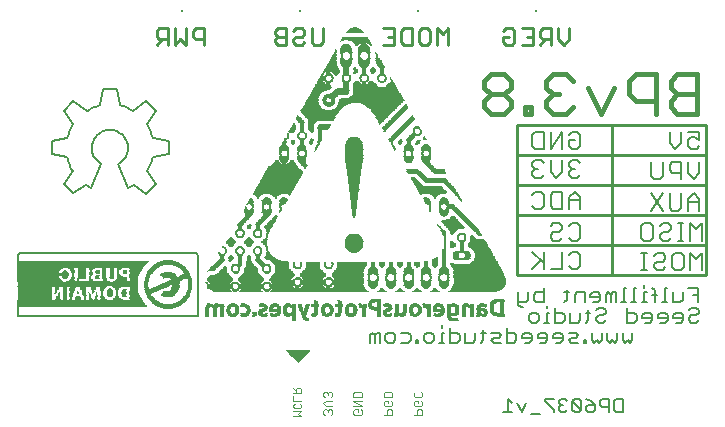
<source format=gbo>
G75*
G70*
%OFA0B0*%
%FSLAX24Y24*%
%IPPOS*%
%LPD*%
%AMOC8*
5,1,8,0,0,1.08239X$1,22.5*
%
%ADD10C,0.0040*%
%ADD11C,0.0180*%
%ADD12C,0.0110*%
%ADD13C,0.0070*%
%ADD14C,0.0080*%
%ADD15C,0.0100*%
%ADD16C,0.0010*%
%ADD17R,0.0098X0.0098*%
%ADD18R,0.0290X0.0010*%
%ADD19R,0.0120X0.0010*%
%ADD20R,0.0140X0.0010*%
%ADD21R,0.0310X0.0010*%
%ADD22R,0.0130X0.0010*%
%ADD23R,0.0320X0.0010*%
%ADD24R,0.0330X0.0010*%
%ADD25R,0.0160X0.0010*%
%ADD26R,0.0340X0.0010*%
%ADD27R,0.0170X0.0010*%
%ADD28R,0.0180X0.0010*%
%ADD29R,0.0080X0.0010*%
%ADD30R,0.0030X0.0010*%
%ADD31R,0.0200X0.0010*%
%ADD32R,0.0040X0.0010*%
%ADD33R,0.0020X0.0010*%
%ADD34R,0.0150X0.0010*%
%ADD35R,0.0090X0.0010*%
%ADD36R,0.0100X0.0010*%
%ADD37R,0.0110X0.0010*%
%ADD38R,0.0060X0.0010*%
%ADD39R,0.0270X0.0010*%
%ADD40R,0.0250X0.0010*%
%ADD41R,0.0230X0.0010*%
%ADD42R,0.0210X0.0010*%
%ADD43R,0.0240X0.0010*%
%ADD44R,0.0220X0.0010*%
%ADD45R,0.0190X0.0010*%
%ADD46R,0.0260X0.0010*%
%ADD47R,0.0280X0.0010*%
%ADD48R,0.0370X0.0010*%
%ADD49R,0.0300X0.0010*%
%ADD50R,0.0360X0.0010*%
%ADD51R,0.0390X0.0010*%
%ADD52R,0.0350X0.0010*%
%ADD53R,0.0400X0.0010*%
%ADD54R,0.0380X0.0010*%
%ADD55R,0.0410X0.0010*%
%ADD56R,0.0420X0.0010*%
%ADD57R,0.0430X0.0010*%
%ADD58R,0.0070X0.0010*%
%ADD59R,0.0050X0.0010*%
%ADD60R,0.0010X0.0010*%
%ADD61R,0.0620X0.0010*%
%ADD62R,0.0610X0.0010*%
%ADD63R,0.0600X0.0010*%
%ADD64R,0.0450X0.0010*%
%ADD65R,0.0440X0.0010*%
%ADD66R,0.1520X0.0010*%
%ADD67R,0.3290X0.0010*%
%ADD68R,0.0770X0.0010*%
%ADD69R,0.0470X0.0010*%
%ADD70R,0.1590X0.0010*%
%ADD71R,0.3240X0.0010*%
%ADD72R,0.0740X0.0010*%
%ADD73R,0.0560X0.0010*%
%ADD74R,0.1600X0.0010*%
%ADD75R,0.3210X0.0010*%
%ADD76R,0.0720X0.0010*%
%ADD77R,0.0580X0.0010*%
%ADD78R,0.1620X0.0010*%
%ADD79R,0.3190X0.0010*%
%ADD80R,0.0700X0.0010*%
%ADD81R,0.1630X0.0010*%
%ADD82R,0.3170X0.0010*%
%ADD83R,0.0690X0.0010*%
%ADD84R,0.1650X0.0010*%
%ADD85R,0.3160X0.0010*%
%ADD86R,0.0680X0.0010*%
%ADD87R,0.0630X0.0010*%
%ADD88R,0.1670X0.0010*%
%ADD89R,0.3150X0.0010*%
%ADD90R,0.0660X0.0010*%
%ADD91R,0.0650X0.0010*%
%ADD92R,0.1680X0.0010*%
%ADD93R,0.3120X0.0010*%
%ADD94R,0.1690X0.0010*%
%ADD95R,0.3110X0.0010*%
%ADD96R,0.3100X0.0010*%
%ADD97R,0.3220X0.0010*%
%ADD98R,0.0900X0.0010*%
%ADD99R,0.0830X0.0010*%
%ADD100R,0.1700X0.0010*%
%ADD101R,0.1110X0.0010*%
%ADD102R,0.0840X0.0010*%
%ADD103R,0.0860X0.0010*%
%ADD104R,0.0880X0.0010*%
%ADD105R,0.1100X0.0010*%
%ADD106R,0.0820X0.0010*%
%ADD107R,0.0850X0.0010*%
%ADD108R,0.1080X0.0010*%
%ADD109R,0.0800X0.0010*%
%ADD110R,0.1710X0.0010*%
%ADD111R,0.0790X0.0010*%
%ADD112R,0.1720X0.0010*%
%ADD113R,0.1060X0.0010*%
%ADD114R,0.0810X0.0010*%
%ADD115R,0.1030X0.0010*%
%ADD116R,0.0750X0.0010*%
%ADD117R,0.1730X0.0010*%
%ADD118R,0.1020X0.0010*%
%ADD119R,0.0730X0.0010*%
%ADD120R,0.1010X0.0010*%
%ADD121R,0.0710X0.0010*%
%ADD122R,0.0780X0.0010*%
%ADD123R,0.1000X0.0010*%
%ADD124R,0.0990X0.0010*%
%ADD125R,0.0670X0.0010*%
%ADD126R,0.0760X0.0010*%
%ADD127R,0.0980X0.0010*%
%ADD128R,0.0960X0.0010*%
%ADD129R,0.0870X0.0010*%
%ADD130R,0.0950X0.0010*%
%ADD131R,0.0890X0.0010*%
%ADD132R,0.1090X0.0010*%
%ADD133R,0.1070X0.0010*%
%ADD134R,0.0640X0.0010*%
%ADD135R,0.0970X0.0010*%
%ADD136R,0.1040X0.0010*%
%ADD137R,0.1050X0.0010*%
%ADD138R,0.0590X0.0010*%
%ADD139R,0.0570X0.0010*%
%ADD140R,0.0550X0.0010*%
%ADD141R,0.0530X0.0010*%
%ADD142R,0.0510X0.0010*%
%ADD143R,0.1660X0.0010*%
%ADD144R,0.0480X0.0010*%
%ADD145R,0.0460X0.0010*%
%ADD146R,0.1640X0.0010*%
%ADD147R,0.0520X0.0010*%
%ADD148R,0.0940X0.0010*%
%ADD149R,0.0930X0.0010*%
%ADD150R,0.0540X0.0010*%
%ADD151R,0.0500X0.0010*%
%ADD152R,0.1610X0.0010*%
%ADD153R,0.0490X0.0010*%
%ADD154R,0.0920X0.0010*%
%ADD155R,0.0910X0.0010*%
%ADD156R,0.1270X0.0010*%
%ADD157R,0.1260X0.0010*%
%ADD158R,0.1250X0.0010*%
%ADD159R,0.1240X0.0010*%
%ADD160R,0.1220X0.0010*%
%ADD161R,0.1200X0.0010*%
%ADD162R,0.1190X0.0010*%
%ADD163R,0.1170X0.0010*%
%ADD164R,0.1160X0.0010*%
%ADD165R,0.1150X0.0010*%
%ADD166R,0.1130X0.0010*%
%ADD167R,0.1120X0.0010*%
%ADD168R,0.1180X0.0010*%
%ADD169R,0.1230X0.0010*%
%ADD170R,0.1280X0.0010*%
%ADD171R,0.1290X0.0010*%
%ADD172R,0.1210X0.0010*%
%ADD173R,0.1300X0.0010*%
%ADD174R,0.1350X0.0010*%
%ADD175R,0.1390X0.0010*%
%ADD176R,0.1440X0.0010*%
%ADD177R,0.2100X0.0010*%
%ADD178R,0.2110X0.0010*%
%ADD179R,0.2120X0.0010*%
%ADD180R,0.2130X0.0010*%
%ADD181R,0.2140X0.0010*%
%ADD182R,0.2150X0.0010*%
%ADD183R,0.2160X0.0010*%
%ADD184R,0.2170X0.0010*%
%ADD185R,0.2090X0.0010*%
%ADD186R,0.1840X0.0010*%
%ADD187R,0.1810X0.0010*%
%ADD188R,0.1790X0.0010*%
%ADD189R,0.1750X0.0010*%
%ADD190R,0.1570X0.0010*%
%ADD191R,0.1560X0.0010*%
%ADD192R,0.1550X0.0010*%
%ADD193R,0.1540X0.0010*%
%ADD194R,0.1530X0.0010*%
%ADD195R,0.1510X0.0010*%
%ADD196R,0.1500X0.0010*%
%ADD197R,0.1490X0.0010*%
%ADD198R,0.1480X0.0010*%
%ADD199R,0.1470X0.0010*%
%ADD200R,0.1460X0.0010*%
%ADD201R,0.1450X0.0010*%
%ADD202R,0.1430X0.0010*%
%ADD203C,0.0060*%
%ADD204R,0.6045X0.0015*%
%ADD205R,0.6045X0.0015*%
%ADD206R,0.0045X0.0015*%
%ADD207R,0.0045X0.0015*%
%ADD208R,0.0165X0.0015*%
%ADD209R,0.0345X0.0015*%
%ADD210R,0.0465X0.0015*%
%ADD211R,0.0555X0.0015*%
%ADD212R,0.0630X0.0015*%
%ADD213R,0.0705X0.0015*%
%ADD214R,0.4335X0.0015*%
%ADD215R,0.0765X0.0015*%
%ADD216R,0.4320X0.0015*%
%ADD217R,0.0795X0.0015*%
%ADD218R,0.4305X0.0015*%
%ADD219R,0.0855X0.0015*%
%ADD220R,0.4290X0.0015*%
%ADD221R,0.0915X0.0015*%
%ADD222R,0.4275X0.0015*%
%ADD223R,0.0360X0.0015*%
%ADD224R,0.4260X0.0015*%
%ADD225R,0.0315X0.0015*%
%ADD226R,0.4245X0.0015*%
%ADD227R,0.0300X0.0015*%
%ADD228R,0.4230X0.0015*%
%ADD229R,0.0270X0.0015*%
%ADD230R,0.0255X0.0015*%
%ADD231R,0.4215X0.0015*%
%ADD232R,0.0240X0.0015*%
%ADD233R,0.4200X0.0015*%
%ADD234R,0.0225X0.0015*%
%ADD235R,0.4185X0.0015*%
%ADD236R,0.0210X0.0015*%
%ADD237R,0.4170X0.0015*%
%ADD238R,0.4155X0.0015*%
%ADD239R,0.0195X0.0015*%
%ADD240R,0.0405X0.0015*%
%ADD241R,0.0105X0.0015*%
%ADD242R,0.0060X0.0015*%
%ADD243R,0.0075X0.0015*%
%ADD244R,0.0180X0.0015*%
%ADD245R,0.1155X0.0015*%
%ADD246R,0.0390X0.0015*%
%ADD247R,0.0090X0.0015*%
%ADD248R,0.0150X0.0015*%
%ADD249R,0.0135X0.0015*%
%ADD250R,0.0375X0.0015*%
%ADD251R,0.0120X0.0015*%
%ADD252R,0.0330X0.0015*%
%ADD253R,0.0435X0.0015*%
%ADD254R,0.0030X0.0015*%
%ADD255R,0.0480X0.0015*%
%ADD256R,0.0495X0.0015*%
%ADD257R,0.0015X0.0015*%
%ADD258R,0.0285X0.0015*%
%ADD259R,0.0450X0.0015*%
%ADD260R,0.0525X0.0015*%
%ADD261R,0.0885X0.0015*%
%ADD262R,0.3015X0.0015*%
%ADD263R,0.4020X0.0015*%
%ADD264R,0.0600X0.0015*%
%ADD265R,0.0570X0.0015*%
%ADD266R,0.0825X0.0015*%
%ADD267R,0.1440X0.0015*%
%ADD268R,0.1545X0.0015*%
%ADD269R,0.1500X0.0015*%
%ADD270R,0.1485X0.0015*%
%ADD271R,0.1455X0.0015*%
%ADD272R,0.1425X0.0015*%
%ADD273R,0.0510X0.0015*%
%ADD274R,0.0720X0.0015*%
%ADD275R,0.1410X0.0015*%
%ADD276R,0.0750X0.0015*%
%ADD277R,0.0945X0.0015*%
%ADD278R,0.0420X0.0015*%
%ADD279R,0.1395X0.0015*%
%ADD280R,0.1710X0.0015*%
%ADD281R,0.1695X0.0015*%
%ADD282R,0.1515X0.0015*%
%ADD283R,0.2565X0.0015*%
%ADD284R,0.1575X0.0015*%
%ADD285R,0.4350X0.0015*%
%ADD286R,0.4365X0.0015*%
%ADD287R,0.4395X0.0015*%
%ADD288R,0.0060X0.0015*%
%ADD289R,0.5985X0.0015*%
%ADD290R,0.5955X0.0015*%
%ADD291R,0.5910X0.0015*%
D10*
X014060Y004696D02*
X014301Y004696D01*
X014221Y004776D01*
X014301Y004856D01*
X014060Y004856D01*
X014100Y004954D02*
X014060Y004994D01*
X014060Y005074D01*
X014100Y005114D01*
X014060Y005211D02*
X014060Y005372D01*
X014060Y005469D02*
X014301Y005469D01*
X014301Y005589D01*
X014261Y005629D01*
X014180Y005629D01*
X014140Y005589D01*
X014140Y005469D01*
X014140Y005549D02*
X014060Y005629D01*
X014060Y005211D02*
X014301Y005211D01*
X014261Y005114D02*
X014301Y005074D01*
X014301Y004994D01*
X014261Y004954D01*
X014100Y004954D01*
X015060Y004875D02*
X015060Y004782D01*
X015107Y004735D01*
X015201Y004829D02*
X015201Y004875D01*
X015154Y004922D01*
X015107Y004922D01*
X015060Y004875D01*
X015201Y004875D02*
X015247Y004922D01*
X015294Y004922D01*
X015341Y004875D01*
X015341Y004782D01*
X015294Y004735D01*
X015341Y005030D02*
X015154Y005030D01*
X015060Y005123D01*
X015154Y005217D01*
X015341Y005217D01*
X015294Y005325D02*
X015341Y005371D01*
X015341Y005465D01*
X015294Y005511D01*
X015247Y005511D01*
X015201Y005465D01*
X015154Y005511D01*
X015107Y005511D01*
X015060Y005465D01*
X015060Y005371D01*
X015107Y005325D01*
X015201Y005418D02*
X015201Y005465D01*
X016060Y005465D02*
X016060Y005325D01*
X016341Y005325D01*
X016341Y005465D01*
X016294Y005511D01*
X016107Y005511D01*
X016060Y005465D01*
X016060Y005217D02*
X016341Y005217D01*
X016341Y005030D02*
X016060Y005030D01*
X016107Y004922D02*
X016201Y004922D01*
X016201Y004829D01*
X016294Y004922D02*
X016341Y004875D01*
X016341Y004782D01*
X016294Y004735D01*
X016107Y004735D01*
X016060Y004782D01*
X016060Y004875D01*
X016107Y004922D01*
X016341Y005030D02*
X016060Y005217D01*
X017079Y005170D02*
X017079Y005077D01*
X017125Y005030D01*
X017312Y005030D01*
X017359Y005077D01*
X017359Y005170D01*
X017312Y005217D01*
X017219Y005217D02*
X017219Y005123D01*
X017219Y005217D02*
X017125Y005217D01*
X017079Y005170D01*
X017079Y005325D02*
X017079Y005465D01*
X017125Y005511D01*
X017312Y005511D01*
X017359Y005465D01*
X017359Y005325D01*
X017079Y005325D01*
X017219Y004922D02*
X017172Y004875D01*
X017172Y004735D01*
X017079Y004735D02*
X017359Y004735D01*
X017359Y004875D01*
X017312Y004922D01*
X017219Y004922D01*
X018079Y005077D02*
X018079Y005170D01*
X018125Y005217D01*
X018219Y005217D01*
X018219Y005123D01*
X018312Y005030D02*
X018125Y005030D01*
X018079Y005077D01*
X018219Y004922D02*
X018172Y004875D01*
X018172Y004735D01*
X018079Y004735D02*
X018359Y004735D01*
X018359Y004875D01*
X018312Y004922D01*
X018219Y004922D01*
X018312Y005030D02*
X018359Y005077D01*
X018359Y005170D01*
X018312Y005217D01*
X018312Y005325D02*
X018125Y005325D01*
X018079Y005371D01*
X018079Y005465D01*
X018125Y005511D01*
X018312Y005511D02*
X018359Y005465D01*
X018359Y005371D01*
X018312Y005325D01*
D11*
X020634Y014773D02*
X021074Y014773D01*
X021294Y014993D01*
X021294Y015213D01*
X021074Y015433D01*
X020634Y015433D01*
X020414Y015213D01*
X020414Y014993D01*
X020634Y014773D01*
X020634Y015433D02*
X020414Y015653D01*
X020414Y015874D01*
X020634Y016094D01*
X021074Y016094D01*
X021294Y015874D01*
X021294Y015653D01*
X021074Y015433D01*
X021765Y014993D02*
X021765Y014773D01*
X021985Y014773D01*
X021985Y014993D01*
X021765Y014993D01*
X022485Y014993D02*
X022705Y014773D01*
X023146Y014773D01*
X023366Y014993D01*
X022926Y015433D02*
X022705Y015433D01*
X022485Y015213D01*
X022485Y014993D01*
X022705Y015433D02*
X022485Y015653D01*
X022485Y015874D01*
X022705Y016094D01*
X023146Y016094D01*
X023366Y015874D01*
X023866Y015653D02*
X024307Y014773D01*
X024747Y015653D01*
X025248Y015433D02*
X025468Y015213D01*
X026128Y015213D01*
X026629Y015213D02*
X026629Y014993D01*
X026849Y014773D01*
X027509Y014773D01*
X027509Y016094D01*
X026849Y016094D01*
X026629Y015874D01*
X026629Y015653D01*
X026849Y015433D01*
X027509Y015433D01*
X026849Y015433D02*
X026629Y015213D01*
X026128Y014773D02*
X026128Y016094D01*
X025468Y016094D01*
X025248Y015874D01*
X025248Y015433D01*
D12*
X023245Y017256D02*
X023062Y017073D01*
X022879Y017256D01*
X022879Y017623D01*
X022638Y017623D02*
X022363Y017623D01*
X022271Y017531D01*
X022271Y017348D01*
X022363Y017256D01*
X022638Y017256D01*
X022638Y017073D02*
X022638Y017623D01*
X022454Y017256D02*
X022271Y017073D01*
X022030Y017073D02*
X021663Y017073D01*
X021422Y017164D02*
X021331Y017073D01*
X021147Y017073D01*
X021055Y017164D01*
X021055Y017348D01*
X021239Y017348D01*
X021422Y017531D02*
X021422Y017164D01*
X021422Y017531D02*
X021331Y017623D01*
X021147Y017623D01*
X021055Y017531D01*
X021663Y017623D02*
X022030Y017623D01*
X022030Y017073D01*
X022030Y017348D02*
X021847Y017348D01*
X023245Y017256D02*
X023245Y017623D01*
X019222Y017623D02*
X019222Y017073D01*
X018855Y017073D02*
X018855Y017623D01*
X019039Y017440D01*
X019222Y017623D01*
X018615Y017531D02*
X018615Y017164D01*
X018523Y017073D01*
X018339Y017073D01*
X018248Y017164D01*
X018248Y017531D01*
X018339Y017623D01*
X018523Y017623D01*
X018615Y017531D01*
X018007Y017623D02*
X018007Y017073D01*
X017732Y017073D01*
X017640Y017164D01*
X017640Y017531D01*
X017732Y017623D01*
X018007Y017623D01*
X017399Y017623D02*
X017399Y017073D01*
X017032Y017073D01*
X017216Y017348D02*
X017399Y017348D01*
X017399Y017623D02*
X017032Y017623D01*
X015030Y017623D02*
X015030Y017164D01*
X014939Y017073D01*
X014755Y017073D01*
X014664Y017164D01*
X014664Y017623D01*
X014423Y017531D02*
X014331Y017623D01*
X014148Y017623D01*
X014056Y017531D01*
X014148Y017348D02*
X014056Y017256D01*
X014056Y017164D01*
X014148Y017073D01*
X014331Y017073D01*
X014423Y017164D01*
X014331Y017348D02*
X014148Y017348D01*
X014331Y017348D02*
X014423Y017440D01*
X014423Y017531D01*
X013815Y017623D02*
X013815Y017073D01*
X013540Y017073D01*
X013448Y017164D01*
X013448Y017256D01*
X013540Y017348D01*
X013815Y017348D01*
X013815Y017623D02*
X013540Y017623D01*
X013448Y017531D01*
X013448Y017440D01*
X013540Y017348D01*
X011078Y017256D02*
X010803Y017256D01*
X010711Y017348D01*
X010711Y017531D01*
X010803Y017623D01*
X011078Y017623D01*
X011078Y017073D01*
X010470Y017073D02*
X010287Y017256D01*
X010103Y017073D01*
X010103Y017623D01*
X009862Y017623D02*
X009587Y017623D01*
X009496Y017531D01*
X009496Y017348D01*
X009587Y017256D01*
X009862Y017256D01*
X009679Y017256D02*
X009496Y017073D01*
X009862Y017073D02*
X009862Y017623D01*
X010470Y017623D02*
X010470Y017073D01*
D13*
X021552Y008821D02*
X021552Y008412D01*
X021633Y008330D01*
X021715Y008330D01*
X021797Y008494D02*
X021552Y008494D01*
X021797Y008494D02*
X021879Y008576D01*
X021879Y008821D01*
X022067Y008739D02*
X022149Y008821D01*
X022394Y008821D01*
X022394Y008984D02*
X022394Y008494D01*
X022149Y008494D01*
X022067Y008576D01*
X022067Y008739D01*
X022501Y008384D02*
X022501Y008302D01*
X022501Y008139D02*
X022501Y007812D01*
X022583Y007812D02*
X022419Y007812D01*
X022239Y007893D02*
X022239Y008057D01*
X022157Y008139D01*
X021994Y008139D01*
X021912Y008057D01*
X021912Y007893D01*
X021994Y007812D01*
X022157Y007812D01*
X022239Y007893D01*
X022771Y007812D02*
X023017Y007812D01*
X023098Y007893D01*
X023098Y008057D01*
X023017Y008139D01*
X022771Y008139D01*
X022771Y008302D02*
X022771Y007812D01*
X022794Y007478D02*
X022712Y007396D01*
X022712Y007315D01*
X023039Y007315D01*
X023039Y007396D02*
X022957Y007478D01*
X022794Y007478D01*
X023039Y007396D02*
X023039Y007233D01*
X022957Y007151D01*
X022794Y007151D01*
X022523Y007233D02*
X022523Y007396D01*
X022442Y007478D01*
X022278Y007478D01*
X022196Y007396D01*
X022196Y007315D01*
X022523Y007315D01*
X022523Y007233D02*
X022442Y007151D01*
X022278Y007151D01*
X022008Y007233D02*
X022008Y007396D01*
X021926Y007478D01*
X021763Y007478D01*
X021681Y007396D01*
X021681Y007315D01*
X022008Y007315D01*
X022008Y007233D02*
X021926Y007151D01*
X021763Y007151D01*
X021492Y007233D02*
X021492Y007396D01*
X021410Y007478D01*
X021165Y007478D01*
X021165Y007641D02*
X021165Y007151D01*
X021410Y007151D01*
X021492Y007233D01*
X020976Y007151D02*
X020731Y007151D01*
X020650Y007233D01*
X020731Y007315D01*
X020895Y007315D01*
X020976Y007396D01*
X020895Y007478D01*
X020650Y007478D01*
X020461Y007478D02*
X020297Y007478D01*
X020379Y007560D02*
X020379Y007233D01*
X020297Y007151D01*
X020117Y007233D02*
X020035Y007151D01*
X019790Y007151D01*
X019790Y007478D01*
X019601Y007396D02*
X019601Y007233D01*
X019520Y007151D01*
X019275Y007151D01*
X019275Y007641D01*
X019275Y007478D02*
X019520Y007478D01*
X019601Y007396D01*
X019086Y007478D02*
X019004Y007478D01*
X019004Y007151D01*
X019086Y007151D02*
X018922Y007151D01*
X018742Y007233D02*
X018660Y007151D01*
X018497Y007151D01*
X018415Y007233D01*
X018415Y007396D01*
X018497Y007478D01*
X018660Y007478D01*
X018742Y007396D01*
X018742Y007233D01*
X018226Y007233D02*
X018145Y007233D01*
X018145Y007151D01*
X018226Y007151D01*
X018226Y007233D01*
X017969Y007233D02*
X017969Y007396D01*
X017887Y007478D01*
X017642Y007478D01*
X017453Y007396D02*
X017453Y007233D01*
X017371Y007151D01*
X017208Y007151D01*
X017126Y007233D01*
X017126Y007396D01*
X017208Y007478D01*
X017371Y007478D01*
X017453Y007396D01*
X017642Y007151D02*
X017887Y007151D01*
X017969Y007233D01*
X016937Y007151D02*
X016937Y007478D01*
X016856Y007478D01*
X016774Y007396D01*
X016692Y007478D01*
X016611Y007396D01*
X016611Y007151D01*
X016774Y007151D02*
X016774Y007396D01*
X019004Y007641D02*
X019004Y007723D01*
X020117Y007478D02*
X020117Y007233D01*
X022501Y008139D02*
X022583Y008139D01*
X023090Y008494D02*
X023172Y008576D01*
X023172Y008903D01*
X023254Y008821D02*
X023090Y008821D01*
X023442Y008739D02*
X023442Y008494D01*
X023442Y008739D02*
X023524Y008821D01*
X023769Y008821D01*
X023769Y008494D01*
X023958Y008657D02*
X024285Y008657D01*
X024285Y008576D02*
X024285Y008739D01*
X024203Y008821D01*
X024040Y008821D01*
X023958Y008739D01*
X023958Y008657D01*
X024040Y008494D02*
X024203Y008494D01*
X024285Y008576D01*
X024474Y008494D02*
X024474Y008739D01*
X024555Y008821D01*
X024637Y008739D01*
X024637Y008494D01*
X024800Y008494D02*
X024800Y008821D01*
X024719Y008821D01*
X024637Y008739D01*
X024981Y008494D02*
X025144Y008494D01*
X025062Y008494D02*
X025062Y008984D01*
X025144Y008984D01*
X025406Y008984D02*
X025406Y008494D01*
X025488Y008494D02*
X025324Y008494D01*
X025178Y008302D02*
X025178Y007812D01*
X025423Y007812D01*
X025505Y007893D01*
X025505Y008057D01*
X025423Y008139D01*
X025178Y008139D01*
X025693Y008057D02*
X025693Y007975D01*
X026020Y007975D01*
X026020Y007893D02*
X026020Y008057D01*
X025939Y008139D01*
X025775Y008139D01*
X025693Y008057D01*
X025775Y007812D02*
X025939Y007812D01*
X026020Y007893D01*
X026209Y007975D02*
X026536Y007975D01*
X026536Y007893D02*
X026536Y008057D01*
X026454Y008139D01*
X026291Y008139D01*
X026209Y008057D01*
X026209Y007975D01*
X026291Y007812D02*
X026454Y007812D01*
X026536Y007893D01*
X026725Y007975D02*
X027052Y007975D01*
X027052Y007893D02*
X027052Y008057D01*
X026970Y008139D01*
X026806Y008139D01*
X026725Y008057D01*
X026725Y007975D01*
X026806Y007812D02*
X026970Y007812D01*
X027052Y007893D01*
X027240Y007893D02*
X027240Y007975D01*
X027322Y008057D01*
X027485Y008057D01*
X027567Y008139D01*
X027567Y008220D01*
X027485Y008302D01*
X027322Y008302D01*
X027240Y008220D01*
X026953Y008494D02*
X026708Y008494D01*
X026708Y008821D01*
X026519Y008984D02*
X026437Y008984D01*
X026437Y008494D01*
X026356Y008494D02*
X026519Y008494D01*
X026175Y008739D02*
X026012Y008739D01*
X026094Y008903D02*
X026094Y008494D01*
X025832Y008494D02*
X025668Y008494D01*
X025750Y008494D02*
X025750Y008821D01*
X025832Y008821D01*
X025750Y008984D02*
X025750Y009066D01*
X026012Y008984D02*
X026094Y008903D01*
X025488Y008984D02*
X025406Y008984D01*
X024473Y008220D02*
X024473Y008139D01*
X024392Y008057D01*
X024228Y008057D01*
X024146Y007975D01*
X024146Y007893D01*
X024228Y007812D01*
X024392Y007812D01*
X024473Y007893D01*
X024473Y008220D02*
X024392Y008302D01*
X024228Y008302D01*
X024146Y008220D01*
X023958Y008139D02*
X023794Y008139D01*
X023876Y008220D02*
X023876Y007893D01*
X023794Y007812D01*
X023614Y007893D02*
X023532Y007812D01*
X023287Y007812D01*
X023287Y008139D01*
X023614Y008139D02*
X023614Y007893D01*
X023473Y007478D02*
X023228Y007478D01*
X023309Y007315D02*
X023473Y007315D01*
X023555Y007396D01*
X023473Y007478D01*
X023309Y007315D02*
X023228Y007233D01*
X023309Y007151D01*
X023555Y007151D01*
X023731Y007151D02*
X023812Y007151D01*
X023812Y007233D01*
X023731Y007233D01*
X023731Y007151D01*
X024001Y007233D02*
X024001Y007478D01*
X024001Y007233D02*
X024083Y007151D01*
X024165Y007233D01*
X024246Y007151D01*
X024328Y007233D01*
X024328Y007478D01*
X024517Y007478D02*
X024517Y007233D01*
X024599Y007151D01*
X024680Y007233D01*
X024762Y007151D01*
X024844Y007233D01*
X024844Y007478D01*
X025032Y007478D02*
X025032Y007233D01*
X025114Y007151D01*
X025196Y007233D01*
X025278Y007151D01*
X025359Y007233D01*
X025359Y007478D01*
X026953Y008494D02*
X027035Y008576D01*
X027035Y008821D01*
X027224Y008984D02*
X027550Y008984D01*
X027550Y008494D01*
X027550Y008739D02*
X027387Y008739D01*
X027240Y007893D02*
X027322Y007812D01*
X027485Y007812D01*
X027567Y007893D01*
D14*
X027676Y009562D02*
X027676Y010142D01*
X027482Y009949D01*
X027289Y010142D01*
X027289Y009562D01*
X027068Y009659D02*
X026971Y009562D01*
X026778Y009562D01*
X026681Y009659D01*
X026681Y010046D01*
X026778Y010142D01*
X026971Y010142D01*
X027068Y010046D01*
X027068Y009659D01*
X026460Y009659D02*
X026364Y009562D01*
X026170Y009562D01*
X026073Y009659D01*
X026073Y009755D01*
X026170Y009852D01*
X026364Y009852D01*
X026460Y009949D01*
X026460Y010046D01*
X026364Y010142D01*
X026170Y010142D01*
X026073Y010046D01*
X025853Y010142D02*
X025659Y010142D01*
X025756Y010142D02*
X025756Y009562D01*
X025853Y009562D02*
X025659Y009562D01*
X025756Y010551D02*
X025659Y010648D01*
X025659Y011035D01*
X025756Y011132D01*
X025949Y011132D01*
X026046Y011035D01*
X026046Y010648D01*
X025949Y010551D01*
X025756Y010551D01*
X026267Y010648D02*
X026267Y010745D01*
X026363Y010842D01*
X026557Y010842D01*
X026654Y010938D01*
X026654Y011035D01*
X026557Y011132D01*
X026363Y011132D01*
X026267Y011035D01*
X026267Y010648D02*
X026363Y010551D01*
X026557Y010551D01*
X026654Y010648D01*
X026865Y010551D02*
X027059Y010551D01*
X026962Y010551D02*
X026962Y011132D01*
X027059Y011132D02*
X026865Y011132D01*
X027279Y011132D02*
X027279Y010551D01*
X027666Y010551D02*
X027666Y011132D01*
X027473Y010938D01*
X027279Y011132D01*
X027204Y011551D02*
X027204Y011938D01*
X027398Y012132D01*
X027591Y011938D01*
X027591Y011551D01*
X027591Y011842D02*
X027204Y011842D01*
X026984Y011648D02*
X026887Y011551D01*
X026693Y011551D01*
X026597Y011648D01*
X026597Y012132D01*
X026376Y012132D02*
X025989Y011551D01*
X026376Y011551D02*
X025989Y012132D01*
X026086Y012601D02*
X025989Y012698D01*
X025989Y013182D01*
X026376Y013182D02*
X026376Y012698D01*
X026279Y012601D01*
X026086Y012601D01*
X026597Y012892D02*
X026693Y012795D01*
X026984Y012795D01*
X026984Y012601D02*
X026984Y013182D01*
X026693Y013182D01*
X026597Y013085D01*
X026597Y012892D01*
X027204Y012795D02*
X027398Y012601D01*
X027591Y012795D01*
X027591Y013182D01*
X027204Y013182D02*
X027204Y012795D01*
X026984Y012132D02*
X026984Y011648D01*
X023622Y011601D02*
X023622Y011988D01*
X023429Y012182D01*
X023235Y011988D01*
X023235Y011601D01*
X023015Y011601D02*
X022724Y011601D01*
X022628Y011698D01*
X022628Y012085D01*
X022724Y012182D01*
X023015Y012182D01*
X023015Y011601D01*
X023235Y011892D02*
X023622Y011892D01*
X023526Y011132D02*
X023622Y011035D01*
X023622Y010648D01*
X023526Y010551D01*
X023332Y010551D01*
X023235Y010648D01*
X023015Y010648D02*
X022918Y010551D01*
X022724Y010551D01*
X022628Y010648D01*
X022628Y010745D01*
X022724Y010842D01*
X022918Y010842D01*
X023015Y010938D01*
X023015Y011035D01*
X022918Y011132D01*
X022724Y011132D01*
X022628Y011035D01*
X023235Y011035D02*
X023332Y011132D01*
X023526Y011132D01*
X022407Y011698D02*
X022310Y011601D01*
X022117Y011601D01*
X022020Y011698D01*
X022407Y011698D02*
X022407Y012085D01*
X022310Y012182D01*
X022117Y012182D01*
X022020Y012085D01*
X022117Y012651D02*
X022020Y012748D01*
X022020Y012845D01*
X022117Y012942D01*
X022214Y012942D01*
X022117Y012942D02*
X022020Y013038D01*
X022020Y013135D01*
X022117Y013232D01*
X022310Y013232D01*
X022407Y013135D01*
X022628Y013232D02*
X022628Y012845D01*
X022821Y012651D01*
X023015Y012845D01*
X023015Y013232D01*
X023235Y013135D02*
X023235Y013038D01*
X023332Y012942D01*
X023235Y012845D01*
X023235Y012748D01*
X023332Y012651D01*
X023526Y012651D01*
X023622Y012748D01*
X023429Y012942D02*
X023332Y012942D01*
X023235Y013135D02*
X023332Y013232D01*
X023526Y013232D01*
X023622Y013135D01*
X023526Y013601D02*
X023332Y013601D01*
X023235Y013698D01*
X023235Y013892D01*
X023429Y013892D01*
X023622Y014085D02*
X023622Y013698D01*
X023526Y013601D01*
X023015Y013601D02*
X023015Y014182D01*
X022628Y013601D01*
X022628Y014182D01*
X022407Y014182D02*
X022117Y014182D01*
X022020Y014085D01*
X022020Y013698D01*
X022117Y013601D01*
X022407Y013601D01*
X022407Y014182D01*
X023235Y014085D02*
X023332Y014182D01*
X023526Y014182D01*
X023622Y014085D01*
X022407Y012748D02*
X022310Y012651D01*
X022117Y012651D01*
X026597Y013795D02*
X026597Y014182D01*
X026984Y014182D02*
X026984Y013795D01*
X026790Y013601D01*
X026597Y013795D01*
X027204Y013892D02*
X027204Y013698D01*
X027301Y013601D01*
X027495Y013601D01*
X027591Y013698D01*
X027591Y013892D02*
X027398Y013988D01*
X027301Y013988D01*
X027204Y013892D01*
X027591Y013892D02*
X027591Y014182D01*
X027204Y014182D01*
X023526Y010182D02*
X023622Y010085D01*
X023622Y009698D01*
X023526Y009601D01*
X023332Y009601D01*
X023235Y009698D01*
X023015Y009601D02*
X022628Y009601D01*
X022407Y009601D02*
X022407Y010182D01*
X022310Y009892D02*
X022020Y009601D01*
X022407Y009795D02*
X022020Y010182D01*
X023015Y010182D02*
X023015Y009601D01*
X023235Y010085D02*
X023332Y010182D01*
X023526Y010182D01*
X009894Y013436D02*
X009894Y013886D01*
X009364Y013986D01*
X009174Y014426D02*
X009484Y014876D01*
X009154Y015196D01*
X008704Y014886D01*
X008274Y015066D02*
X008174Y015606D01*
X007714Y015606D01*
X007614Y015066D01*
X007184Y014886D02*
X006724Y015196D01*
X006404Y014876D01*
X006714Y014426D01*
X006524Y013986D02*
X005994Y013886D01*
X005994Y013436D01*
X006514Y013336D01*
X006694Y012876D02*
X006404Y012446D01*
X006724Y012126D01*
X007144Y012406D01*
X007324Y012306D01*
X007654Y013106D01*
X008224Y013106D02*
X008554Y012306D01*
X008734Y012406D01*
X009154Y012116D01*
X009484Y012446D01*
X009184Y012876D01*
X009374Y013336D02*
X009894Y013436D01*
X008705Y014886D02*
X008647Y014919D01*
X008588Y014949D01*
X008527Y014976D01*
X008466Y015000D01*
X008403Y015022D01*
X008339Y015041D01*
X008275Y015056D01*
X009174Y014426D02*
X009210Y014368D01*
X009243Y014307D01*
X009274Y014245D01*
X009301Y014182D01*
X009325Y014118D01*
X009346Y014052D01*
X009364Y013986D01*
X007615Y015056D02*
X007541Y015037D01*
X007469Y015014D01*
X007398Y014987D01*
X007328Y014957D01*
X007261Y014923D01*
X007195Y014886D01*
X007654Y013106D02*
X007612Y013130D01*
X007573Y013158D01*
X007536Y013189D01*
X007501Y013223D01*
X007469Y013259D01*
X007441Y013298D01*
X007415Y013339D01*
X007393Y013382D01*
X007375Y013427D01*
X007360Y013473D01*
X007348Y013520D01*
X007341Y013567D01*
X007337Y013615D01*
X007338Y013664D01*
X007342Y013712D01*
X007350Y013759D01*
X007362Y013806D01*
X007377Y013852D01*
X007396Y013896D01*
X007419Y013939D01*
X007445Y013980D01*
X007474Y014018D01*
X007506Y014054D01*
X007541Y014088D01*
X007579Y014118D01*
X007618Y014145D01*
X007660Y014170D01*
X007704Y014190D01*
X007749Y014207D01*
X007795Y014221D01*
X007843Y014230D01*
X007891Y014236D01*
X007939Y014238D01*
X007987Y014236D01*
X008035Y014230D01*
X008083Y014221D01*
X008129Y014207D01*
X008174Y014190D01*
X008218Y014170D01*
X008260Y014145D01*
X008299Y014118D01*
X008337Y014088D01*
X008372Y014054D01*
X008404Y014018D01*
X008433Y013980D01*
X008459Y013939D01*
X008482Y013896D01*
X008501Y013852D01*
X008516Y013806D01*
X008528Y013759D01*
X008536Y013712D01*
X008540Y013664D01*
X008541Y013615D01*
X008537Y013567D01*
X008530Y013520D01*
X008518Y013473D01*
X008503Y013427D01*
X008485Y013382D01*
X008463Y013339D01*
X008437Y013298D01*
X008409Y013259D01*
X008377Y013223D01*
X008342Y013189D01*
X008305Y013158D01*
X008266Y013130D01*
X008224Y013106D01*
X006694Y012875D02*
X006659Y012937D01*
X006626Y013000D01*
X006597Y013065D01*
X006572Y013131D01*
X006549Y013198D01*
X006530Y013266D01*
X006514Y013336D01*
X009184Y012875D02*
X009219Y012937D01*
X009252Y013000D01*
X009281Y013065D01*
X009306Y013131D01*
X009329Y013198D01*
X009348Y013266D01*
X009364Y013336D01*
X006714Y014426D02*
X006678Y014367D01*
X006645Y014307D01*
X006615Y014245D01*
X006588Y014182D01*
X006563Y014118D01*
X006542Y014053D01*
X006524Y013986D01*
D15*
X021520Y014400D02*
X021520Y013400D01*
X027820Y013400D01*
X027820Y014400D01*
X024670Y014400D01*
X024670Y009400D01*
X027820Y009400D01*
X027820Y010400D01*
X021520Y010400D01*
X021520Y009400D01*
X024670Y009400D01*
X027820Y010400D02*
X027820Y011400D01*
X021520Y011400D01*
X021520Y010400D01*
X021520Y011400D02*
X021520Y012400D01*
X027820Y012400D01*
X027820Y013400D01*
X027820Y012400D02*
X027820Y011400D01*
X024670Y014400D02*
X021520Y014400D01*
X021520Y013400D02*
X021520Y012400D01*
D16*
X014197Y006513D02*
X013804Y006906D01*
X014591Y006906D01*
X014197Y006513D01*
X014189Y006521D02*
X014206Y006521D01*
X014215Y006530D02*
X014180Y006530D01*
X014172Y006538D02*
X014223Y006538D01*
X014232Y006547D02*
X014163Y006547D01*
X014155Y006555D02*
X014240Y006555D01*
X014249Y006564D02*
X014146Y006564D01*
X014138Y006572D02*
X014257Y006572D01*
X014266Y006581D02*
X014129Y006581D01*
X014121Y006590D02*
X014274Y006590D01*
X014283Y006598D02*
X014112Y006598D01*
X014104Y006607D02*
X014291Y006607D01*
X014300Y006615D02*
X014095Y006615D01*
X014086Y006624D02*
X014309Y006624D01*
X014317Y006632D02*
X014078Y006632D01*
X014069Y006641D02*
X014326Y006641D01*
X014334Y006649D02*
X014061Y006649D01*
X014052Y006658D02*
X014343Y006658D01*
X014351Y006666D02*
X014044Y006666D01*
X014035Y006675D02*
X014360Y006675D01*
X014368Y006684D02*
X014027Y006684D01*
X014018Y006692D02*
X014377Y006692D01*
X014385Y006701D02*
X014010Y006701D01*
X014001Y006709D02*
X014394Y006709D01*
X014402Y006718D02*
X013992Y006718D01*
X013984Y006726D02*
X014411Y006726D01*
X014420Y006735D02*
X013975Y006735D01*
X013967Y006743D02*
X014428Y006743D01*
X014437Y006752D02*
X013958Y006752D01*
X013950Y006760D02*
X014445Y006760D01*
X014454Y006769D02*
X013941Y006769D01*
X013933Y006778D02*
X014462Y006778D01*
X014471Y006786D02*
X013924Y006786D01*
X013916Y006795D02*
X014479Y006795D01*
X014488Y006803D02*
X013907Y006803D01*
X013899Y006812D02*
X014496Y006812D01*
X014505Y006820D02*
X013890Y006820D01*
X013881Y006829D02*
X014514Y006829D01*
X014522Y006837D02*
X013873Y006837D01*
X013864Y006846D02*
X014531Y006846D01*
X014539Y006854D02*
X013856Y006854D01*
X013847Y006863D02*
X014548Y006863D01*
X014556Y006871D02*
X013839Y006871D01*
X013830Y006880D02*
X014565Y006880D01*
X014573Y006889D02*
X013822Y006889D01*
X013813Y006897D02*
X014582Y006897D01*
X014590Y006906D02*
X013805Y006906D01*
D17*
X014286Y018199D03*
X010349Y018199D03*
X018223Y018199D03*
X022160Y018199D03*
D18*
X017311Y015700D03*
X016651Y015740D03*
X015691Y015060D03*
X015461Y014870D03*
X016981Y014590D03*
X017891Y013640D03*
X018481Y013640D03*
X018481Y013230D03*
X018481Y013220D03*
X017891Y013220D03*
X018271Y012350D03*
X019071Y011880D03*
X019071Y011870D03*
X019071Y011860D03*
X019321Y011660D03*
X019071Y011450D03*
X019071Y011440D03*
X019351Y011240D03*
X019391Y010900D03*
X019071Y009580D03*
X018481Y009580D03*
X017901Y009010D03*
X017301Y009010D03*
X016711Y009010D03*
X016711Y009020D03*
X016711Y009580D03*
X016091Y010170D03*
X013241Y009990D03*
X012571Y010440D03*
X012571Y010510D03*
X011981Y010510D03*
X011981Y010440D03*
X012201Y009740D03*
X011701Y009460D03*
X013451Y008370D03*
X013051Y008070D03*
X013051Y008060D03*
X012451Y008080D03*
X012451Y008090D03*
X012441Y008070D03*
X015191Y008040D03*
X015181Y008380D03*
X015981Y008040D03*
X016821Y008230D03*
X017201Y008080D03*
X017211Y008060D03*
X018121Y008380D03*
X018901Y008370D03*
X018871Y008030D03*
X019411Y007860D03*
X020311Y008250D03*
X020361Y008380D03*
X016091Y012090D03*
X016091Y012100D03*
X016091Y012110D03*
X016091Y012120D03*
X016091Y012130D03*
X016091Y012140D03*
X016091Y012150D03*
X014351Y013220D03*
X013751Y013220D03*
X013751Y013230D03*
X013751Y013640D03*
X013161Y011870D03*
X013161Y011450D03*
X012571Y011450D03*
X012571Y011440D03*
X014971Y015760D03*
X015351Y016420D03*
X015351Y016430D03*
D19*
X015686Y016580D03*
X015966Y016580D03*
X016276Y016580D03*
X016556Y016580D03*
X016866Y016580D03*
X016716Y016130D03*
X016716Y016120D03*
X016656Y015820D03*
X017796Y015010D03*
X018016Y014630D03*
X017106Y014230D03*
X016956Y014480D03*
X017326Y013850D03*
X017606Y013770D03*
X017626Y013840D03*
X017796Y013520D03*
X018196Y013770D03*
X018226Y013850D03*
X018486Y013730D03*
X018576Y013340D03*
X019456Y012130D03*
X019466Y012110D03*
X019476Y012100D03*
X019166Y011750D03*
X019046Y010850D03*
X019056Y010840D03*
X019086Y010760D03*
X019086Y010750D03*
X019086Y010740D03*
X019346Y010770D03*
X019346Y010780D03*
X020016Y010660D03*
X020276Y010710D03*
X019346Y010470D03*
X019086Y010190D03*
X018806Y009910D03*
X018786Y009680D03*
X018196Y009680D03*
X018016Y009400D03*
X017426Y009400D03*
X017186Y009400D03*
X016836Y009400D03*
X016596Y009410D03*
X016716Y008950D03*
X017006Y008900D03*
X017306Y008950D03*
X017596Y008900D03*
X017896Y008950D03*
X018186Y008910D03*
X018776Y008910D03*
X019196Y009190D03*
X018596Y009410D03*
X017596Y009680D03*
X017006Y009680D03*
X017766Y008410D03*
X017766Y008400D03*
X017766Y008390D03*
X017766Y008380D03*
X017766Y008370D03*
X017766Y008360D03*
X017766Y008350D03*
X017766Y008340D03*
X017766Y008330D03*
X017766Y008320D03*
X017766Y008310D03*
X017766Y008300D03*
X017766Y008290D03*
X017766Y008280D03*
X017766Y008270D03*
X017766Y008260D03*
X017766Y008250D03*
X017766Y008240D03*
X017766Y008230D03*
X017766Y008220D03*
X017766Y008210D03*
X017766Y008200D03*
X017766Y008190D03*
X017766Y008180D03*
X017766Y008170D03*
X017496Y008040D03*
X017496Y008030D03*
X017496Y008020D03*
X017226Y008000D03*
X017116Y008100D03*
X017116Y008110D03*
X017116Y008130D03*
X017286Y008320D03*
X016296Y008370D03*
X016296Y008380D03*
X015606Y008430D03*
X015606Y008440D03*
X015606Y008450D03*
X015606Y008460D03*
X015606Y008470D03*
X015606Y008480D03*
X015606Y008490D03*
X015606Y008320D03*
X015606Y008310D03*
X015606Y008300D03*
X015606Y008290D03*
X015606Y008280D03*
X015606Y008270D03*
X015606Y008260D03*
X015606Y008250D03*
X015606Y008240D03*
X015606Y008230D03*
X015606Y008220D03*
X015606Y008210D03*
X015606Y008200D03*
X015606Y008190D03*
X015606Y008180D03*
X015606Y008170D03*
X015606Y008160D03*
X015606Y008150D03*
X014496Y008270D03*
X014466Y008180D03*
X014336Y008160D03*
X014326Y008190D03*
X014316Y008210D03*
X014316Y008220D03*
X014306Y008240D03*
X014306Y008250D03*
X014306Y008260D03*
X014306Y008270D03*
X014296Y008280D03*
X014296Y008290D03*
X014286Y008320D03*
X014076Y008370D03*
X014076Y008380D03*
X013886Y008420D03*
X013586Y008280D03*
X013586Y008270D03*
X013586Y008260D03*
X013576Y008290D03*
X013576Y008300D03*
X013586Y008170D03*
X013586Y008160D03*
X013586Y008150D03*
X013326Y008290D03*
X013326Y008300D03*
X013336Y008320D03*
X013316Y008280D03*
X013316Y008270D03*
X012956Y008130D03*
X012956Y008120D03*
X012956Y008110D03*
X012756Y008130D03*
X014506Y007860D03*
X013046Y009670D03*
X013216Y010110D03*
X013116Y010400D03*
X013116Y010410D03*
X013116Y010550D03*
X013216Y010870D03*
X013216Y010880D03*
X012596Y011030D03*
X012666Y011750D03*
X012646Y011880D03*
X012866Y011990D03*
X013456Y011990D03*
X013256Y011750D03*
X013506Y013180D03*
X013846Y013340D03*
X013846Y013530D03*
X013766Y013810D03*
X013766Y013820D03*
X013766Y013830D03*
X014256Y013530D03*
X014436Y013530D03*
X014436Y013340D03*
X014256Y013340D03*
X014006Y013180D03*
X014666Y013880D03*
X014926Y013850D03*
X014926Y013840D03*
X014666Y014180D03*
X014076Y014350D03*
X014076Y014360D03*
X013996Y014140D03*
X014956Y015870D03*
X015436Y016710D03*
X016176Y017060D03*
X018436Y008380D03*
X018576Y008380D03*
X018576Y008390D03*
X018576Y008370D03*
X018576Y008360D03*
X018566Y008240D03*
X018566Y008230D03*
X018566Y008220D03*
X018566Y008210D03*
X018566Y008200D03*
X018566Y008190D03*
X018566Y008180D03*
X018566Y008170D03*
X018566Y008160D03*
X018566Y008150D03*
X018566Y008140D03*
X018566Y008130D03*
X018566Y008120D03*
X018566Y008110D03*
X018566Y008100D03*
X018566Y008090D03*
X018566Y008080D03*
X018566Y008070D03*
X018566Y008060D03*
X018566Y008050D03*
X018566Y008040D03*
X018566Y008030D03*
X018766Y008260D03*
X018766Y008270D03*
X018766Y008280D03*
X018776Y008290D03*
X018776Y008300D03*
X018786Y008320D03*
X019016Y008310D03*
X019026Y008300D03*
X019026Y008290D03*
X019036Y008280D03*
X019036Y008270D03*
X019036Y008260D03*
X019036Y008160D03*
X019036Y008150D03*
X019246Y008010D03*
X019246Y008000D03*
X019236Y008390D03*
X019736Y008010D03*
X020216Y008010D03*
X020216Y008020D03*
X020226Y008030D03*
X011186Y008050D03*
X011186Y008060D03*
X011186Y008070D03*
X011186Y008080D03*
X011186Y008090D03*
X011186Y008100D03*
X011186Y008110D03*
X011186Y008120D03*
X011186Y008130D03*
X011186Y008140D03*
X011186Y008150D03*
X011186Y008160D03*
X011186Y008170D03*
X011186Y008180D03*
X011186Y008190D03*
X011186Y008200D03*
X011186Y008210D03*
X011186Y008220D03*
X011186Y008230D03*
X011186Y008240D03*
X011186Y008250D03*
X011186Y008260D03*
X011186Y008270D03*
X011186Y008280D03*
X011186Y008040D03*
X011186Y008030D03*
X011186Y008020D03*
X011186Y008010D03*
D20*
X011196Y008310D03*
X011266Y008410D03*
X011506Y008410D03*
X011676Y008290D03*
X011676Y008280D03*
X011896Y008270D03*
X011896Y008260D03*
X011906Y008280D03*
X011906Y008290D03*
X011916Y008300D03*
X011896Y008160D03*
X011906Y008130D03*
X011916Y008120D03*
X012166Y008110D03*
X012176Y008130D03*
X012176Y008140D03*
X012176Y008280D03*
X012176Y008290D03*
X012176Y008300D03*
X012166Y008310D03*
X012036Y008420D03*
X012546Y008280D03*
X012556Y008260D03*
X012556Y008170D03*
X012556Y008160D03*
X012556Y008150D03*
X012546Y008140D03*
X012756Y008110D03*
X012756Y008100D03*
X012756Y008040D03*
X012966Y008090D03*
X012966Y008150D03*
X013126Y008280D03*
X013026Y008420D03*
X013556Y008330D03*
X013776Y008260D03*
X013776Y008250D03*
X013776Y008240D03*
X013776Y008230D03*
X013776Y008220D03*
X013776Y008210D03*
X013776Y008200D03*
X013776Y008190D03*
X013776Y008180D03*
X013786Y008140D03*
X013796Y008130D03*
X013786Y008280D03*
X013786Y008290D03*
X013796Y008300D03*
X014066Y008280D03*
X014066Y008270D03*
X014066Y008260D03*
X014066Y008250D03*
X014066Y008240D03*
X014066Y008230D03*
X014066Y008220D03*
X014066Y008210D03*
X014066Y008200D03*
X014066Y008190D03*
X014066Y008180D03*
X014066Y008170D03*
X014066Y008160D03*
X014066Y008150D03*
X014066Y008140D03*
X014066Y008010D03*
X014066Y008000D03*
X014066Y007990D03*
X014066Y007980D03*
X014066Y007970D03*
X014066Y007960D03*
X014066Y007950D03*
X014066Y007940D03*
X014066Y007930D03*
X014066Y007920D03*
X014066Y007910D03*
X014066Y007900D03*
X014066Y007890D03*
X014066Y007880D03*
X014066Y007870D03*
X014066Y007860D03*
X014416Y007980D03*
X014426Y007970D03*
X014396Y008030D03*
X014396Y008040D03*
X014496Y007880D03*
X014796Y008110D03*
X014806Y008120D03*
X015046Y008140D03*
X015046Y008150D03*
X015056Y008130D03*
X015066Y008120D03*
X015036Y008200D03*
X015036Y008220D03*
X015046Y008280D03*
X015056Y008290D03*
X015056Y008300D03*
X015066Y008310D03*
X015176Y008420D03*
X015306Y008320D03*
X015316Y008310D03*
X015316Y008300D03*
X015326Y008290D03*
X015326Y008280D03*
X015326Y008270D03*
X015326Y008150D03*
X015326Y008140D03*
X015316Y008120D03*
X015596Y008120D03*
X015836Y008150D03*
X015836Y008160D03*
X015846Y008140D03*
X015846Y008130D03*
X015856Y008120D03*
X015836Y008260D03*
X015836Y008270D03*
X015846Y008290D03*
X015846Y008300D03*
X015856Y008310D03*
X015976Y008420D03*
X016106Y008310D03*
X016116Y008290D03*
X016126Y008270D03*
X016126Y008260D03*
X016126Y008250D03*
X016126Y008240D03*
X016126Y008190D03*
X016126Y008180D03*
X016126Y008170D03*
X016126Y008160D03*
X016126Y008150D03*
X016116Y008130D03*
X016106Y008120D03*
X016416Y008260D03*
X016416Y008270D03*
X016626Y008350D03*
X016626Y008360D03*
X016626Y008370D03*
X016636Y008340D03*
X016626Y008430D03*
X016626Y008440D03*
X016626Y008450D03*
X016636Y008460D03*
X016896Y008480D03*
X017176Y008420D03*
X017286Y008280D03*
X017126Y008150D03*
X017126Y008090D03*
X017506Y008130D03*
X017506Y008140D03*
X017686Y008010D03*
X017756Y008130D03*
X017756Y008140D03*
X017976Y008160D03*
X017976Y008170D03*
X017976Y008180D03*
X017976Y008190D03*
X017976Y008200D03*
X017976Y008210D03*
X017976Y008220D03*
X017976Y008230D03*
X017976Y008240D03*
X017976Y008250D03*
X017976Y008260D03*
X017986Y008280D03*
X017986Y008290D03*
X017996Y008300D03*
X017986Y008150D03*
X017986Y008140D03*
X017996Y008120D03*
X018246Y008110D03*
X018256Y008120D03*
X018256Y008130D03*
X018266Y008140D03*
X018266Y008150D03*
X018276Y008190D03*
X018276Y008200D03*
X018276Y008210D03*
X018276Y008220D03*
X018276Y008230D03*
X018266Y008270D03*
X018256Y008300D03*
X018246Y008310D03*
X018126Y008420D03*
X018556Y008270D03*
X019246Y008280D03*
X019246Y008290D03*
X019246Y008140D03*
X019256Y007970D03*
X019266Y007960D03*
X019506Y008130D03*
X019516Y008140D03*
X019516Y008150D03*
X019526Y008170D03*
X019526Y008180D03*
X019526Y008190D03*
X019526Y008200D03*
X019526Y008210D03*
X019526Y008220D03*
X019526Y008230D03*
X019526Y008240D03*
X019526Y008250D03*
X019516Y008280D03*
X019516Y008290D03*
X019506Y008300D03*
X019746Y008300D03*
X019746Y008290D03*
X019826Y008410D03*
X019996Y008280D03*
X020236Y008120D03*
X020236Y008110D03*
X020466Y008100D03*
X020466Y008170D03*
X020456Y008180D03*
X020666Y008220D03*
X020666Y008230D03*
X020666Y008240D03*
X020676Y008210D03*
X020676Y008200D03*
X020686Y008170D03*
X020666Y008350D03*
X020666Y008360D03*
X020666Y008370D03*
X020666Y008380D03*
X020676Y008390D03*
X020676Y008400D03*
X021026Y008400D03*
X021026Y008410D03*
X021026Y008420D03*
X021026Y008430D03*
X021026Y008440D03*
X021026Y008450D03*
X021026Y008460D03*
X021026Y008470D03*
X021026Y008480D03*
X021026Y008390D03*
X021026Y008380D03*
X021026Y008370D03*
X021026Y008360D03*
X021026Y008350D03*
X021026Y008340D03*
X021026Y008330D03*
X021026Y008320D03*
X021026Y008310D03*
X021026Y008300D03*
X021026Y008290D03*
X021026Y008280D03*
X021026Y008270D03*
X021026Y008260D03*
X021026Y008250D03*
X021026Y008240D03*
X021026Y008230D03*
X021026Y008220D03*
X021026Y008210D03*
X021026Y008200D03*
X021026Y008190D03*
X021026Y008180D03*
X021026Y008170D03*
X021026Y008160D03*
X021026Y008150D03*
X021026Y008140D03*
X021026Y008130D03*
X021026Y008120D03*
X021026Y008110D03*
X021026Y008100D03*
X020956Y008000D03*
X019076Y008950D03*
X018966Y009180D03*
X019186Y009180D03*
X018586Y009180D03*
X018006Y009180D03*
X017786Y009180D03*
X017596Y008890D03*
X017416Y009180D03*
X017196Y009180D03*
X017006Y008890D03*
X016826Y009180D03*
X016606Y009180D03*
X016826Y009410D03*
X016716Y009650D03*
X016716Y009660D03*
X016716Y009670D03*
X016716Y009680D03*
X016716Y009690D03*
X016716Y009700D03*
X016716Y009710D03*
X016716Y009720D03*
X016716Y009730D03*
X016716Y009740D03*
X016716Y009750D03*
X016716Y009760D03*
X016716Y009770D03*
X016716Y009780D03*
X016716Y009790D03*
X016716Y009800D03*
X016716Y009810D03*
X017306Y009810D03*
X017306Y009800D03*
X017306Y009790D03*
X017306Y009780D03*
X017306Y009770D03*
X017306Y009760D03*
X017306Y009750D03*
X017306Y009740D03*
X017306Y009730D03*
X017306Y009720D03*
X017306Y009710D03*
X017306Y009700D03*
X017306Y009690D03*
X017306Y009680D03*
X017306Y009670D03*
X017306Y009660D03*
X017306Y009650D03*
X017306Y009640D03*
X017896Y009640D03*
X017896Y009650D03*
X017896Y009660D03*
X017896Y009670D03*
X017896Y009680D03*
X017896Y009690D03*
X017896Y009700D03*
X017896Y009710D03*
X017896Y009720D03*
X017896Y009730D03*
X017896Y009740D03*
X017896Y009750D03*
X017896Y009760D03*
X017896Y009770D03*
X017896Y009780D03*
X017896Y009790D03*
X017896Y009800D03*
X017896Y009810D03*
X018786Y009690D03*
X019076Y009690D03*
X019076Y009700D03*
X019076Y009710D03*
X019076Y009720D03*
X019076Y009730D03*
X019076Y009740D03*
X019076Y009750D03*
X019076Y009760D03*
X019076Y009770D03*
X019076Y009780D03*
X019076Y009790D03*
X019076Y009800D03*
X019076Y009810D03*
X019076Y009820D03*
X019076Y009830D03*
X019076Y009840D03*
X019076Y009850D03*
X019076Y009860D03*
X019076Y009870D03*
X019076Y009880D03*
X019076Y009890D03*
X019076Y009900D03*
X019076Y009910D03*
X019076Y009920D03*
X019076Y009930D03*
X019076Y009940D03*
X019076Y009950D03*
X019076Y009960D03*
X019076Y009970D03*
X019076Y009980D03*
X019076Y009990D03*
X019076Y010000D03*
X019076Y010010D03*
X019076Y010020D03*
X019076Y010030D03*
X019076Y010040D03*
X019076Y010050D03*
X019076Y010060D03*
X019076Y010070D03*
X019076Y010080D03*
X019076Y010090D03*
X019076Y010100D03*
X019076Y010110D03*
X019076Y010120D03*
X019076Y010130D03*
X019076Y010140D03*
X019076Y010150D03*
X019076Y010160D03*
X019356Y010450D03*
X019666Y010450D03*
X019666Y010460D03*
X019666Y010470D03*
X019666Y010440D03*
X019666Y010430D03*
X019666Y010420D03*
X019666Y010410D03*
X019666Y010400D03*
X019666Y010390D03*
X019666Y010380D03*
X019666Y010370D03*
X019666Y010360D03*
X019666Y010350D03*
X019666Y010340D03*
X019666Y010330D03*
X019666Y010320D03*
X019666Y010310D03*
X019666Y010300D03*
X019666Y010290D03*
X019666Y010280D03*
X019666Y010270D03*
X019666Y010260D03*
X019666Y010250D03*
X019666Y010240D03*
X019666Y010230D03*
X019666Y010220D03*
X019666Y010210D03*
X019666Y010200D03*
X019356Y009750D03*
X019076Y009680D03*
X019076Y009670D03*
X019076Y009660D03*
X019076Y009650D03*
X020026Y010640D03*
X020236Y010760D03*
X020256Y010740D03*
X019666Y010780D03*
X019356Y010800D03*
X019076Y010800D03*
X019066Y010820D03*
X019366Y011300D03*
X018986Y011560D03*
X019446Y012140D03*
X019436Y012150D03*
X019426Y012160D03*
X018046Y012620D03*
X018036Y012630D03*
X017896Y013140D03*
X017896Y013730D03*
X017896Y013740D03*
X017896Y013750D03*
X017896Y013760D03*
X017896Y013770D03*
X017896Y013780D03*
X017896Y013790D03*
X017896Y013800D03*
X017896Y013810D03*
X017896Y013820D03*
X017896Y013830D03*
X017896Y013840D03*
X017616Y013820D03*
X017616Y013810D03*
X017606Y013790D03*
X017606Y013780D03*
X017326Y013860D03*
X017106Y014240D03*
X018016Y014620D03*
X018186Y014320D03*
X018226Y013840D03*
X018196Y013790D03*
X017796Y015000D03*
X017336Y015800D03*
X017006Y015800D03*
X016656Y015810D03*
X016416Y015800D03*
X016416Y015790D03*
X016416Y015780D03*
X016416Y015770D03*
X016416Y015760D03*
X016416Y015750D03*
X016416Y015740D03*
X016416Y016120D03*
X016416Y016130D03*
X016416Y016140D03*
X016416Y016150D03*
X016416Y016160D03*
X016416Y016170D03*
X016416Y016180D03*
X016416Y016190D03*
X016416Y016200D03*
X016416Y016210D03*
X016416Y016220D03*
X016416Y016230D03*
X016416Y016250D03*
X016416Y016260D03*
X016416Y016270D03*
X016416Y016280D03*
X016416Y016290D03*
X016416Y016300D03*
X016126Y016240D03*
X016126Y016140D03*
X016286Y016570D03*
X016546Y016810D03*
X016416Y017070D03*
X016416Y017080D03*
X016416Y017090D03*
X016416Y017100D03*
X016416Y017110D03*
X016416Y017120D03*
X016566Y017120D03*
X016176Y017080D03*
X016176Y017070D03*
X015826Y017070D03*
X015426Y016690D03*
X015426Y016680D03*
X015426Y016670D03*
X015226Y016150D03*
X015226Y016140D03*
X015226Y016130D03*
X015226Y016120D03*
X015226Y016110D03*
X015226Y015790D03*
X015226Y015780D03*
X015226Y015770D03*
X015226Y015760D03*
X015226Y015750D03*
X015226Y015740D03*
X015366Y015250D03*
X015376Y015240D03*
X015376Y015230D03*
X015376Y015220D03*
X015376Y015210D03*
X015376Y015200D03*
X015376Y015190D03*
X015376Y015180D03*
X015236Y015010D03*
X015106Y015160D03*
X015096Y015170D03*
X015096Y015180D03*
X015096Y015240D03*
X014236Y014610D03*
X014346Y014440D03*
X014346Y014430D03*
X014346Y014420D03*
X014346Y014410D03*
X014346Y014400D03*
X014346Y014390D03*
X014346Y014380D03*
X014346Y014370D03*
X014346Y014360D03*
X014346Y014350D03*
X014346Y014340D03*
X014346Y014330D03*
X014346Y014320D03*
X014346Y014310D03*
X014346Y014300D03*
X014346Y014290D03*
X014346Y014280D03*
X014346Y014270D03*
X014346Y014260D03*
X014346Y014250D03*
X014346Y014240D03*
X014346Y014230D03*
X014346Y014220D03*
X014346Y014210D03*
X014346Y014200D03*
X014346Y014190D03*
X014346Y014180D03*
X014346Y014170D03*
X014656Y014200D03*
X014936Y014200D03*
X014936Y014210D03*
X014936Y014220D03*
X014936Y014230D03*
X014936Y014240D03*
X014936Y014190D03*
X014936Y014180D03*
X014936Y014170D03*
X014936Y014160D03*
X014936Y014150D03*
X014936Y014140D03*
X014936Y014130D03*
X014936Y014120D03*
X014936Y014110D03*
X014936Y014100D03*
X014936Y014090D03*
X014936Y014080D03*
X014936Y014070D03*
X014936Y014060D03*
X014936Y014050D03*
X014936Y014040D03*
X014936Y014030D03*
X014936Y014020D03*
X014936Y014010D03*
X014936Y014000D03*
X014936Y013990D03*
X014936Y013980D03*
X014936Y013970D03*
X014936Y013960D03*
X014936Y013950D03*
X014936Y013940D03*
X014936Y013930D03*
X014936Y013920D03*
X014936Y013910D03*
X014936Y013900D03*
X014936Y013890D03*
X014936Y013880D03*
X014936Y013870D03*
X014656Y013850D03*
X014646Y013780D03*
X014346Y013780D03*
X014346Y013790D03*
X014346Y013800D03*
X014346Y013810D03*
X014346Y013820D03*
X014346Y013830D03*
X014346Y013840D03*
X014346Y013850D03*
X014346Y013860D03*
X014346Y013870D03*
X014346Y013880D03*
X014346Y013770D03*
X014346Y013760D03*
X014346Y013750D03*
X014346Y013740D03*
X014346Y013730D03*
X014056Y013780D03*
X013756Y013780D03*
X013756Y013790D03*
X013756Y013770D03*
X013756Y013760D03*
X013756Y013750D03*
X013756Y013740D03*
X013756Y013730D03*
X014066Y014310D03*
X014066Y014320D03*
X014006Y013160D03*
X013756Y013120D03*
X013756Y013110D03*
X013756Y013100D03*
X013756Y013090D03*
X013506Y013150D03*
X013506Y013160D03*
X014436Y013010D03*
X013456Y012000D03*
X013166Y011950D03*
X012866Y012000D03*
X012646Y011860D03*
X012486Y011560D03*
X013076Y011560D03*
X013446Y011300D03*
X013456Y011310D03*
X012866Y011030D03*
X012866Y011020D03*
X012866Y011010D03*
X012866Y011000D03*
X012866Y010990D03*
X012866Y010980D03*
X012866Y010970D03*
X012866Y010960D03*
X012866Y010950D03*
X012866Y010940D03*
X012866Y010930D03*
X012586Y011010D03*
X012576Y010970D03*
X012576Y010960D03*
X013226Y010900D03*
X013106Y010530D03*
X013106Y010430D03*
X012866Y010330D03*
X013226Y010080D03*
X012866Y010030D03*
X012866Y010020D03*
X012866Y010010D03*
X012866Y010000D03*
X012866Y009990D03*
X012866Y009980D03*
X012866Y009970D03*
X012866Y009960D03*
X012866Y009950D03*
X012866Y009940D03*
X012866Y009930D03*
X013046Y009680D03*
X013166Y009440D03*
X013166Y009150D03*
X014196Y008990D03*
X014196Y008950D03*
X014196Y008940D03*
X014266Y008400D03*
X014266Y008390D03*
X014266Y008380D03*
X014276Y008360D03*
X014276Y008350D03*
X014506Y008290D03*
X014516Y008320D03*
X014516Y008330D03*
X014526Y008350D03*
X014526Y008360D03*
X014536Y008380D03*
X014536Y008390D03*
X014546Y008400D03*
X014546Y008410D03*
X015226Y008950D03*
X015226Y008960D03*
X015226Y008970D03*
X015226Y008980D03*
X015236Y009590D03*
X016086Y010750D03*
X016086Y011490D03*
X016086Y011500D03*
X016086Y011510D03*
X016086Y011520D03*
X016086Y011530D03*
X013756Y011950D03*
X012276Y010330D03*
X011676Y010020D03*
X011676Y010010D03*
X011676Y010000D03*
X011676Y009990D03*
X011676Y009980D03*
X011676Y009970D03*
X011676Y009960D03*
X011676Y009950D03*
X011676Y009940D03*
X011676Y009930D03*
X011676Y009920D03*
X011766Y009600D03*
X012126Y009150D03*
X016086Y013980D03*
X016716Y016140D03*
X017006Y016140D03*
X017006Y016150D03*
X017006Y016160D03*
X017006Y016170D03*
X017006Y016180D03*
X017006Y016190D03*
X017006Y016200D03*
X017006Y016210D03*
X017006Y016220D03*
X017006Y016230D03*
X017006Y016240D03*
X017006Y016250D03*
X017006Y016260D03*
X017006Y016270D03*
X017006Y016280D03*
X017006Y016290D03*
X017006Y016300D03*
X017006Y016130D03*
X017006Y016120D03*
X017006Y016110D03*
X017006Y016100D03*
X016876Y016570D03*
X016126Y017620D03*
D21*
X016421Y017010D03*
X015351Y016390D03*
X017311Y015690D03*
X017311Y015680D03*
X015701Y015070D03*
X016981Y014600D03*
X018091Y014020D03*
X018101Y014030D03*
X018111Y014040D03*
X018141Y014070D03*
X017901Y013610D03*
X018481Y013610D03*
X018481Y013620D03*
X018481Y013630D03*
X018481Y013600D03*
X018481Y013590D03*
X018481Y013580D03*
X018481Y013570D03*
X018481Y013560D03*
X018481Y013550D03*
X018481Y013540D03*
X018481Y013330D03*
X018481Y013320D03*
X018481Y013310D03*
X018481Y013300D03*
X018481Y013290D03*
X018481Y013280D03*
X018481Y013270D03*
X018481Y013260D03*
X018481Y013250D03*
X018481Y013240D03*
X017901Y013260D03*
X018781Y012070D03*
X019071Y011850D03*
X019071Y011840D03*
X019071Y011830D03*
X019071Y011820D03*
X019071Y011810D03*
X019071Y011800D03*
X019071Y011790D03*
X019071Y011780D03*
X019071Y011770D03*
X019071Y011760D03*
X019071Y011550D03*
X019071Y011540D03*
X019071Y011530D03*
X019071Y011520D03*
X019071Y011510D03*
X019071Y011500D03*
X019071Y011490D03*
X019071Y011480D03*
X019071Y011470D03*
X019331Y011640D03*
X019391Y010910D03*
X019071Y009560D03*
X019071Y009030D03*
X018481Y009030D03*
X017901Y009560D03*
X017301Y009560D03*
X016711Y009560D03*
X016711Y009570D03*
X016711Y009030D03*
X017301Y009030D03*
X016811Y008560D03*
X015981Y008050D03*
X015191Y008050D03*
X013441Y008050D03*
X013451Y008350D03*
X012041Y008370D03*
X011701Y009450D03*
X012191Y009720D03*
X012631Y009680D03*
X012571Y010460D03*
X012571Y010470D03*
X012571Y010490D03*
X012571Y010500D03*
X011981Y010500D03*
X011981Y010490D03*
X011981Y010460D03*
X012571Y011470D03*
X012571Y011480D03*
X012571Y011490D03*
X012571Y011500D03*
X012571Y011510D03*
X012571Y011520D03*
X012571Y011530D03*
X012571Y011540D03*
X012571Y011550D03*
X013161Y011550D03*
X013161Y011540D03*
X013161Y011530D03*
X013161Y011520D03*
X013161Y011510D03*
X013161Y011500D03*
X013161Y011490D03*
X013161Y011480D03*
X013161Y011470D03*
X013161Y011760D03*
X013161Y011770D03*
X013161Y011780D03*
X013161Y011790D03*
X013161Y011800D03*
X013161Y011810D03*
X013161Y011820D03*
X013161Y011830D03*
X013161Y011840D03*
X013161Y011850D03*
X012871Y012070D03*
X013751Y013240D03*
X013751Y013250D03*
X013751Y013260D03*
X013751Y013270D03*
X013751Y013280D03*
X013751Y013290D03*
X013751Y013300D03*
X013751Y013310D03*
X013751Y013320D03*
X013751Y013330D03*
X013751Y013540D03*
X013751Y013550D03*
X013751Y013560D03*
X013751Y013570D03*
X013751Y013580D03*
X013751Y013590D03*
X013751Y013600D03*
X013751Y013610D03*
X013751Y013620D03*
X016091Y012210D03*
X016091Y012200D03*
X016091Y012190D03*
X016091Y012180D03*
X016091Y012170D03*
X016091Y012160D03*
X016091Y010720D03*
X018901Y008350D03*
X018891Y008050D03*
X019401Y007870D03*
X020341Y008340D03*
X020351Y008360D03*
X020941Y008020D03*
D22*
X020661Y008250D03*
X020661Y008260D03*
X020661Y008270D03*
X020661Y008280D03*
X020661Y008290D03*
X020661Y008300D03*
X020661Y008310D03*
X020661Y008320D03*
X020661Y008330D03*
X020661Y008340D03*
X020471Y008160D03*
X020471Y008150D03*
X020471Y008140D03*
X020471Y008130D03*
X020471Y008120D03*
X020471Y008110D03*
X020401Y008010D03*
X020231Y008130D03*
X020231Y008140D03*
X020231Y008150D03*
X020231Y008160D03*
X020231Y008170D03*
X020231Y008180D03*
X020231Y008190D03*
X020231Y008290D03*
X020231Y008300D03*
X020241Y008310D03*
X020241Y008320D03*
X020001Y008270D03*
X020001Y008260D03*
X020001Y008250D03*
X020001Y008240D03*
X020001Y008230D03*
X020001Y008220D03*
X020001Y008210D03*
X020001Y008200D03*
X020001Y008190D03*
X020001Y008180D03*
X020001Y008170D03*
X020001Y008160D03*
X020001Y008150D03*
X020001Y008140D03*
X020001Y008130D03*
X020001Y008120D03*
X020001Y008110D03*
X020001Y008100D03*
X020001Y008090D03*
X020001Y008080D03*
X020001Y008070D03*
X020001Y008060D03*
X020001Y008050D03*
X020001Y008040D03*
X020001Y008030D03*
X020001Y008020D03*
X020001Y008010D03*
X019741Y008020D03*
X019741Y008030D03*
X019741Y008040D03*
X019741Y008050D03*
X019741Y008060D03*
X019741Y008070D03*
X019741Y008080D03*
X019741Y008090D03*
X019741Y008100D03*
X019741Y008110D03*
X019741Y008120D03*
X019741Y008130D03*
X019741Y008140D03*
X019741Y008150D03*
X019741Y008160D03*
X019741Y008170D03*
X019741Y008180D03*
X019741Y008190D03*
X019741Y008200D03*
X019741Y008210D03*
X019741Y008220D03*
X019741Y008230D03*
X019741Y008240D03*
X019741Y008250D03*
X019741Y008260D03*
X019741Y008270D03*
X019741Y008280D03*
X019521Y008270D03*
X019521Y008260D03*
X019521Y008160D03*
X019241Y008160D03*
X019241Y008170D03*
X019241Y008180D03*
X019241Y008190D03*
X019241Y008200D03*
X019241Y008210D03*
X019241Y008220D03*
X019241Y008230D03*
X019241Y008240D03*
X019241Y008250D03*
X019241Y008260D03*
X019241Y008270D03*
X019241Y008150D03*
X019241Y008050D03*
X019241Y008040D03*
X019241Y008030D03*
X019241Y008020D03*
X019251Y007990D03*
X019251Y007980D03*
X019031Y008130D03*
X019031Y008140D03*
X019021Y008120D03*
X019041Y008170D03*
X019011Y008320D03*
X019001Y008330D03*
X018791Y008330D03*
X018781Y008310D03*
X018561Y008260D03*
X018561Y008250D03*
X018441Y008350D03*
X018441Y008360D03*
X018441Y008370D03*
X018261Y008290D03*
X018261Y008280D03*
X018271Y008260D03*
X018271Y008250D03*
X018271Y008240D03*
X018271Y008180D03*
X018271Y008170D03*
X018271Y008160D03*
X017991Y008130D03*
X017761Y008150D03*
X017761Y008160D03*
X017501Y008160D03*
X017501Y008170D03*
X017501Y008180D03*
X017501Y008190D03*
X017501Y008200D03*
X017501Y008210D03*
X017501Y008220D03*
X017501Y008230D03*
X017501Y008240D03*
X017501Y008250D03*
X017501Y008260D03*
X017501Y008270D03*
X017501Y008280D03*
X017501Y008290D03*
X017501Y008300D03*
X017501Y008310D03*
X017501Y008320D03*
X017501Y008330D03*
X017501Y008340D03*
X017501Y008350D03*
X017501Y008360D03*
X017501Y008370D03*
X017501Y008380D03*
X017501Y008390D03*
X017501Y008400D03*
X017501Y008410D03*
X017291Y008310D03*
X017291Y008300D03*
X017291Y008290D03*
X017281Y008330D03*
X017121Y008140D03*
X016901Y008140D03*
X016901Y008150D03*
X016901Y008160D03*
X016901Y008170D03*
X016901Y008180D03*
X016901Y008190D03*
X016901Y008200D03*
X016901Y008130D03*
X016901Y008120D03*
X016901Y008110D03*
X016901Y008100D03*
X016901Y008090D03*
X016901Y008080D03*
X016901Y008070D03*
X016901Y008060D03*
X016901Y008050D03*
X016901Y008040D03*
X016901Y008030D03*
X016901Y008020D03*
X016901Y008010D03*
X016901Y008310D03*
X016901Y008320D03*
X016901Y008330D03*
X016901Y008340D03*
X016901Y008350D03*
X016901Y008360D03*
X016901Y008370D03*
X016901Y008380D03*
X016901Y008390D03*
X016901Y008400D03*
X016901Y008410D03*
X016901Y008420D03*
X016901Y008430D03*
X016901Y008440D03*
X016901Y008450D03*
X016901Y008460D03*
X016901Y008470D03*
X016621Y008420D03*
X016621Y008410D03*
X016621Y008400D03*
X016621Y008390D03*
X016621Y008380D03*
X016421Y008250D03*
X016421Y008240D03*
X016421Y008230D03*
X016421Y008220D03*
X016421Y008210D03*
X016421Y008200D03*
X016421Y008190D03*
X016421Y008180D03*
X016421Y008170D03*
X016421Y008160D03*
X016421Y008150D03*
X016421Y008140D03*
X016421Y008130D03*
X016421Y008120D03*
X016421Y008110D03*
X016421Y008100D03*
X016421Y008090D03*
X016421Y008080D03*
X016421Y008070D03*
X016421Y008060D03*
X016421Y008050D03*
X016421Y008040D03*
X016421Y008030D03*
X016421Y008020D03*
X016421Y008010D03*
X016121Y008140D03*
X016131Y008200D03*
X016131Y008210D03*
X016131Y008220D03*
X016131Y008230D03*
X016121Y008280D03*
X016111Y008300D03*
X016301Y008350D03*
X016301Y008360D03*
X015841Y008280D03*
X015831Y008250D03*
X015831Y008240D03*
X015831Y008230D03*
X015831Y008220D03*
X015831Y008210D03*
X015831Y008200D03*
X015831Y008190D03*
X015831Y008180D03*
X015831Y008170D03*
X015601Y008140D03*
X015601Y008130D03*
X015331Y008160D03*
X015331Y008170D03*
X015331Y008180D03*
X015331Y008190D03*
X015331Y008200D03*
X015331Y008210D03*
X015331Y008220D03*
X015331Y008230D03*
X015331Y008240D03*
X015331Y008250D03*
X015331Y008260D03*
X015041Y008260D03*
X015041Y008270D03*
X015041Y008250D03*
X015041Y008240D03*
X015041Y008230D03*
X015031Y008210D03*
X015041Y008190D03*
X015041Y008180D03*
X015041Y008170D03*
X015041Y008160D03*
X014811Y008160D03*
X014811Y008170D03*
X014811Y008180D03*
X014811Y008190D03*
X014811Y008200D03*
X014811Y008210D03*
X014811Y008220D03*
X014811Y008230D03*
X014811Y008240D03*
X014811Y008250D03*
X014811Y008260D03*
X014811Y008270D03*
X014811Y008280D03*
X014811Y008290D03*
X014811Y008300D03*
X014811Y008310D03*
X014811Y008320D03*
X014811Y008420D03*
X014811Y008430D03*
X014811Y008440D03*
X014811Y008450D03*
X014811Y008460D03*
X014811Y008470D03*
X014811Y008480D03*
X014811Y008490D03*
X014811Y008150D03*
X014811Y008140D03*
X014811Y008130D03*
X014491Y008240D03*
X014491Y008250D03*
X014491Y008260D03*
X014501Y008280D03*
X014511Y008300D03*
X014511Y008310D03*
X014481Y008230D03*
X014481Y008220D03*
X014481Y008210D03*
X014471Y008200D03*
X014471Y008190D03*
X014321Y008200D03*
X014311Y008230D03*
X014291Y008300D03*
X014291Y008310D03*
X014281Y008330D03*
X014281Y008340D03*
X014261Y008410D03*
X013781Y008270D03*
X013781Y008170D03*
X013781Y008160D03*
X013781Y008150D03*
X013891Y008010D03*
X014071Y008020D03*
X014401Y008020D03*
X014401Y008010D03*
X014411Y008000D03*
X014411Y007990D03*
X014501Y007870D03*
X013581Y008130D03*
X013581Y008140D03*
X013571Y008120D03*
X013571Y008310D03*
X013561Y008320D03*
X013341Y008330D03*
X013331Y008310D03*
X013321Y008260D03*
X013131Y008290D03*
X013131Y008300D03*
X013131Y008310D03*
X013131Y008320D03*
X013121Y008330D03*
X012961Y008140D03*
X012961Y008100D03*
X012761Y008120D03*
X012761Y008030D03*
X012561Y008180D03*
X012561Y008190D03*
X012561Y008200D03*
X012561Y008210D03*
X012561Y008220D03*
X012561Y008230D03*
X012561Y008240D03*
X012561Y008250D03*
X012551Y008270D03*
X012191Y008240D03*
X012191Y008230D03*
X012191Y008220D03*
X012191Y008210D03*
X012191Y008200D03*
X012191Y008190D03*
X012191Y008180D03*
X012181Y008170D03*
X012181Y008160D03*
X012181Y008150D03*
X012181Y008250D03*
X012181Y008260D03*
X012181Y008270D03*
X011891Y008250D03*
X011891Y008240D03*
X011891Y008230D03*
X011891Y008220D03*
X011891Y008210D03*
X011891Y008200D03*
X011891Y008190D03*
X011891Y008180D03*
X011891Y008170D03*
X011901Y008150D03*
X011901Y008140D03*
X011681Y008140D03*
X011681Y008150D03*
X011681Y008160D03*
X011681Y008170D03*
X011681Y008180D03*
X011681Y008190D03*
X011681Y008200D03*
X011681Y008210D03*
X011681Y008220D03*
X011681Y008230D03*
X011681Y008240D03*
X011681Y008250D03*
X011681Y008260D03*
X011681Y008270D03*
X011681Y008130D03*
X011681Y008120D03*
X011681Y008110D03*
X011681Y008100D03*
X011681Y008090D03*
X011681Y008080D03*
X011681Y008070D03*
X011681Y008060D03*
X011681Y008050D03*
X011681Y008040D03*
X011681Y008030D03*
X011681Y008020D03*
X011681Y008010D03*
X011431Y008010D03*
X011431Y008020D03*
X011431Y008030D03*
X011431Y008040D03*
X011431Y008050D03*
X011431Y008060D03*
X011431Y008070D03*
X011431Y008080D03*
X011431Y008090D03*
X011431Y008100D03*
X011431Y008110D03*
X011431Y008120D03*
X011431Y008130D03*
X011431Y008140D03*
X011431Y008150D03*
X011431Y008160D03*
X011431Y008170D03*
X011431Y008180D03*
X011431Y008190D03*
X011431Y008200D03*
X011431Y008210D03*
X011431Y008220D03*
X011431Y008230D03*
X011431Y008240D03*
X011431Y008250D03*
X011431Y008260D03*
X011431Y008270D03*
X011431Y008280D03*
X011191Y008290D03*
X011191Y008300D03*
X011771Y009610D03*
X011771Y009620D03*
X012131Y009440D03*
X012251Y009680D03*
X011981Y010000D03*
X011981Y010360D03*
X011981Y010590D03*
X011731Y010290D03*
X012571Y010360D03*
X012571Y010590D03*
X013111Y010540D03*
X013111Y010420D03*
X013221Y010100D03*
X013221Y010090D03*
X012571Y010000D03*
X013221Y010890D03*
X013461Y011320D03*
X013251Y011560D03*
X013071Y011750D03*
X012651Y011870D03*
X012661Y011560D03*
X012591Y011020D03*
X012571Y010950D03*
X013661Y011750D03*
X014441Y013000D03*
X014011Y013170D03*
X013661Y013340D03*
X013661Y013530D03*
X013761Y013800D03*
X014051Y013770D03*
X014051Y013840D03*
X014051Y013850D03*
X014641Y013770D03*
X014661Y013860D03*
X014661Y013870D03*
X014931Y013860D03*
X014661Y014190D03*
X014071Y014330D03*
X014071Y014340D03*
X013991Y014150D03*
X014231Y014620D03*
X015091Y015190D03*
X015091Y015200D03*
X015091Y015210D03*
X015091Y015220D03*
X015091Y015230D03*
X016181Y015820D03*
X016121Y016130D03*
X016121Y016250D03*
X015471Y016070D03*
X015691Y016570D03*
X015691Y016800D03*
X015961Y016800D03*
X015961Y016570D03*
X016281Y016800D03*
X016551Y016800D03*
X016551Y016570D03*
X016581Y017110D03*
X015431Y016700D03*
X014951Y015860D03*
X016961Y014490D03*
X017621Y013830D03*
X017801Y013530D03*
X017801Y013340D03*
X017991Y013340D03*
X017991Y013530D03*
X018191Y013780D03*
X018391Y013530D03*
X018571Y013530D03*
X018391Y013340D03*
X018071Y014090D03*
X018781Y012000D03*
X018981Y011750D03*
X019161Y011560D03*
X019071Y011360D03*
X019361Y011310D03*
X019351Y010790D03*
X019081Y010790D03*
X019081Y010780D03*
X019081Y010770D03*
X019071Y010810D03*
X019061Y010830D03*
X019351Y010460D03*
X019351Y010310D03*
X019081Y010180D03*
X019081Y010170D03*
X020021Y010650D03*
X020241Y010750D03*
X020261Y010730D03*
X020271Y010720D03*
X018571Y011750D03*
X019461Y012120D03*
X016091Y011480D03*
X016091Y011470D03*
X016091Y011460D03*
X016091Y011450D03*
X016091Y011440D03*
X016091Y011430D03*
X016091Y011420D03*
X013501Y013170D03*
X017191Y009410D03*
X017421Y009410D03*
X017781Y009410D03*
X018011Y009410D03*
X018371Y009410D03*
X018371Y009180D03*
X018481Y008950D03*
X018191Y008900D03*
X018781Y008900D03*
X018961Y009410D03*
X019191Y009410D03*
X017501Y008150D03*
X018571Y008020D03*
X018571Y008010D03*
X018871Y008000D03*
X015601Y008420D03*
X013421Y008000D03*
D23*
X013446Y008060D03*
X013446Y008070D03*
X013456Y008080D03*
X012046Y008060D03*
X012176Y009700D03*
X012186Y009710D03*
X012636Y009670D03*
X013076Y009740D03*
X013086Y009730D03*
X013096Y009720D03*
X013106Y009710D03*
X013116Y009700D03*
X013126Y009690D03*
X013256Y009970D03*
X013456Y009870D03*
X012576Y010480D03*
X011986Y010480D03*
X011986Y010470D03*
X015186Y008370D03*
X015976Y008370D03*
X016806Y008550D03*
X016716Y009040D03*
X016716Y009050D03*
X017306Y009050D03*
X017306Y009040D03*
X017306Y009550D03*
X016716Y009550D03*
X017896Y009550D03*
X018486Y009550D03*
X018486Y009560D03*
X019076Y009550D03*
X019076Y009040D03*
X018126Y008370D03*
X018126Y008060D03*
X018896Y008060D03*
X018896Y008070D03*
X018906Y008080D03*
X019396Y007880D03*
X020326Y008230D03*
X017896Y009030D03*
X017896Y009040D03*
X016096Y012220D03*
X017896Y013270D03*
X017896Y013280D03*
X017896Y013290D03*
X017896Y013300D03*
X017896Y013310D03*
X017896Y013320D03*
X017896Y013330D03*
X017896Y013540D03*
X017896Y013550D03*
X017896Y013560D03*
X017896Y013570D03*
X017896Y013580D03*
X017896Y013590D03*
X017896Y013600D03*
X018126Y014050D03*
X018136Y014060D03*
X016986Y014610D03*
X016086Y013940D03*
X014706Y014520D03*
X015236Y015070D03*
X015716Y015080D03*
X014796Y015420D03*
X014786Y015410D03*
X014776Y015400D03*
X014766Y015380D03*
X014766Y015370D03*
X014746Y015340D03*
X014976Y015750D03*
X015346Y016380D03*
X015826Y016370D03*
X016416Y016370D03*
X015826Y017000D03*
D24*
X016421Y017000D03*
X016421Y016380D03*
X017311Y015670D03*
X015231Y015080D03*
X014741Y015320D03*
X014741Y015330D03*
X014751Y015350D03*
X014761Y015360D03*
X014771Y015390D03*
X014801Y015430D03*
X014811Y015440D03*
X014981Y015740D03*
X016121Y017580D03*
X016091Y012290D03*
X016091Y012280D03*
X016091Y012270D03*
X016091Y012260D03*
X016091Y012250D03*
X016091Y012240D03*
X016091Y012230D03*
X013461Y012080D03*
X012871Y012080D03*
X016091Y010180D03*
X016711Y009540D03*
X017301Y009540D03*
X017901Y009540D03*
X017891Y009050D03*
X018481Y009050D03*
X018481Y009040D03*
X018781Y008830D03*
X018121Y008360D03*
X018901Y008340D03*
X019391Y007890D03*
X020331Y008220D03*
X019071Y009540D03*
X016801Y008240D03*
X015981Y008060D03*
X015191Y008060D03*
X015181Y008360D03*
X013451Y008340D03*
X012041Y008360D03*
X012041Y008070D03*
X011701Y009440D03*
X012171Y009690D03*
X012641Y009660D03*
X013261Y009960D03*
X018781Y012080D03*
X019331Y011630D03*
D25*
X019076Y011370D03*
X019366Y010810D03*
X019666Y010770D03*
X020036Y010620D03*
X020206Y010800D03*
X020196Y010810D03*
X020216Y010790D03*
X019366Y010320D03*
X019366Y009740D03*
X019176Y009420D03*
X018976Y009420D03*
X018576Y009420D03*
X018386Y009420D03*
X018186Y009700D03*
X017796Y009420D03*
X017596Y009690D03*
X017596Y009700D03*
X017206Y009420D03*
X017006Y009690D03*
X017006Y009700D03*
X016816Y009420D03*
X016616Y009420D03*
X016716Y008960D03*
X016646Y008470D03*
X016406Y008280D03*
X016086Y008330D03*
X015876Y008330D03*
X015576Y008100D03*
X015296Y008330D03*
X015076Y008330D03*
X015076Y008100D03*
X015086Y008090D03*
X015186Y008010D03*
X014496Y007890D03*
X014446Y007950D03*
X014396Y008050D03*
X014396Y008060D03*
X014056Y008120D03*
X014056Y008300D03*
X013806Y008110D03*
X013546Y008100D03*
X013116Y008270D03*
X012976Y008160D03*
X012526Y008310D03*
X012516Y008320D03*
X011936Y008330D03*
X011926Y008320D03*
X011936Y008090D03*
X011666Y008310D03*
X011206Y008320D03*
X012126Y008850D03*
X012126Y008860D03*
X012126Y009140D03*
X011756Y009580D03*
X011676Y009900D03*
X011686Y010040D03*
X011976Y009980D03*
X011976Y009910D03*
X011976Y009900D03*
X012276Y010040D03*
X012576Y009970D03*
X012576Y009960D03*
X012576Y009950D03*
X012576Y009940D03*
X012576Y009930D03*
X012576Y009920D03*
X012576Y009910D03*
X012576Y009900D03*
X012576Y009890D03*
X012576Y009880D03*
X012576Y009870D03*
X012576Y009860D03*
X012576Y009850D03*
X012576Y009840D03*
X012876Y009900D03*
X013236Y010060D03*
X013096Y010440D03*
X013096Y010450D03*
X013096Y010510D03*
X012866Y010320D03*
X012276Y010320D03*
X012276Y010910D03*
X012276Y011040D03*
X012576Y010980D03*
X012876Y011050D03*
X013216Y010920D03*
X013376Y011200D03*
X013386Y011210D03*
X013396Y011220D03*
X013426Y011270D03*
X012646Y011840D03*
X012646Y011850D03*
X012866Y012010D03*
X013456Y012010D03*
X013906Y012100D03*
X013506Y013140D03*
X014056Y013800D03*
X014056Y013810D03*
X014346Y013890D03*
X014646Y013830D03*
X014646Y013820D03*
X014646Y013810D03*
X014646Y013800D03*
X014646Y014220D03*
X014346Y014160D03*
X014336Y014460D03*
X014236Y014600D03*
X014056Y014290D03*
X015126Y015140D03*
X015116Y015270D03*
X015126Y015280D03*
X015356Y015270D03*
X015356Y015150D03*
X015236Y015810D03*
X014956Y015850D03*
X015476Y016090D03*
X016136Y016160D03*
X016136Y016170D03*
X016136Y016180D03*
X016136Y016190D03*
X016136Y016200D03*
X016136Y016210D03*
X016416Y016090D03*
X016716Y016150D03*
X016716Y016240D03*
X017006Y016090D03*
X017006Y015810D03*
X016416Y015810D03*
X016296Y016560D03*
X016886Y016560D03*
X016886Y016550D03*
X016176Y017090D03*
X015416Y016650D03*
X015416Y016640D03*
X017106Y014250D03*
X017326Y013880D03*
X017906Y013860D03*
X018206Y013800D03*
X018216Y013820D03*
X018066Y012590D03*
X018076Y012580D03*
X019376Y012230D03*
X019386Y012210D03*
X019396Y012200D03*
X019406Y012190D03*
X016086Y011600D03*
X016086Y011590D03*
X016086Y011580D03*
X016086Y011570D03*
X016086Y011560D03*
X016086Y011550D03*
X016096Y010140D03*
X015236Y009600D03*
X015236Y009290D03*
X013166Y009140D03*
X013166Y008860D03*
X013166Y009450D03*
X017516Y008120D03*
X017516Y008110D03*
X017746Y008110D03*
X018026Y008090D03*
X018126Y008010D03*
X018226Y008090D03*
X018006Y008320D03*
X018016Y008330D03*
X018546Y008290D03*
X018996Y008100D03*
X019256Y008120D03*
X019276Y007940D03*
X019416Y008030D03*
X019256Y008310D03*
X019766Y008320D03*
X019986Y008300D03*
X020436Y008190D03*
X020696Y008150D03*
X020706Y008140D03*
X020696Y008430D03*
X019076Y008960D03*
D26*
X019076Y009050D03*
X019076Y009060D03*
X019076Y009070D03*
X019076Y009510D03*
X019076Y009520D03*
X019076Y009530D03*
X018486Y009530D03*
X018486Y009540D03*
X017896Y009530D03*
X017896Y009520D03*
X017896Y009080D03*
X017896Y009070D03*
X017896Y009060D03*
X018186Y008830D03*
X017596Y008830D03*
X017306Y009060D03*
X017306Y009070D03*
X017306Y009080D03*
X017006Y008830D03*
X016716Y009060D03*
X016716Y009070D03*
X016716Y009510D03*
X016716Y009520D03*
X016716Y009530D03*
X017306Y009530D03*
X017306Y009520D03*
X016796Y008540D03*
X016796Y008250D03*
X015976Y008360D03*
X015186Y008070D03*
X013966Y008030D03*
X012036Y008350D03*
X012636Y009650D03*
X013276Y009950D03*
X013286Y009940D03*
X013476Y009860D03*
X016086Y010710D03*
X016086Y012300D03*
X016086Y012310D03*
X016086Y012320D03*
X016086Y012330D03*
X016086Y012340D03*
X019336Y011620D03*
X019336Y011230D03*
X020926Y008560D03*
X020336Y008210D03*
X020336Y008040D03*
X020926Y008030D03*
X019386Y007900D03*
X019376Y007910D03*
X019376Y007920D03*
X018126Y008070D03*
X014716Y014530D03*
X015236Y015090D03*
X015726Y015090D03*
X014826Y015460D03*
X014816Y015450D03*
X014736Y015310D03*
X014726Y015300D03*
X014726Y015290D03*
X014716Y015280D03*
X014716Y015270D03*
X015346Y016360D03*
X015346Y016370D03*
X015826Y016380D03*
X015826Y016390D03*
X016416Y016390D03*
X016416Y016990D03*
X015826Y016990D03*
X015826Y016980D03*
X017306Y015660D03*
X016986Y014620D03*
D27*
X016961Y014510D03*
X017111Y014260D03*
X017911Y013870D03*
X018481Y013710D03*
X018181Y014300D03*
X018011Y014600D03*
X017791Y014980D03*
X017331Y015770D03*
X016711Y016230D03*
X016421Y016080D03*
X016891Y016530D03*
X016891Y016540D03*
X015411Y016620D03*
X015411Y016630D03*
X015231Y016080D03*
X015341Y015140D03*
X014331Y014470D03*
X014051Y014280D03*
X014051Y014270D03*
X014001Y014180D03*
X013991Y014170D03*
X014641Y014230D03*
X014641Y014240D03*
X014641Y014250D03*
X014361Y013140D03*
X014431Y013030D03*
X014001Y013140D03*
X012641Y011830D03*
X012641Y011820D03*
X013371Y011190D03*
X012881Y011060D03*
X012871Y010910D03*
X012871Y010640D03*
X013091Y010500D03*
X013091Y010490D03*
X013091Y010480D03*
X013091Y010470D03*
X013091Y010460D03*
X012571Y010380D03*
X012571Y010570D03*
X012281Y010640D03*
X011981Y010570D03*
X011981Y010380D03*
X011981Y009970D03*
X011981Y009960D03*
X011981Y009950D03*
X011981Y009940D03*
X011981Y009930D03*
X011981Y009920D03*
X011671Y009890D03*
X011691Y010050D03*
X012281Y010050D03*
X012581Y009830D03*
X012581Y009820D03*
X012581Y009810D03*
X012881Y009890D03*
X012871Y010050D03*
X013231Y010050D03*
X014201Y009600D03*
X014201Y009280D03*
X014201Y009010D03*
X015231Y009010D03*
X014051Y008310D03*
X014051Y008110D03*
X013891Y008020D03*
X013821Y008100D03*
X013811Y008320D03*
X014461Y007940D03*
X014491Y007900D03*
X014741Y008020D03*
X015291Y008090D03*
X015531Y008020D03*
X015881Y008090D03*
X015981Y008010D03*
X016081Y008090D03*
X016401Y008290D03*
X016651Y008320D03*
X017271Y008270D03*
X017681Y008020D03*
X016811Y008580D03*
X017001Y008880D03*
X017301Y008960D03*
X017601Y008880D03*
X017891Y008960D03*
X018481Y008960D03*
X018781Y008880D03*
X019261Y008320D03*
X019261Y008110D03*
X019491Y008110D03*
X019981Y008310D03*
X019821Y008400D03*
X020251Y008090D03*
X020401Y008020D03*
X020721Y008130D03*
X020701Y008440D03*
X020711Y008450D03*
X020931Y008580D03*
X018781Y009710D03*
X018781Y009720D03*
X018781Y009730D03*
X018781Y009740D03*
X018781Y009750D03*
X018781Y009760D03*
X018781Y009770D03*
X018781Y009780D03*
X018781Y009790D03*
X018781Y009800D03*
X018781Y009810D03*
X018781Y009820D03*
X018781Y009830D03*
X018781Y009840D03*
X018781Y009850D03*
X018781Y009860D03*
X018781Y009870D03*
X018781Y009880D03*
X018781Y009890D03*
X018191Y009810D03*
X018191Y009800D03*
X018191Y009790D03*
X018191Y009780D03*
X018191Y009770D03*
X018191Y009760D03*
X018191Y009750D03*
X018191Y009740D03*
X018191Y009730D03*
X018191Y009720D03*
X018191Y009710D03*
X017991Y009420D03*
X017401Y009420D03*
X017301Y009630D03*
X019371Y010330D03*
X019371Y010340D03*
X019371Y010350D03*
X019371Y010360D03*
X019371Y010370D03*
X019371Y010380D03*
X019371Y010390D03*
X019371Y010400D03*
X019371Y010410D03*
X019371Y010420D03*
X019371Y010430D03*
X019661Y010490D03*
X020041Y010610D03*
X020191Y010820D03*
X020181Y010830D03*
X019371Y010820D03*
X019361Y011290D03*
X018551Y011760D03*
X018781Y012020D03*
X019381Y012220D03*
X018101Y012550D03*
X018091Y012560D03*
X018081Y012570D03*
X016091Y011670D03*
X016091Y011660D03*
X016091Y011650D03*
X016091Y011640D03*
X016091Y011630D03*
X016091Y011620D03*
X016091Y011610D03*
X012281Y011050D03*
X011751Y009570D03*
X012131Y009460D03*
X012131Y008870D03*
X011511Y008400D03*
X011431Y008310D03*
X011261Y008400D03*
X011661Y008320D03*
X012041Y008010D03*
X012141Y008090D03*
X012521Y008110D03*
D28*
X013076Y008010D03*
X013446Y008410D03*
X013886Y008400D03*
X014046Y008320D03*
X014396Y008090D03*
X014396Y008080D03*
X014396Y008070D03*
X014486Y007920D03*
X014486Y007910D03*
X014746Y008030D03*
X015186Y008410D03*
X015536Y008030D03*
X015976Y008410D03*
X016666Y008480D03*
X016666Y008310D03*
X017146Y008170D03*
X017256Y008260D03*
X017176Y008410D03*
X017226Y008010D03*
X018536Y008300D03*
X018896Y008410D03*
X019476Y008330D03*
X019976Y008320D03*
X020716Y008460D03*
X020736Y008120D03*
X018196Y008880D03*
X018486Y009630D03*
X017896Y009630D03*
X017596Y009710D03*
X017596Y009720D03*
X017596Y009730D03*
X017596Y009740D03*
X017596Y009750D03*
X017596Y009760D03*
X017596Y009770D03*
X017596Y009780D03*
X017596Y009790D03*
X017596Y009800D03*
X017596Y009810D03*
X017006Y009810D03*
X017006Y009800D03*
X017006Y009790D03*
X017006Y009780D03*
X017006Y009770D03*
X017006Y009760D03*
X017006Y009750D03*
X017006Y009740D03*
X017006Y009730D03*
X017006Y009720D03*
X017006Y009710D03*
X016706Y009630D03*
X015236Y009610D03*
X015236Y009280D03*
X015236Y009020D03*
X013166Y009130D03*
X013166Y008870D03*
X013166Y009460D03*
X012886Y009880D03*
X012586Y009800D03*
X011746Y009560D03*
X011316Y009520D03*
X011666Y009880D03*
X012276Y010310D03*
X012276Y010900D03*
X012286Y011060D03*
X012556Y011360D03*
X012566Y011370D03*
X012886Y011070D03*
X012866Y010900D03*
X013216Y010930D03*
X013356Y011170D03*
X013366Y011180D03*
X013156Y011370D03*
X013146Y011360D03*
X013166Y011940D03*
X013456Y012020D03*
X013756Y011940D03*
X012866Y012020D03*
X012636Y011810D03*
X014426Y013040D03*
X014366Y013130D03*
X013756Y013150D03*
X013506Y013130D03*
X013756Y013710D03*
X014006Y014190D03*
X014016Y014200D03*
X014026Y014210D03*
X014046Y014250D03*
X014046Y014260D03*
X014346Y014150D03*
X014636Y014260D03*
X014636Y014270D03*
X014636Y014280D03*
X014636Y014290D03*
X014636Y014300D03*
X014636Y014310D03*
X014636Y014320D03*
X014636Y014330D03*
X014636Y014340D03*
X014636Y014350D03*
X014326Y014480D03*
X014236Y014590D03*
X015236Y015020D03*
X015236Y015820D03*
X015066Y016010D03*
X015236Y016070D03*
X015476Y016100D03*
X015406Y016600D03*
X015406Y016610D03*
X015826Y017060D03*
X016176Y017100D03*
X016416Y017060D03*
X016896Y016520D03*
X016896Y016510D03*
X017006Y016310D03*
X017006Y016080D03*
X016706Y016160D03*
X016706Y016220D03*
X016416Y016310D03*
X016416Y016070D03*
X016416Y015820D03*
X016176Y015800D03*
X016656Y015800D03*
X017006Y015820D03*
X017326Y015760D03*
X017786Y014970D03*
X018006Y014590D03*
X016966Y014520D03*
X017326Y013890D03*
X017916Y013880D03*
X017896Y013710D03*
X017896Y013150D03*
X018486Y013150D03*
X018496Y013140D03*
X018106Y012540D03*
X018116Y012530D03*
X018546Y011790D03*
X018546Y011780D03*
X018546Y011770D03*
X019076Y011380D03*
X019666Y010760D03*
X020046Y010600D03*
X020176Y010840D03*
X020166Y010850D03*
X020156Y010860D03*
X019076Y009630D03*
X019366Y012240D03*
X014346Y013710D03*
X014346Y013900D03*
X014956Y015830D03*
X014956Y015840D03*
X012866Y010310D03*
X012126Y009130D03*
D29*
X012026Y009080D03*
X012036Y008920D03*
X012226Y008920D03*
X012226Y009080D03*
X012216Y009500D03*
X012226Y009510D03*
X012236Y009520D03*
X012246Y009530D03*
X012046Y009500D03*
X012016Y009660D03*
X012026Y009670D03*
X012036Y009680D03*
X011946Y009860D03*
X011786Y009650D03*
X011786Y010100D03*
X011796Y010120D03*
X011796Y010250D03*
X011776Y010270D03*
X011726Y010320D03*
X011606Y010090D03*
X012166Y010250D03*
X012176Y010260D03*
X012186Y010270D03*
X012366Y010270D03*
X012386Y010110D03*
X012376Y010100D03*
X012196Y010090D03*
X012756Y010120D03*
X012766Y010110D03*
X012786Y010090D03*
X012756Y010250D03*
X012776Y010270D03*
X012956Y010270D03*
X012976Y010110D03*
X012966Y010100D03*
X013196Y010180D03*
X013136Y010370D03*
X013146Y010600D03*
X013196Y010770D03*
X013196Y010780D03*
X012976Y010700D03*
X012966Y010690D03*
X012776Y010690D03*
X012766Y010700D03*
X012756Y010710D03*
X012756Y010840D03*
X012766Y010850D03*
X012776Y010860D03*
X012576Y010930D03*
X012606Y011060D03*
X012606Y011070D03*
X012366Y010860D03*
X012386Y010710D03*
X012386Y010700D03*
X012186Y010690D03*
X012166Y010710D03*
X012176Y010850D03*
X012186Y010860D03*
X013456Y011350D03*
X013636Y011570D03*
X013636Y011580D03*
X013636Y011590D03*
X013636Y011600D03*
X013636Y011720D03*
X013276Y011730D03*
X013276Y011590D03*
X013046Y011590D03*
X013046Y011600D03*
X013046Y011720D03*
X012866Y011970D03*
X012646Y011920D03*
X012686Y011730D03*
X012686Y011720D03*
X012686Y011590D03*
X013926Y012080D03*
X014446Y012970D03*
X014006Y013200D03*
X013866Y013360D03*
X013866Y013500D03*
X013636Y013490D03*
X013636Y013380D03*
X013636Y013370D03*
X013506Y013200D03*
X014236Y013360D03*
X014236Y013500D03*
X014456Y013500D03*
X014456Y013360D03*
X014836Y013650D03*
X014846Y013660D03*
X014846Y013670D03*
X014856Y013690D03*
X014906Y013760D03*
X014906Y013770D03*
X014906Y013780D03*
X014676Y013900D03*
X014646Y013740D03*
X014436Y013940D03*
X014436Y014110D03*
X014256Y014110D03*
X014246Y014100D03*
X014256Y013940D03*
X013846Y013940D03*
X013786Y013880D03*
X014676Y014140D03*
X014226Y014650D03*
X015146Y015860D03*
X015136Y016030D03*
X015086Y016150D03*
X015316Y016040D03*
X015476Y016050D03*
X015346Y015880D03*
X015336Y015870D03*
X015326Y015860D03*
X015736Y015860D03*
X015746Y016040D03*
X015906Y016040D03*
X015916Y015860D03*
X016306Y015880D03*
X016316Y015870D03*
X016326Y015860D03*
X016336Y016040D03*
X016516Y016030D03*
X016506Y015860D03*
X016716Y016100D03*
X016716Y016280D03*
X016576Y016620D03*
X016576Y016750D03*
X016846Y016650D03*
X016846Y016640D03*
X016846Y016630D03*
X016256Y016630D03*
X016256Y016640D03*
X016256Y016730D03*
X016256Y016740D03*
X015986Y016740D03*
X015986Y016750D03*
X015986Y016640D03*
X015986Y016630D03*
X015986Y016620D03*
X015666Y016620D03*
X015666Y016630D03*
X015666Y016740D03*
X015666Y016750D03*
X015456Y016780D03*
X015456Y016790D03*
X016616Y017080D03*
X016626Y017070D03*
X016636Y017060D03*
X016646Y017050D03*
X016896Y016010D03*
X016896Y015880D03*
X016906Y015870D03*
X017096Y015860D03*
X017116Y016020D03*
X017106Y016030D03*
X017806Y015040D03*
X018086Y014250D03*
X018076Y014240D03*
X018066Y014110D03*
X018276Y014090D03*
X018296Y014100D03*
X018306Y014110D03*
X018306Y014120D03*
X018246Y014270D03*
X018426Y013950D03*
X018186Y013740D03*
X018366Y013500D03*
X018366Y013490D03*
X018366Y013370D03*
X018366Y013360D03*
X018596Y013370D03*
X018596Y013500D03*
X018016Y013490D03*
X018016Y013380D03*
X018016Y013370D03*
X017776Y013370D03*
X017776Y013490D03*
X017596Y013740D03*
X017636Y013870D03*
X017336Y013800D03*
X017336Y013790D03*
X017096Y014200D03*
X019536Y012030D03*
X019546Y012010D03*
X019556Y012000D03*
X018956Y011720D03*
X018956Y011710D03*
X018956Y011600D03*
X018596Y011720D03*
X018776Y011970D03*
X018996Y010910D03*
X019106Y010620D03*
X019106Y010610D03*
X019106Y010600D03*
X019106Y010590D03*
X019106Y010580D03*
X019336Y010500D03*
X019546Y010570D03*
X019546Y010690D03*
X019556Y010700D03*
X019566Y010710D03*
X019336Y010750D03*
X019756Y010540D03*
X019106Y010330D03*
X019106Y010320D03*
X019106Y010310D03*
X019106Y010300D03*
X018776Y009660D03*
X018186Y009660D03*
X018346Y009380D03*
X018346Y009370D03*
X018346Y009220D03*
X018616Y009210D03*
X018616Y009380D03*
X018936Y009380D03*
X018936Y009370D03*
X018936Y009220D03*
X019216Y009220D03*
X019216Y009230D03*
X019216Y009370D03*
X018036Y009370D03*
X018036Y009220D03*
X017756Y009220D03*
X017756Y009360D03*
X017756Y009370D03*
X017446Y009370D03*
X017446Y009360D03*
X017446Y009230D03*
X017446Y009220D03*
X017166Y009220D03*
X017166Y009210D03*
X017166Y009370D03*
X016856Y009370D03*
X016856Y009360D03*
X016856Y009230D03*
X016576Y009220D03*
X016576Y009380D03*
X017006Y009660D03*
X015346Y009670D03*
X015336Y009660D03*
X015326Y009650D03*
X015346Y009800D03*
X015346Y009810D03*
X015146Y009650D03*
X015136Y009660D03*
X015126Y009670D03*
X015136Y009230D03*
X015126Y009220D03*
X015136Y009070D03*
X015326Y009060D03*
X015336Y009070D03*
X014306Y009220D03*
X014296Y009230D03*
X014106Y009060D03*
X013266Y009080D03*
X013066Y009080D03*
X013066Y008920D03*
X013076Y009500D03*
X013066Y009510D03*
X013056Y009520D03*
X013046Y009530D03*
X013046Y009650D03*
X013256Y009680D03*
X013266Y009670D03*
X013276Y009660D03*
X014086Y009670D03*
X014086Y009810D03*
X014306Y009670D03*
X014786Y008510D03*
X013896Y008000D03*
X013336Y008090D03*
X013156Y008090D03*
X011196Y009080D03*
X011166Y009100D03*
X016086Y011330D03*
X016276Y008410D03*
X017306Y008090D03*
X017686Y008000D03*
X018416Y008410D03*
X019506Y007930D03*
D30*
X019441Y007930D03*
X018761Y008100D03*
X017331Y008110D03*
X020471Y008320D03*
X018851Y009970D03*
X018921Y011010D03*
X018911Y011020D03*
X018901Y011030D03*
X018621Y011510D03*
X018621Y011520D03*
X018621Y011530D03*
X019371Y011730D03*
X019641Y011890D03*
X017441Y013560D03*
X017441Y013570D03*
X018431Y013990D03*
X018291Y014220D03*
X018031Y014690D03*
X017091Y014170D03*
X014801Y013550D03*
X014801Y013540D03*
X014681Y013920D03*
X014071Y014430D03*
X014221Y014680D03*
X013881Y014100D03*
X014451Y012940D03*
X012531Y011750D03*
X012461Y011640D03*
X012461Y011630D03*
X013461Y011370D03*
X013611Y011490D03*
X012571Y010630D03*
X011981Y010630D03*
X013171Y010310D03*
X011141Y009150D03*
X013311Y008100D03*
X016091Y011290D03*
X017321Y015910D03*
X016821Y016780D03*
X016661Y017030D03*
X015481Y016870D03*
X015001Y016040D03*
X015001Y016030D03*
D31*
X015036Y015950D03*
X014956Y015820D03*
X015236Y015830D03*
X015826Y015830D03*
X016176Y015790D03*
X016416Y015830D03*
X016656Y015790D03*
X017006Y015830D03*
X017006Y016070D03*
X017006Y016320D03*
X016996Y016330D03*
X016916Y016460D03*
X016906Y016470D03*
X016906Y016480D03*
X016906Y016490D03*
X016706Y016200D03*
X016706Y016190D03*
X016706Y016180D03*
X016706Y016170D03*
X016416Y016060D03*
X015826Y016060D03*
X015236Y016060D03*
X015396Y016570D03*
X015396Y016580D03*
X017596Y014770D03*
X017606Y014780D03*
X017616Y014790D03*
X017626Y014800D03*
X017646Y014820D03*
X017656Y014830D03*
X017666Y014840D03*
X017676Y014850D03*
X017696Y014870D03*
X017706Y014880D03*
X017716Y014890D03*
X017726Y014900D03*
X017736Y014910D03*
X017746Y014920D03*
X017756Y014930D03*
X017766Y014940D03*
X017776Y014950D03*
X017786Y014960D03*
X017576Y014750D03*
X017566Y014740D03*
X017556Y014730D03*
X017546Y014720D03*
X017526Y014700D03*
X017516Y014690D03*
X017506Y014680D03*
X017496Y014670D03*
X017476Y014650D03*
X017466Y014640D03*
X017456Y014630D03*
X017446Y014620D03*
X017426Y014600D03*
X017416Y014590D03*
X017406Y014580D03*
X017396Y014570D03*
X017396Y014560D03*
X017376Y014550D03*
X017366Y014540D03*
X017356Y014530D03*
X017346Y014520D03*
X017346Y014510D03*
X017296Y014460D03*
X017246Y014410D03*
X017196Y014360D03*
X017146Y014310D03*
X017116Y014280D03*
X016966Y014530D03*
X017466Y014040D03*
X017456Y014030D03*
X017446Y014020D03*
X017446Y014010D03*
X017436Y014000D03*
X017416Y013990D03*
X017406Y013980D03*
X017396Y013970D03*
X017396Y013960D03*
X017386Y013950D03*
X017366Y013940D03*
X017356Y013930D03*
X017346Y013910D03*
X017336Y013900D03*
X017486Y014050D03*
X017496Y014070D03*
X017506Y014080D03*
X017516Y014090D03*
X017546Y014120D03*
X017556Y014130D03*
X017566Y014140D03*
X017596Y014170D03*
X017606Y014180D03*
X017616Y014190D03*
X017626Y014200D03*
X017636Y014210D03*
X017646Y014220D03*
X017656Y014230D03*
X017666Y014240D03*
X017676Y014250D03*
X017686Y014260D03*
X017696Y014270D03*
X017706Y014280D03*
X017716Y014290D03*
X017726Y014300D03*
X017736Y014310D03*
X017746Y014320D03*
X017756Y014330D03*
X017766Y014340D03*
X017776Y014350D03*
X017786Y014360D03*
X017796Y014370D03*
X017806Y014380D03*
X017816Y014390D03*
X017826Y014400D03*
X017836Y014410D03*
X017846Y014420D03*
X017856Y014430D03*
X017866Y014440D03*
X017876Y014450D03*
X017886Y014460D03*
X017896Y014470D03*
X017906Y014480D03*
X017916Y014490D03*
X017926Y014500D03*
X017936Y014510D03*
X017946Y014520D03*
X017956Y014530D03*
X017966Y014540D03*
X017976Y014550D03*
X017986Y014560D03*
X017996Y014570D03*
X018176Y014280D03*
X018026Y014010D03*
X018016Y014000D03*
X018006Y013990D03*
X017996Y013980D03*
X017986Y013970D03*
X017976Y013960D03*
X017936Y013910D03*
X017926Y013900D03*
X018486Y013700D03*
X018506Y013110D03*
X018516Y013100D03*
X018546Y013070D03*
X018556Y013060D03*
X018566Y013050D03*
X018586Y013040D03*
X018596Y013030D03*
X018596Y013020D03*
X018606Y013010D03*
X018616Y013000D03*
X018636Y012990D03*
X018646Y012980D03*
X018646Y012970D03*
X018656Y012960D03*
X018666Y012950D03*
X018686Y012940D03*
X018696Y012930D03*
X018696Y012920D03*
X018706Y012910D03*
X018396Y012630D03*
X018386Y012640D03*
X018376Y012650D03*
X018366Y012660D03*
X018356Y012670D03*
X018346Y012680D03*
X018336Y012690D03*
X018326Y012700D03*
X018316Y012710D03*
X018306Y012720D03*
X018296Y012730D03*
X018286Y012740D03*
X018276Y012750D03*
X018266Y012760D03*
X018406Y012620D03*
X018156Y012480D03*
X018146Y012490D03*
X017896Y013160D03*
X019146Y012470D03*
X019156Y012460D03*
X019166Y012450D03*
X019176Y012440D03*
X019196Y012430D03*
X019196Y012420D03*
X019206Y012410D03*
X019216Y012400D03*
X019226Y012390D03*
X019246Y012380D03*
X019246Y012370D03*
X019256Y012360D03*
X019266Y012350D03*
X019276Y012340D03*
X019296Y012330D03*
X019296Y012320D03*
X019306Y012310D03*
X019316Y012300D03*
X019326Y012290D03*
X019446Y011580D03*
X019456Y011570D03*
X019466Y011560D03*
X019476Y011550D03*
X019486Y011540D03*
X019496Y011530D03*
X019506Y011520D03*
X019516Y011510D03*
X019526Y011500D03*
X019536Y011490D03*
X019546Y011480D03*
X019556Y011470D03*
X019566Y011460D03*
X019576Y011450D03*
X019586Y011440D03*
X019596Y011430D03*
X019606Y011420D03*
X019616Y011410D03*
X019626Y011400D03*
X019636Y011390D03*
X019646Y011380D03*
X019656Y011370D03*
X019666Y011360D03*
X019676Y011350D03*
X019686Y011340D03*
X019696Y011330D03*
X019706Y011320D03*
X019716Y011310D03*
X019726Y011300D03*
X019736Y011290D03*
X019746Y011280D03*
X019756Y011270D03*
X019766Y011260D03*
X019776Y011250D03*
X019786Y011240D03*
X019796Y011230D03*
X019806Y011220D03*
X019816Y011210D03*
X019826Y011200D03*
X019836Y011190D03*
X019846Y011180D03*
X019856Y011170D03*
X019866Y011160D03*
X019876Y011150D03*
X019886Y011140D03*
X019896Y011130D03*
X019906Y011120D03*
X019916Y011110D03*
X019926Y011100D03*
X019936Y011090D03*
X019946Y011080D03*
X019956Y011070D03*
X019966Y011060D03*
X019976Y011050D03*
X019986Y011040D03*
X019996Y011030D03*
X020006Y011020D03*
X020016Y011010D03*
X020026Y011000D03*
X020036Y010990D03*
X020046Y010980D03*
X020056Y010970D03*
X020066Y010960D03*
X020076Y010950D03*
X020086Y010940D03*
X020096Y010930D03*
X020106Y010920D03*
X020116Y010910D03*
X020126Y010900D03*
X020136Y010890D03*
X019376Y010840D03*
X018536Y011820D03*
X016086Y010740D03*
X015236Y009620D03*
X015236Y009270D03*
X015236Y009030D03*
X013886Y008390D03*
X014396Y008120D03*
X014396Y008110D03*
X014396Y008100D03*
X014476Y007930D03*
X014756Y008050D03*
X014756Y008060D03*
X014756Y008070D03*
X015546Y008060D03*
X015546Y008050D03*
X017006Y008860D03*
X017306Y008970D03*
X017596Y008860D03*
X017896Y008970D03*
X018196Y008870D03*
X018786Y008870D03*
X019276Y008330D03*
X019306Y007930D03*
X018866Y008010D03*
X018126Y008020D03*
X017246Y008250D03*
X017306Y009620D03*
X017896Y009620D03*
X020266Y008280D03*
X020356Y008410D03*
X020746Y008110D03*
X013696Y011770D03*
X013696Y011780D03*
X013696Y011790D03*
X013756Y011930D03*
X013456Y012030D03*
X012626Y011780D03*
X012626Y011770D03*
X012546Y011340D03*
X012536Y011330D03*
X012306Y011090D03*
X012296Y011080D03*
X012276Y010890D03*
X012276Y010300D03*
X012866Y010300D03*
X012896Y009860D03*
X012906Y009850D03*
X012916Y009840D03*
X012926Y009830D03*
X012936Y009820D03*
X012946Y009810D03*
X012956Y009800D03*
X012966Y009790D03*
X012976Y009780D03*
X012986Y009770D03*
X012996Y009760D03*
X013006Y009750D03*
X012596Y009770D03*
X011736Y009540D03*
X011536Y009740D03*
X011526Y009730D03*
X011516Y009720D03*
X011506Y009710D03*
X011496Y009700D03*
X011486Y009690D03*
X011476Y009680D03*
X011466Y009670D03*
X011546Y009750D03*
X011556Y009760D03*
X011566Y009770D03*
X011576Y009780D03*
X011586Y009790D03*
X011596Y009800D03*
X011606Y009810D03*
X011616Y009820D03*
X011626Y009830D03*
X011636Y009840D03*
X011646Y009850D03*
X011656Y009860D03*
X011346Y009550D03*
X011336Y009540D03*
X011326Y009530D03*
X012126Y009120D03*
X012126Y008880D03*
X012396Y008410D03*
X013086Y008250D03*
X013416Y008010D03*
X012506Y008100D03*
X012406Y008010D03*
X012046Y008020D03*
X011266Y008390D03*
X013166Y008880D03*
X013166Y009120D03*
X012896Y011090D03*
X013126Y011330D03*
X013136Y011340D03*
X013166Y011380D03*
X013316Y011120D03*
X013306Y011110D03*
X014426Y013050D03*
X014386Y013100D03*
X014376Y013110D03*
X014346Y013160D03*
X013996Y013120D03*
X013756Y013160D03*
X014346Y013910D03*
X014346Y014140D03*
X014316Y014500D03*
X014306Y014510D03*
X014296Y014520D03*
X014286Y014530D03*
X014276Y014540D03*
X014266Y014550D03*
X014256Y014560D03*
X014246Y014570D03*
X014646Y014420D03*
X014646Y014410D03*
X014646Y014400D03*
D32*
X014676Y014130D03*
X013886Y014090D03*
X014806Y013570D03*
X014806Y013560D03*
X016946Y014430D03*
X017096Y014180D03*
X017356Y013730D03*
X017356Y013720D03*
X017436Y013590D03*
X017436Y013580D03*
X017636Y013890D03*
X018186Y013720D03*
X018486Y013740D03*
X018426Y013980D03*
X018306Y014200D03*
X018296Y014210D03*
X018286Y014230D03*
X018026Y014680D03*
X017806Y015060D03*
X017326Y015890D03*
X017326Y015900D03*
X016716Y016090D03*
X016716Y016290D03*
X016826Y016760D03*
X016826Y016770D03*
X016176Y017030D03*
X015676Y017190D03*
X015476Y016860D03*
X015476Y016850D03*
X016126Y016290D03*
X015026Y016070D03*
X015016Y016050D03*
X014996Y016020D03*
X018186Y012910D03*
X018776Y011950D03*
X018616Y011540D03*
X018926Y011000D03*
X018936Y010990D03*
X019636Y011900D03*
X019626Y011910D03*
X019616Y011930D03*
X018846Y009960D03*
X017106Y008330D03*
X015466Y008100D03*
X013166Y008100D03*
X012756Y008150D03*
X012326Y008100D03*
X011146Y009140D03*
X011586Y010120D03*
X012606Y011080D03*
X013176Y010680D03*
X013176Y010670D03*
X013176Y010660D03*
X013176Y010650D03*
X013166Y010320D03*
X013176Y010300D03*
X013176Y010290D03*
X013176Y010280D03*
X013176Y010270D03*
X013176Y010260D03*
X013616Y011500D03*
X013466Y011950D03*
X012876Y011950D03*
X012646Y011940D03*
X013936Y012060D03*
X019516Y007940D03*
D33*
X019526Y007950D03*
X017096Y008320D03*
X013176Y008110D03*
X011226Y009510D03*
X011946Y009840D03*
X011586Y010130D03*
X013606Y011470D03*
X013606Y011480D03*
X013946Y012050D03*
X012636Y011950D03*
X012516Y011740D03*
X012466Y011660D03*
X012466Y011650D03*
X014006Y013210D03*
X014796Y013520D03*
X014796Y013530D03*
X014066Y014440D03*
X014216Y014690D03*
X016946Y014420D03*
X017806Y015070D03*
X017316Y015920D03*
X017316Y015930D03*
X017306Y015950D03*
X016816Y016790D03*
X016816Y016800D03*
X015656Y017180D03*
X015486Y016890D03*
X015486Y016880D03*
X017446Y013550D03*
X017446Y013540D03*
X018306Y012060D03*
X018626Y011500D03*
X018886Y011050D03*
X018896Y011040D03*
X019666Y011860D03*
X019656Y011870D03*
D34*
X019421Y012170D03*
X019421Y012180D03*
X019071Y011950D03*
X018781Y012010D03*
X018481Y011950D03*
X018341Y012100D03*
X018061Y012600D03*
X018051Y012610D03*
X016091Y011540D03*
X014431Y013020D03*
X014001Y013150D03*
X013751Y013140D03*
X013751Y013130D03*
X013751Y013720D03*
X014051Y013790D03*
X014051Y013820D03*
X014051Y013830D03*
X014341Y013720D03*
X014641Y013790D03*
X014651Y013840D03*
X014651Y014210D03*
X014341Y014450D03*
X014061Y014300D03*
X013991Y014160D03*
X015111Y015150D03*
X015101Y015250D03*
X015111Y015260D03*
X015361Y015260D03*
X015371Y015170D03*
X015361Y015160D03*
X015231Y015800D03*
X015231Y016090D03*
X015231Y016100D03*
X015471Y016080D03*
X016131Y016150D03*
X016131Y016220D03*
X016131Y016230D03*
X016411Y016240D03*
X016411Y016110D03*
X016411Y016100D03*
X016711Y016250D03*
X016541Y016560D03*
X016291Y016810D03*
X015951Y016810D03*
X015701Y016810D03*
X015701Y016560D03*
X015951Y016560D03*
X015421Y016660D03*
X016181Y015810D03*
X017331Y015790D03*
X017331Y015780D03*
X017791Y014990D03*
X018011Y014610D03*
X018181Y014310D03*
X018071Y014080D03*
X017901Y013850D03*
X017891Y013720D03*
X017611Y013800D03*
X017331Y013870D03*
X016961Y014500D03*
X018221Y013830D03*
X018211Y013810D03*
X018481Y013720D03*
X013441Y011290D03*
X013431Y011280D03*
X013421Y011260D03*
X013421Y011250D03*
X013411Y011240D03*
X013401Y011230D03*
X012871Y011040D03*
X012871Y010920D03*
X012581Y010990D03*
X012581Y011000D03*
X012271Y011000D03*
X012271Y011010D03*
X012271Y011020D03*
X012271Y011030D03*
X012271Y010990D03*
X012271Y010980D03*
X012271Y010970D03*
X012271Y010960D03*
X012271Y010950D03*
X012271Y010940D03*
X012271Y010930D03*
X012271Y010920D03*
X012281Y010630D03*
X012571Y010580D03*
X012571Y010370D03*
X012871Y010630D03*
X013101Y010520D03*
X013221Y010910D03*
X013231Y010070D03*
X012871Y010040D03*
X012871Y009920D03*
X012871Y009910D03*
X012571Y009980D03*
X012571Y009990D03*
X012271Y009990D03*
X012271Y010000D03*
X012271Y010010D03*
X012271Y010020D03*
X012271Y010030D03*
X012271Y009980D03*
X012271Y009970D03*
X012271Y009960D03*
X012271Y009950D03*
X012271Y009940D03*
X012271Y009930D03*
X012271Y009920D03*
X012271Y009910D03*
X012271Y009900D03*
X012271Y009890D03*
X012271Y009880D03*
X012271Y009870D03*
X012271Y009860D03*
X012271Y009850D03*
X012271Y009840D03*
X012271Y009830D03*
X012271Y009820D03*
X012271Y009810D03*
X012271Y009800D03*
X012271Y009790D03*
X012271Y009780D03*
X012271Y009770D03*
X012271Y009760D03*
X012271Y009750D03*
X011971Y009890D03*
X011981Y009990D03*
X011681Y010030D03*
X011681Y009910D03*
X011761Y009590D03*
X012131Y009450D03*
X012121Y008840D03*
X012121Y008830D03*
X012391Y008420D03*
X012531Y008300D03*
X012541Y008290D03*
X012541Y008130D03*
X012531Y008120D03*
X012761Y008090D03*
X012761Y008080D03*
X012761Y008070D03*
X012761Y008060D03*
X012761Y008050D03*
X012171Y008120D03*
X012161Y008100D03*
X012161Y008320D03*
X012151Y008330D03*
X011921Y008310D03*
X011921Y008110D03*
X011931Y008100D03*
X011671Y008300D03*
X011431Y008300D03*
X011431Y008290D03*
X013161Y008830D03*
X013161Y008840D03*
X013161Y008850D03*
X013441Y008420D03*
X013801Y008310D03*
X013881Y008410D03*
X014061Y008290D03*
X014061Y008130D03*
X013801Y008120D03*
X013561Y008110D03*
X014271Y008370D03*
X014521Y008340D03*
X014531Y008370D03*
X015071Y008320D03*
X015071Y008110D03*
X015301Y008100D03*
X015311Y008110D03*
X015321Y008130D03*
X015531Y008010D03*
X015591Y008110D03*
X015861Y008110D03*
X015871Y008100D03*
X015861Y008320D03*
X016101Y008320D03*
X016101Y008110D03*
X016091Y008100D03*
X016641Y008330D03*
X017131Y008160D03*
X017751Y008120D03*
X018001Y008110D03*
X018011Y008100D03*
X017981Y008270D03*
X018001Y008310D03*
X018231Y008330D03*
X018241Y008320D03*
X018241Y008100D03*
X018551Y008280D03*
X018891Y008420D03*
X019251Y008300D03*
X019251Y008130D03*
X019271Y007950D03*
X019501Y008120D03*
X019501Y008310D03*
X019491Y008320D03*
X019411Y008410D03*
X019751Y008310D03*
X019991Y008290D03*
X020251Y008330D03*
X020351Y008420D03*
X020681Y008420D03*
X020681Y008410D03*
X020681Y008190D03*
X020681Y008180D03*
X020691Y008160D03*
X020461Y008090D03*
X020241Y008100D03*
X019011Y008110D03*
X018781Y008890D03*
X018191Y008890D03*
X018191Y009690D03*
X018481Y009690D03*
X018481Y009700D03*
X018481Y009710D03*
X018481Y009720D03*
X018481Y009730D03*
X018481Y009740D03*
X018481Y009750D03*
X018481Y009760D03*
X018481Y009770D03*
X018481Y009780D03*
X018481Y009790D03*
X018481Y009800D03*
X018481Y009810D03*
X018481Y009820D03*
X018481Y009680D03*
X018481Y009670D03*
X018481Y009660D03*
X018481Y009650D03*
X018481Y009640D03*
X018781Y009700D03*
X018791Y009900D03*
X019071Y009640D03*
X019661Y010190D03*
X019661Y010480D03*
X019361Y010440D03*
X020031Y010630D03*
X020221Y010780D03*
X020231Y010770D03*
X016711Y009640D03*
X015231Y009000D03*
X015231Y008990D03*
X015231Y008940D03*
X014201Y009000D03*
X014191Y008980D03*
X014191Y008970D03*
X014191Y008960D03*
X014201Y009290D03*
X014201Y009590D03*
X011981Y010370D03*
X011981Y010580D03*
X014431Y007960D03*
X014731Y008010D03*
D35*
X013261Y008920D03*
X013251Y008910D03*
X013081Y008910D03*
X013081Y009090D03*
X013251Y009090D03*
X013251Y009500D03*
X013261Y009510D03*
X014101Y009660D03*
X014111Y009650D03*
X014291Y009650D03*
X014301Y009660D03*
X014121Y009240D03*
X014101Y009070D03*
X014291Y009060D03*
X014301Y009070D03*
X015141Y009060D03*
X015331Y009230D03*
X015341Y009220D03*
X016581Y009210D03*
X016851Y009210D03*
X016851Y009220D03*
X016851Y009380D03*
X017171Y009380D03*
X017441Y009380D03*
X017441Y009210D03*
X017761Y009210D03*
X017761Y009380D03*
X018031Y009380D03*
X018031Y009210D03*
X018351Y009210D03*
X018351Y009390D03*
X018611Y009390D03*
X018611Y009200D03*
X018941Y009210D03*
X018941Y009390D03*
X019211Y009380D03*
X019211Y009210D03*
X019341Y009770D03*
X019101Y010250D03*
X019101Y010260D03*
X019101Y010270D03*
X019101Y010280D03*
X019101Y010290D03*
X019101Y010630D03*
X019101Y010640D03*
X019101Y010650D03*
X019101Y010660D03*
X019101Y010670D03*
X019101Y010680D03*
X019011Y010890D03*
X019001Y010900D03*
X019581Y010720D03*
X019551Y010560D03*
X019561Y010550D03*
X019571Y010540D03*
X019761Y010710D03*
X020011Y010680D03*
X019361Y011330D03*
X019071Y011350D03*
X019181Y011580D03*
X019191Y011730D03*
X018961Y011730D03*
X018961Y011590D03*
X018591Y011730D03*
X018781Y011980D03*
X019541Y012020D03*
X018591Y013360D03*
X018591Y013510D03*
X018371Y013510D03*
X018011Y013500D03*
X018011Y013360D03*
X017781Y013360D03*
X017781Y013500D03*
X017601Y013750D03*
X017331Y013810D03*
X017101Y014210D03*
X016951Y014460D03*
X017801Y015030D03*
X018021Y014650D03*
X018101Y014260D03*
X018261Y014080D03*
X018231Y013870D03*
X018431Y013930D03*
X018431Y013940D03*
X017341Y015820D03*
X017341Y015830D03*
X017091Y016040D03*
X016921Y016040D03*
X016911Y016030D03*
X016901Y016020D03*
X016921Y015860D03*
X016651Y015840D03*
X016501Y016040D03*
X016181Y015840D03*
X016711Y016270D03*
X016571Y016610D03*
X016571Y016760D03*
X016571Y016770D03*
X016261Y016770D03*
X016261Y016760D03*
X016261Y016750D03*
X016261Y016620D03*
X016261Y016610D03*
X015981Y016610D03*
X015981Y016760D03*
X015981Y016770D03*
X015671Y016770D03*
X015671Y016760D03*
X015671Y016610D03*
X015451Y016760D03*
X015451Y016770D03*
X016611Y017090D03*
X016851Y016620D03*
X016851Y016610D03*
X015151Y016040D03*
X014081Y014390D03*
X013991Y014130D03*
X013831Y013930D03*
X013791Y013890D03*
X013781Y013870D03*
X013781Y013860D03*
X014051Y013870D03*
X014051Y013750D03*
X014051Y013740D03*
X014271Y013930D03*
X014421Y013930D03*
X014421Y014120D03*
X014271Y014120D03*
X014681Y014150D03*
X014641Y013750D03*
X014851Y013680D03*
X014911Y013790D03*
X014451Y013510D03*
X014451Y013350D03*
X014241Y013350D03*
X014241Y013510D03*
X013861Y013510D03*
X013861Y013350D03*
X013641Y013360D03*
X013641Y013500D03*
X014441Y012980D03*
X013461Y011980D03*
X013461Y011970D03*
X013271Y011740D03*
X013271Y011580D03*
X013051Y011580D03*
X013051Y011730D03*
X012871Y011980D03*
X012651Y011910D03*
X012681Y011580D03*
X012461Y011580D03*
X013461Y011340D03*
X013641Y011730D03*
X013201Y010810D03*
X013201Y010800D03*
X013201Y010790D03*
X013141Y010590D03*
X013131Y010380D03*
X012941Y010280D03*
X012791Y010280D03*
X012571Y010340D03*
X012351Y010280D03*
X012201Y010280D03*
X011981Y010340D03*
X011761Y010280D03*
X011731Y010310D03*
X011791Y010110D03*
X011771Y010090D03*
X011981Y010020D03*
X012361Y010090D03*
X012571Y010020D03*
X012951Y010090D03*
X013201Y010150D03*
X013201Y010160D03*
X013201Y010170D03*
X012571Y010610D03*
X012371Y010690D03*
X012351Y010870D03*
X012201Y010870D03*
X011981Y010610D03*
X012791Y010870D03*
X012961Y010860D03*
X012251Y009660D03*
X012251Y009650D03*
X011781Y009640D03*
X012041Y009090D03*
X012211Y009090D03*
X012211Y008910D03*
X012041Y008910D03*
X011171Y009090D03*
X012761Y008140D03*
X017601Y008920D03*
X018191Y008920D03*
X018191Y009670D03*
X018511Y009830D03*
X018781Y009670D03*
X017601Y009660D03*
X016091Y011340D03*
X016091Y011350D03*
X020401Y008000D03*
D36*
X019406Y008420D03*
X018776Y008920D03*
X018946Y009200D03*
X019206Y009200D03*
X019206Y009390D03*
X018606Y009400D03*
X018356Y009200D03*
X018026Y009200D03*
X018026Y009390D03*
X017766Y009390D03*
X017766Y009200D03*
X017436Y009200D03*
X017436Y009390D03*
X017176Y009390D03*
X017176Y009200D03*
X016846Y009200D03*
X016846Y009390D03*
X016586Y009390D03*
X016586Y009200D03*
X017006Y008920D03*
X016286Y008400D03*
X015986Y008000D03*
X015526Y008000D03*
X015196Y008000D03*
X014736Y008000D03*
X015156Y009050D03*
X015306Y009050D03*
X015316Y009240D03*
X015156Y009240D03*
X015166Y009640D03*
X015306Y009640D03*
X014276Y009640D03*
X014126Y009640D03*
X014276Y009240D03*
X014276Y009050D03*
X014126Y009050D03*
X013046Y009660D03*
X013206Y010130D03*
X013206Y010140D03*
X013136Y010580D03*
X013206Y010820D03*
X013206Y010830D03*
X012946Y010870D03*
X012796Y010680D03*
X012576Y010940D03*
X012606Y011050D03*
X012206Y010680D03*
X011946Y009870D03*
X012066Y009490D03*
X012196Y008900D03*
X011506Y008420D03*
X011256Y008420D03*
X012046Y008000D03*
X012406Y008000D03*
X012756Y008010D03*
X017006Y009670D03*
X017596Y009670D03*
X018816Y009930D03*
X019096Y010230D03*
X019096Y010240D03*
X019346Y010300D03*
X019336Y010490D03*
X019336Y010760D03*
X019096Y010710D03*
X019096Y010700D03*
X019096Y010690D03*
X019026Y010880D03*
X019746Y010720D03*
X020296Y010700D03*
X019176Y011740D03*
X019076Y011960D03*
X018966Y011580D03*
X018586Y011740D03*
X018486Y011960D03*
X018326Y012090D03*
X019496Y012080D03*
X019506Y012060D03*
X019516Y012050D03*
X019526Y012040D03*
X017896Y013130D03*
X017786Y013350D03*
X017786Y013510D03*
X018006Y013510D03*
X018006Y013350D03*
X018376Y013350D03*
X018586Y013350D03*
X018586Y013520D03*
X018456Y013890D03*
X018446Y013900D03*
X018436Y013920D03*
X018186Y013750D03*
X018116Y014270D03*
X018016Y014640D03*
X017796Y015020D03*
X016956Y014470D03*
X017326Y013830D03*
X017326Y013820D03*
X017636Y013860D03*
X014916Y013810D03*
X014916Y013800D03*
X014446Y013520D03*
X013816Y013920D03*
X013806Y013910D03*
X013796Y013900D03*
X013776Y013850D03*
X013646Y013510D03*
X013646Y013350D03*
X014676Y014160D03*
X014226Y014640D03*
X016116Y016110D03*
X016116Y016260D03*
X016116Y016270D03*
X015976Y016600D03*
X015976Y016780D03*
X016266Y016780D03*
X016266Y016600D03*
X016566Y016600D03*
X016566Y016780D03*
X016596Y017100D03*
X016176Y017050D03*
X015676Y016780D03*
X015676Y016600D03*
X015446Y016740D03*
X015446Y016750D03*
X016856Y016600D03*
X016716Y016110D03*
X016656Y015830D03*
X013756Y011960D03*
X013646Y011740D03*
X013166Y011960D03*
X012646Y011900D03*
X012676Y011740D03*
X016096Y011360D03*
X018426Y008400D03*
X018126Y008000D03*
D37*
X017491Y008010D03*
X017491Y008050D03*
X017111Y008120D03*
X016431Y008350D03*
X016431Y008360D03*
X016431Y008370D03*
X016431Y008380D03*
X016431Y008390D03*
X016431Y008400D03*
X016431Y008410D03*
X016291Y008390D03*
X015601Y008500D03*
X014801Y008500D03*
X014461Y008170D03*
X014461Y008160D03*
X014331Y008170D03*
X014331Y008180D03*
X014081Y008390D03*
X014081Y008400D03*
X014081Y008410D03*
X013231Y008900D03*
X013101Y008900D03*
X012061Y008900D03*
X011691Y008410D03*
X011691Y008400D03*
X011691Y008390D03*
X011691Y008380D03*
X011691Y008370D03*
X012751Y008020D03*
X013071Y008000D03*
X013101Y009490D03*
X013231Y009490D03*
X012571Y010010D03*
X012251Y009670D03*
X012191Y009490D03*
X011781Y009630D03*
X011951Y009880D03*
X011981Y010010D03*
X011981Y010350D03*
X011981Y010600D03*
X012351Y010680D03*
X012571Y010600D03*
X012571Y010350D03*
X012941Y010680D03*
X013121Y010560D03*
X013131Y010570D03*
X013121Y010390D03*
X013211Y010120D03*
X013211Y010840D03*
X013211Y010850D03*
X013211Y010860D03*
X013461Y011330D03*
X013261Y011570D03*
X013061Y011570D03*
X013061Y011740D03*
X012671Y011570D03*
X012471Y011570D03*
X012651Y011890D03*
X012601Y011040D03*
X011731Y010300D03*
X013921Y012090D03*
X014441Y012990D03*
X014011Y013190D03*
X013851Y013520D03*
X013651Y013520D03*
X013771Y013840D03*
X014051Y013860D03*
X014051Y013760D03*
X014251Y013520D03*
X014641Y013760D03*
X014671Y013890D03*
X014921Y013830D03*
X014921Y013820D03*
X014671Y014170D03*
X014081Y014370D03*
X014081Y014380D03*
X014231Y014630D03*
X016181Y015830D03*
X016121Y016120D03*
X015471Y016060D03*
X015681Y016590D03*
X015681Y016790D03*
X015441Y016730D03*
X015441Y016720D03*
X015971Y016790D03*
X015971Y016590D03*
X016271Y016590D03*
X016271Y016790D03*
X016561Y016790D03*
X016561Y016590D03*
X016861Y016590D03*
X016711Y016260D03*
X017341Y015810D03*
X017101Y014220D03*
X017321Y013840D03*
X017601Y013760D03*
X017631Y013850D03*
X018001Y013520D03*
X018191Y013760D03*
X018231Y013860D03*
X018441Y013910D03*
X018071Y014100D03*
X018381Y013520D03*
X018781Y011990D03*
X018971Y011740D03*
X018971Y011570D03*
X019171Y011570D03*
X019361Y011320D03*
X019031Y010870D03*
X019041Y010860D03*
X019091Y010730D03*
X019091Y010720D03*
X019341Y010480D03*
X019091Y010220D03*
X019091Y010210D03*
X019091Y010200D03*
X018811Y009920D03*
X019351Y009760D03*
X019201Y009400D03*
X018951Y009400D03*
X018951Y009190D03*
X018601Y009190D03*
X018361Y009190D03*
X018361Y009400D03*
X018021Y009190D03*
X017771Y009190D03*
X017771Y009400D03*
X017431Y009190D03*
X017181Y009190D03*
X017011Y008910D03*
X016841Y009190D03*
X016591Y009190D03*
X016591Y009400D03*
X017601Y008910D03*
X018431Y008390D03*
X018571Y008350D03*
X018581Y008400D03*
X018581Y008410D03*
X019231Y008410D03*
X019231Y008400D03*
X019421Y008020D03*
X019821Y008420D03*
X020011Y008410D03*
X020011Y008400D03*
X020011Y008390D03*
X020011Y008380D03*
X020011Y008370D03*
X020011Y010670D03*
X019501Y012070D03*
X019481Y012090D03*
X016091Y011410D03*
X016091Y011400D03*
X016091Y011390D03*
X016091Y011380D03*
X016091Y011370D03*
X013501Y013190D03*
D38*
X013626Y013410D03*
X013626Y013420D03*
X013626Y013430D03*
X013626Y013440D03*
X013626Y013450D03*
X013626Y013460D03*
X013626Y013470D03*
X013876Y013470D03*
X013876Y013480D03*
X013876Y013460D03*
X013876Y013450D03*
X013876Y013440D03*
X013876Y013430D03*
X013876Y013420D03*
X013876Y013410D03*
X013876Y013400D03*
X013876Y013390D03*
X013876Y013380D03*
X014226Y013390D03*
X014226Y013470D03*
X014226Y013480D03*
X014466Y013480D03*
X014466Y013490D03*
X014466Y013390D03*
X014466Y013380D03*
X014816Y013590D03*
X014816Y013600D03*
X014876Y013710D03*
X014886Y013720D03*
X014896Y013740D03*
X014646Y013730D03*
X014676Y013910D03*
X014466Y013970D03*
X014466Y013980D03*
X014466Y014070D03*
X014466Y014080D03*
X014226Y014070D03*
X014226Y014060D03*
X014226Y013990D03*
X014226Y013980D03*
X014056Y013730D03*
X013876Y013970D03*
X013876Y013980D03*
X013876Y013990D03*
X013876Y014000D03*
X013876Y014010D03*
X013876Y014020D03*
X013876Y014030D03*
X013876Y014040D03*
X013876Y014050D03*
X013876Y014060D03*
X014076Y014410D03*
X014446Y012960D03*
X013926Y012070D03*
X013626Y011690D03*
X013626Y011680D03*
X013626Y011670D03*
X013626Y011660D03*
X013626Y011650D03*
X013626Y011640D03*
X013626Y011630D03*
X013626Y011540D03*
X013626Y011530D03*
X013286Y011610D03*
X013286Y011620D03*
X013286Y011630D03*
X013286Y011640D03*
X013286Y011650D03*
X013286Y011660D03*
X013286Y011670D03*
X013286Y011680D03*
X013286Y011690D03*
X013286Y011700D03*
X013036Y011690D03*
X013036Y011680D03*
X013036Y011670D03*
X013036Y011660D03*
X013036Y011650D03*
X013036Y011640D03*
X013036Y011630D03*
X012696Y011630D03*
X012696Y011640D03*
X012696Y011650D03*
X012696Y011660D03*
X012696Y011670D03*
X012696Y011680D03*
X012696Y011690D03*
X012696Y011620D03*
X012646Y011930D03*
X012866Y011960D03*
X012576Y010920D03*
X012746Y010820D03*
X012746Y010810D03*
X012746Y010800D03*
X012746Y010740D03*
X012986Y010740D03*
X012986Y010730D03*
X012986Y010720D03*
X012986Y010810D03*
X012986Y010820D03*
X013186Y010730D03*
X013186Y010720D03*
X013166Y010630D03*
X013186Y010220D03*
X013186Y010210D03*
X012986Y010220D03*
X012986Y010230D03*
X012986Y010150D03*
X012986Y010140D03*
X012986Y010130D03*
X012746Y010140D03*
X012746Y010150D03*
X012746Y010210D03*
X012746Y010220D03*
X012746Y010230D03*
X012576Y010330D03*
X012396Y010230D03*
X012396Y010220D03*
X012396Y010150D03*
X012396Y010140D03*
X012396Y010130D03*
X012156Y010140D03*
X012156Y010150D03*
X012156Y010160D03*
X012156Y010210D03*
X012156Y010220D03*
X012156Y010230D03*
X011986Y010330D03*
X011806Y010230D03*
X011806Y010220D03*
X011806Y010140D03*
X011726Y010330D03*
X011946Y009850D03*
X012006Y009630D03*
X012006Y009620D03*
X012006Y009610D03*
X012006Y009600D03*
X012006Y009590D03*
X012006Y009580D03*
X012006Y009570D03*
X012006Y009560D03*
X012006Y009550D03*
X012256Y009560D03*
X012256Y009570D03*
X012256Y009580D03*
X012256Y009590D03*
X012256Y009600D03*
X012256Y009610D03*
X012256Y009620D03*
X012256Y009630D03*
X013036Y009630D03*
X013036Y009620D03*
X013036Y009610D03*
X013036Y009600D03*
X013036Y009590D03*
X013036Y009580D03*
X013036Y009570D03*
X013036Y009560D03*
X013286Y009560D03*
X013286Y009570D03*
X013286Y009580D03*
X013286Y009590D03*
X013286Y009600D03*
X013286Y009610D03*
X013286Y009620D03*
X013286Y009630D03*
X013286Y009550D03*
X014076Y009700D03*
X014076Y009710D03*
X014076Y009770D03*
X014076Y009780D03*
X014316Y009780D03*
X014316Y009790D03*
X014316Y009690D03*
X015116Y009690D03*
X015116Y009700D03*
X015116Y009710D03*
X015116Y009770D03*
X015116Y009780D03*
X015116Y009790D03*
X015356Y009780D03*
X015356Y009770D03*
X015356Y009710D03*
X015356Y009700D03*
X015356Y009690D03*
X016566Y009340D03*
X016566Y009330D03*
X016566Y009320D03*
X016566Y009310D03*
X016566Y009300D03*
X016566Y009290D03*
X016566Y009280D03*
X016566Y009270D03*
X016566Y009260D03*
X016566Y009250D03*
X016866Y009260D03*
X016866Y009270D03*
X016866Y009280D03*
X016866Y009290D03*
X016866Y009300D03*
X016866Y009310D03*
X016866Y009320D03*
X016866Y009330D03*
X017156Y009330D03*
X017156Y009340D03*
X017156Y009320D03*
X017156Y009310D03*
X017156Y009300D03*
X017156Y009290D03*
X017156Y009280D03*
X017156Y009270D03*
X017156Y009260D03*
X017156Y009250D03*
X017456Y009260D03*
X017456Y009270D03*
X017456Y009280D03*
X017456Y009290D03*
X017456Y009300D03*
X017456Y009310D03*
X017456Y009320D03*
X017456Y009330D03*
X017746Y009330D03*
X017746Y009320D03*
X017746Y009310D03*
X017746Y009300D03*
X017746Y009290D03*
X017746Y009280D03*
X017746Y009270D03*
X017746Y009260D03*
X017746Y009250D03*
X018046Y009260D03*
X018046Y009270D03*
X018046Y009280D03*
X018046Y009290D03*
X018046Y009300D03*
X018046Y009310D03*
X018046Y009320D03*
X018046Y009330D03*
X018046Y009340D03*
X018336Y009340D03*
X018336Y009350D03*
X018336Y009330D03*
X018336Y009250D03*
X018336Y009240D03*
X018626Y009240D03*
X018626Y009250D03*
X018626Y009350D03*
X018626Y009360D03*
X018926Y009350D03*
X018926Y009340D03*
X018926Y009330D03*
X018926Y009320D03*
X018926Y009310D03*
X018926Y009300D03*
X018926Y009290D03*
X018926Y009280D03*
X018926Y009270D03*
X018926Y009260D03*
X018926Y009250D03*
X019226Y009250D03*
X019226Y009260D03*
X019226Y009270D03*
X019226Y009280D03*
X019226Y009310D03*
X019226Y009320D03*
X019226Y009330D03*
X019226Y009340D03*
X019076Y008940D03*
X018896Y008430D03*
X018486Y008940D03*
X018186Y009650D03*
X018836Y009950D03*
X019116Y010420D03*
X019116Y010430D03*
X019116Y010440D03*
X019116Y010450D03*
X019116Y010460D03*
X019116Y010470D03*
X019116Y010480D03*
X019536Y010600D03*
X019536Y010610D03*
X019536Y010620D03*
X019536Y010630D03*
X019536Y010640D03*
X019536Y010650D03*
X019536Y010660D03*
X019786Y010660D03*
X019786Y010670D03*
X019786Y010650D03*
X019786Y010610D03*
X019786Y010600D03*
X019786Y010590D03*
X019786Y010580D03*
X018976Y010940D03*
X018966Y010950D03*
X018956Y010960D03*
X019356Y011340D03*
X018946Y011630D03*
X018946Y011640D03*
X018946Y011650D03*
X018946Y011660D03*
X018946Y011670D03*
X018946Y011680D03*
X018946Y011690D03*
X018776Y011960D03*
X018606Y011690D03*
X018606Y011680D03*
X018606Y011640D03*
X018606Y011630D03*
X018606Y011620D03*
X018606Y011580D03*
X018606Y011570D03*
X019576Y011970D03*
X019576Y011980D03*
X019586Y011960D03*
X018606Y013400D03*
X018606Y013410D03*
X018606Y013450D03*
X018606Y013460D03*
X018606Y013470D03*
X018356Y013460D03*
X018356Y013450D03*
X018356Y013440D03*
X018356Y013430D03*
X018356Y013420D03*
X018356Y013410D03*
X018356Y013400D03*
X018026Y013410D03*
X018026Y013420D03*
X018026Y013430D03*
X018026Y013440D03*
X018026Y013450D03*
X018026Y013460D03*
X017426Y013610D03*
X017426Y013620D03*
X017426Y013630D03*
X017416Y013640D03*
X017386Y013690D03*
X017376Y013700D03*
X017346Y013750D03*
X017596Y013730D03*
X017636Y013880D03*
X018066Y014130D03*
X018066Y014140D03*
X018066Y014150D03*
X018066Y014190D03*
X018066Y014200D03*
X018066Y014210D03*
X018066Y014220D03*
X018256Y014260D03*
X018316Y014170D03*
X018316Y014160D03*
X018316Y014150D03*
X018426Y013970D03*
X018426Y013960D03*
X018226Y013880D03*
X017096Y014190D03*
X018026Y014670D03*
X017806Y015050D03*
X017336Y015860D03*
X017126Y015890D03*
X017126Y015900D03*
X017126Y015990D03*
X017126Y016000D03*
X016886Y015990D03*
X016886Y015980D03*
X016886Y015910D03*
X016536Y015910D03*
X016536Y015920D03*
X016536Y015900D03*
X016536Y015980D03*
X016536Y015990D03*
X016536Y016000D03*
X016296Y015990D03*
X016296Y015980D03*
X016296Y015910D03*
X015946Y015910D03*
X015946Y015900D03*
X015946Y015980D03*
X015946Y015990D03*
X015706Y015990D03*
X015706Y015980D03*
X015706Y015910D03*
X015706Y015900D03*
X015356Y015910D03*
X015356Y015980D03*
X015356Y015990D03*
X015076Y016130D03*
X015066Y016120D03*
X015056Y016110D03*
X015046Y016100D03*
X015826Y017080D03*
X015686Y017200D03*
X016176Y017040D03*
X016586Y016710D03*
X016586Y016700D03*
X016586Y016690D03*
X016586Y016680D03*
X016586Y016670D03*
X016586Y016660D03*
X016836Y016720D03*
X016126Y017630D03*
X016086Y011310D03*
X016086Y011300D03*
X017596Y009650D03*
X016266Y008420D03*
X013446Y008430D03*
X012756Y008000D03*
X012336Y008330D03*
X011156Y009130D03*
X012156Y010730D03*
X012156Y010740D03*
X012156Y010750D03*
X012156Y010800D03*
X012156Y010810D03*
X012156Y010820D03*
X012396Y010820D03*
X012396Y010810D03*
X012396Y010740D03*
X012396Y010730D03*
D39*
X012571Y010520D03*
X012571Y010430D03*
X011981Y010430D03*
X011981Y010520D03*
X012621Y009700D03*
X011701Y009470D03*
X012441Y008360D03*
X012441Y008350D03*
X012431Y008050D03*
X013061Y008040D03*
X014791Y008330D03*
X014791Y008340D03*
X014791Y008350D03*
X014791Y008360D03*
X014791Y008370D03*
X014791Y008380D03*
X014791Y008390D03*
X014791Y008400D03*
X014791Y008410D03*
X015581Y008400D03*
X015581Y008390D03*
X015581Y008380D03*
X015581Y008370D03*
X015581Y008360D03*
X015581Y008350D03*
X015581Y008340D03*
X015581Y008330D03*
X016831Y008220D03*
X017211Y008340D03*
X017221Y008040D03*
X018121Y008390D03*
X018781Y008840D03*
X019071Y009000D03*
X018481Y009000D03*
X018481Y009590D03*
X017891Y009590D03*
X017301Y009590D03*
X016711Y009000D03*
X016821Y008570D03*
X020301Y008260D03*
X020961Y008010D03*
X019391Y010890D03*
X019071Y011430D03*
X019301Y011690D03*
X019071Y011890D03*
X018481Y013200D03*
X018481Y013210D03*
X017891Y013200D03*
X017891Y013660D03*
X018481Y013660D03*
X016981Y014580D03*
X015681Y015050D03*
X015671Y015040D03*
X015481Y014880D03*
X014681Y014490D03*
X014971Y015770D03*
X015361Y016450D03*
X016421Y016350D03*
X016191Y015740D03*
X017321Y015710D03*
X016421Y017030D03*
X014351Y013200D03*
X013751Y013200D03*
X013521Y013090D03*
X013161Y011890D03*
X012571Y011430D03*
X016091Y012020D03*
X016091Y010730D03*
D40*
X016091Y011950D03*
X014341Y013190D03*
X014341Y013680D03*
X013751Y013680D03*
X013751Y013190D03*
X013731Y011880D03*
X013161Y011410D03*
X013231Y011010D03*
X013221Y011000D03*
X012571Y011410D03*
X012571Y010530D03*
X012571Y010420D03*
X011981Y010420D03*
X011981Y010530D03*
X011431Y009660D03*
X011421Y009650D03*
X011711Y009490D03*
X012621Y009720D03*
X012421Y008380D03*
X013041Y008370D03*
X013071Y008030D03*
X013421Y008020D03*
X013881Y008370D03*
X015191Y008030D03*
X015981Y008030D03*
X016361Y008310D03*
X016361Y008320D03*
X016361Y008330D03*
X016361Y008340D03*
X017191Y008380D03*
X017201Y008370D03*
X016711Y008990D03*
X016711Y009600D03*
X017301Y009600D03*
X017891Y009600D03*
X018481Y009600D03*
X018481Y008990D03*
X019071Y008990D03*
X020361Y008400D03*
X018871Y008020D03*
X018501Y008310D03*
X018501Y008320D03*
X018501Y008330D03*
X018501Y008340D03*
X019821Y009940D03*
X019821Y010130D03*
X019661Y010530D03*
X019381Y010870D03*
X019361Y011250D03*
X019071Y011410D03*
X019071Y011910D03*
X018781Y012060D03*
X018241Y012370D03*
X018231Y012380D03*
X018481Y013180D03*
X018481Y013190D03*
X017891Y013190D03*
X017891Y013680D03*
X018481Y013680D03*
X018481Y013670D03*
X015661Y015030D03*
X015651Y015020D03*
X016181Y015760D03*
X016661Y015760D03*
X017321Y015720D03*
X016421Y016340D03*
X015471Y016140D03*
X015371Y016480D03*
X015371Y016490D03*
X016421Y017040D03*
X014971Y015790D03*
X014671Y014470D03*
D41*
X014661Y014450D03*
X015631Y015000D03*
X015641Y015010D03*
X016661Y015770D03*
X017321Y015740D03*
X016421Y016050D03*
X016421Y016330D03*
X015471Y016130D03*
X015471Y016120D03*
X015231Y016050D03*
X015031Y015910D03*
X015381Y016520D03*
X015381Y016530D03*
X016421Y017050D03*
X016971Y014550D03*
X017891Y013690D03*
X018481Y013690D03*
X018481Y013170D03*
X017891Y013180D03*
X018201Y012420D03*
X018211Y012410D03*
X018221Y012400D03*
X018781Y012050D03*
X018501Y011900D03*
X018511Y011880D03*
X019071Y011920D03*
X019361Y011260D03*
X019381Y010860D03*
X019661Y010520D03*
X020071Y010580D03*
X019831Y010120D03*
X019491Y010120D03*
X019481Y010100D03*
X019481Y009970D03*
X019491Y009960D03*
X019491Y009950D03*
X018191Y008850D03*
X017901Y008980D03*
X017591Y008850D03*
X017301Y008980D03*
X016711Y008980D03*
X015981Y008400D03*
X015231Y009040D03*
X014201Y009040D03*
X014201Y009250D03*
X014201Y009630D03*
X013231Y010020D03*
X012871Y010080D03*
X012571Y010410D03*
X012571Y010540D03*
X012281Y010670D03*
X011981Y010540D03*
X011981Y010410D03*
X011691Y010080D03*
X012281Y010080D03*
X012871Y010670D03*
X012871Y010880D03*
X013211Y010960D03*
X013211Y010970D03*
X013251Y011040D03*
X013261Y011050D03*
X013271Y011060D03*
X013711Y011830D03*
X013711Y011840D03*
X013461Y012050D03*
X012871Y012050D03*
X013511Y013100D03*
X013751Y013690D03*
X014341Y013690D03*
X016091Y011880D03*
X016091Y011870D03*
X016091Y011860D03*
X016091Y011850D03*
X016091Y011840D03*
X016091Y011830D03*
X016091Y011820D03*
X011721Y009510D03*
X011401Y009620D03*
X011391Y009610D03*
X011511Y008370D03*
X012041Y008400D03*
X012411Y008390D03*
X013021Y008400D03*
X013031Y008390D03*
X013061Y008230D03*
X013031Y008200D03*
X013021Y008190D03*
X013891Y008380D03*
X014401Y008150D03*
X017181Y008200D03*
X017191Y008210D03*
X017201Y008220D03*
X017211Y008230D03*
X017231Y008020D03*
X017681Y008040D03*
X018121Y008400D03*
X020771Y008100D03*
D42*
X019821Y008380D03*
X019411Y008390D03*
X018191Y008860D03*
X018481Y009620D03*
X019071Y009620D03*
X019461Y010000D03*
X019461Y010010D03*
X019461Y010020D03*
X019461Y010030D03*
X019461Y010040D03*
X019461Y010050D03*
X019461Y010060D03*
X019461Y010070D03*
X019851Y010100D03*
X019861Y010080D03*
X019871Y010040D03*
X019871Y010030D03*
X019861Y009990D03*
X019851Y009970D03*
X019661Y010510D03*
X019361Y011270D03*
X019071Y011390D03*
X019071Y011930D03*
X018781Y012040D03*
X018481Y011930D03*
X018531Y011840D03*
X018531Y011830D03*
X018171Y012460D03*
X018161Y012470D03*
X018541Y013080D03*
X018531Y013090D03*
X018481Y013160D03*
X017891Y013700D03*
X017941Y013920D03*
X017951Y013930D03*
X017591Y014160D03*
X017581Y014150D03*
X017541Y014110D03*
X017531Y014100D03*
X017491Y014060D03*
X017351Y013920D03*
X017121Y014290D03*
X017131Y014300D03*
X017151Y014320D03*
X017161Y014330D03*
X017171Y014340D03*
X017181Y014350D03*
X017201Y014370D03*
X017211Y014380D03*
X017221Y014390D03*
X017231Y014400D03*
X017251Y014420D03*
X017261Y014430D03*
X017271Y014440D03*
X017281Y014450D03*
X017301Y014470D03*
X017311Y014480D03*
X017321Y014490D03*
X017331Y014500D03*
X017441Y014610D03*
X017491Y014660D03*
X017541Y014710D03*
X017591Y014760D03*
X017641Y014810D03*
X017691Y014860D03*
X016971Y014540D03*
X016091Y013970D03*
X015531Y014910D03*
X015541Y014920D03*
X015551Y014930D03*
X015561Y014940D03*
X015571Y014950D03*
X014651Y014430D03*
X014341Y013700D03*
X013751Y013700D03*
X013511Y013110D03*
X014391Y013090D03*
X014401Y013080D03*
X014411Y013070D03*
X014421Y013060D03*
X013461Y012040D03*
X013161Y011930D03*
X012871Y012040D03*
X012621Y011760D03*
X012571Y011390D03*
X012531Y011320D03*
X012521Y011310D03*
X012511Y011300D03*
X012501Y011290D03*
X012491Y011280D03*
X012481Y011270D03*
X012471Y011260D03*
X012461Y011250D03*
X012451Y011240D03*
X012441Y011230D03*
X012431Y011220D03*
X012421Y011210D03*
X012411Y011200D03*
X012401Y011190D03*
X012391Y011180D03*
X012381Y011170D03*
X012371Y011160D03*
X012361Y011150D03*
X012351Y011140D03*
X012341Y011130D03*
X012331Y011120D03*
X012321Y011110D03*
X012311Y011100D03*
X012281Y010660D03*
X012571Y010550D03*
X012571Y010400D03*
X012871Y010660D03*
X012871Y010890D03*
X012901Y011100D03*
X012911Y011110D03*
X012921Y011120D03*
X012931Y011130D03*
X012941Y011140D03*
X012951Y011150D03*
X012961Y011160D03*
X012971Y011170D03*
X012981Y011180D03*
X012991Y011190D03*
X013001Y011200D03*
X013011Y011210D03*
X013021Y011220D03*
X013031Y011230D03*
X013041Y011240D03*
X013051Y011250D03*
X013061Y011260D03*
X013071Y011270D03*
X013081Y011280D03*
X013091Y011290D03*
X013101Y011300D03*
X013111Y011310D03*
X013121Y011320D03*
X013301Y011100D03*
X013291Y011090D03*
X013211Y010940D03*
X011981Y010550D03*
X011981Y010400D03*
X011691Y010070D03*
X012281Y010070D03*
X012601Y009760D03*
X012601Y009750D03*
X012131Y009480D03*
X011731Y009530D03*
X011361Y009570D03*
X011351Y009560D03*
X012871Y010070D03*
X013231Y010030D03*
X013161Y009480D03*
X014201Y009620D03*
X014201Y009260D03*
X014201Y009030D03*
X013001Y008180D03*
X011511Y008380D03*
X011431Y008320D03*
X014761Y008100D03*
X014761Y008090D03*
X014761Y008080D03*
X015191Y008020D03*
X015551Y008070D03*
X015551Y008080D03*
X015551Y008090D03*
X015981Y008020D03*
X017161Y008180D03*
X017231Y008240D03*
X016711Y009620D03*
X016091Y011750D03*
X016091Y011760D03*
X016091Y011770D03*
X016091Y011780D03*
X016091Y011790D03*
X016091Y011800D03*
X016091Y011810D03*
X013701Y011800D03*
X014961Y015810D03*
X015031Y015930D03*
X015031Y015940D03*
X015471Y016110D03*
X015821Y016320D03*
X015391Y016550D03*
X015391Y016560D03*
X016411Y016320D03*
X016921Y016450D03*
X016951Y016390D03*
X016961Y016370D03*
X016971Y016360D03*
X016981Y016350D03*
X016991Y016340D03*
X016661Y015780D03*
D43*
X016416Y015850D03*
X016176Y015770D03*
X015826Y015850D03*
X015236Y015850D03*
X015026Y015900D03*
X014966Y015800D03*
X015236Y015040D03*
X015506Y014900D03*
X014666Y014460D03*
X016086Y013960D03*
X016976Y014560D03*
X017326Y015730D03*
X017006Y015850D03*
X017006Y016050D03*
X015826Y016330D03*
X015376Y016500D03*
X015376Y016510D03*
X015826Y017040D03*
X016196Y017110D03*
X014346Y013180D03*
X013996Y013100D03*
X013756Y013180D03*
X013756Y011910D03*
X013746Y011900D03*
X013736Y011890D03*
X013726Y011870D03*
X013726Y011860D03*
X013716Y011850D03*
X013166Y011910D03*
X013166Y011400D03*
X013246Y011030D03*
X013236Y011020D03*
X013216Y010990D03*
X013216Y010980D03*
X012576Y011400D03*
X012616Y009730D03*
X011716Y009500D03*
X011416Y009640D03*
X011406Y009630D03*
X012126Y009100D03*
X013166Y009100D03*
X013036Y008380D03*
X013046Y008220D03*
X013036Y008210D03*
X013076Y008020D03*
X012416Y008030D03*
X012046Y008030D03*
X011266Y008370D03*
X013446Y008390D03*
X015236Y009250D03*
X017186Y008390D03*
X017176Y008190D03*
X017676Y008050D03*
X018126Y008030D03*
X018896Y008390D03*
X018786Y008850D03*
X019076Y009610D03*
X019506Y009940D03*
X019506Y010130D03*
X019836Y009950D03*
X020076Y010570D03*
X019666Y010730D03*
X019076Y011400D03*
X018226Y012390D03*
X016086Y011940D03*
X016086Y011930D03*
X016086Y011920D03*
X016086Y011910D03*
X016086Y011900D03*
X016086Y011890D03*
X018486Y009610D03*
X019826Y008370D03*
X020286Y008270D03*
D44*
X020756Y008480D03*
X019426Y008050D03*
X018896Y008400D03*
X018786Y008860D03*
X019076Y008980D03*
X018486Y008980D03*
X017896Y009610D03*
X017306Y009610D03*
X016716Y009610D03*
X017006Y008850D03*
X017176Y008400D03*
X016856Y008210D03*
X015186Y008400D03*
X014396Y008140D03*
X014396Y008130D03*
X013446Y008400D03*
X013076Y008240D03*
X012406Y008400D03*
X012406Y008020D03*
X011266Y008380D03*
X012126Y008890D03*
X012126Y009110D03*
X011726Y009520D03*
X011386Y009600D03*
X011376Y009590D03*
X011366Y009580D03*
X012606Y009740D03*
X012866Y010290D03*
X012276Y010290D03*
X012276Y010880D03*
X013206Y010950D03*
X013276Y011070D03*
X013286Y011080D03*
X013166Y011390D03*
X013166Y011920D03*
X013706Y011820D03*
X013706Y011810D03*
X013756Y011920D03*
X013996Y013110D03*
X013756Y013170D03*
X014346Y013170D03*
X014346Y013920D03*
X014346Y014130D03*
X014656Y014440D03*
X015236Y015030D03*
X015586Y014960D03*
X015596Y014970D03*
X015606Y014980D03*
X015616Y014990D03*
X016176Y015780D03*
X016416Y015840D03*
X015826Y015840D03*
X015826Y016050D03*
X015236Y015840D03*
X015026Y015920D03*
X015386Y016540D03*
X015826Y017050D03*
X016126Y017610D03*
X016926Y016440D03*
X016926Y016430D03*
X016936Y016420D03*
X016936Y016410D03*
X016946Y016400D03*
X016956Y016380D03*
X017006Y016060D03*
X017006Y015840D03*
X017326Y015750D03*
X017896Y013170D03*
X018176Y012450D03*
X018186Y012440D03*
X018196Y012430D03*
X018486Y011920D03*
X018496Y011910D03*
X018506Y011890D03*
X018516Y011870D03*
X018516Y011860D03*
X018526Y011850D03*
X019376Y010850D03*
X019666Y010740D03*
X019486Y010110D03*
X019476Y010090D03*
X019466Y010080D03*
X019466Y009990D03*
X019476Y009980D03*
X019846Y009960D03*
X019856Y009980D03*
X019866Y010000D03*
X019866Y010010D03*
X019866Y010020D03*
X019866Y010050D03*
X019866Y010060D03*
X019866Y010070D03*
X019856Y010090D03*
X019846Y010110D03*
X016086Y010150D03*
X015236Y009630D03*
X015236Y009260D03*
X013166Y009110D03*
X013166Y008890D03*
D45*
X013021Y008410D03*
X013101Y008260D03*
X012991Y008170D03*
X012501Y008330D03*
X012041Y008410D03*
X011511Y008390D03*
X011741Y009550D03*
X012131Y009470D03*
X012591Y009780D03*
X012591Y009790D03*
X012891Y009870D03*
X012871Y010060D03*
X013231Y010040D03*
X013161Y009470D03*
X014201Y009610D03*
X014201Y009270D03*
X014201Y009020D03*
X014041Y008100D03*
X013531Y008090D03*
X014751Y008040D03*
X015541Y008040D03*
X016391Y008300D03*
X016711Y008970D03*
X017001Y008870D03*
X017601Y008870D03*
X018121Y008410D03*
X017681Y008030D03*
X018481Y008970D03*
X019071Y008970D03*
X019411Y008400D03*
X019821Y008390D03*
X019421Y008040D03*
X018981Y008090D03*
X020401Y008030D03*
X020731Y008470D03*
X020051Y010590D03*
X020151Y010870D03*
X020141Y010880D03*
X019661Y010750D03*
X019661Y010500D03*
X019371Y010830D03*
X019361Y011280D03*
X019071Y011940D03*
X018781Y012030D03*
X018481Y011940D03*
X018541Y011810D03*
X018541Y011800D03*
X018141Y012500D03*
X018131Y012510D03*
X018121Y012520D03*
X018501Y013120D03*
X018501Y013130D03*
X017921Y013890D03*
X017961Y013940D03*
X017971Y013950D03*
X018181Y014290D03*
X018001Y014580D03*
X017111Y014270D03*
X015351Y015280D03*
X015821Y015610D03*
X015821Y015620D03*
X015821Y015630D03*
X015821Y015640D03*
X015821Y015650D03*
X015821Y015660D03*
X015821Y015670D03*
X015821Y015680D03*
X015821Y015690D03*
X015821Y015700D03*
X015821Y015710D03*
X015821Y015720D03*
X015821Y015730D03*
X015821Y015740D03*
X015821Y015750D03*
X015821Y015760D03*
X015821Y015770D03*
X015821Y015780D03*
X015821Y015790D03*
X015821Y015800D03*
X015821Y015810D03*
X015821Y015820D03*
X015821Y016070D03*
X015821Y016080D03*
X015821Y016090D03*
X015821Y016100D03*
X015821Y016110D03*
X015821Y016120D03*
X015821Y016130D03*
X015821Y016140D03*
X015821Y016150D03*
X015821Y016160D03*
X015821Y016170D03*
X015821Y016180D03*
X015821Y016190D03*
X015821Y016200D03*
X015821Y016210D03*
X015821Y016220D03*
X015821Y016230D03*
X015821Y016240D03*
X015821Y016250D03*
X015821Y016260D03*
X015821Y016270D03*
X015821Y016280D03*
X015821Y016290D03*
X015821Y016300D03*
X015821Y016310D03*
X015401Y016590D03*
X015061Y016000D03*
X015051Y015990D03*
X015051Y015980D03*
X015041Y015970D03*
X015041Y015960D03*
X016711Y016210D03*
X016901Y016500D03*
X014241Y014580D03*
X014321Y014490D03*
X014641Y014390D03*
X014641Y014380D03*
X014641Y014370D03*
X014641Y014360D03*
X014041Y014240D03*
X014041Y014230D03*
X014031Y014220D03*
X014001Y013130D03*
X014351Y013150D03*
X014371Y013120D03*
X013511Y013120D03*
X012861Y012030D03*
X012631Y011800D03*
X012631Y011790D03*
X012571Y011380D03*
X012551Y011350D03*
X012291Y011070D03*
X012281Y010650D03*
X012571Y010560D03*
X012571Y010390D03*
X012871Y010650D03*
X012891Y011080D03*
X013321Y011130D03*
X013331Y011140D03*
X013341Y011150D03*
X013351Y011160D03*
X013141Y011350D03*
X013691Y011760D03*
X011981Y010560D03*
X011981Y010390D03*
X011691Y010060D03*
X011661Y009870D03*
X012281Y010060D03*
X016091Y011680D03*
X016091Y011690D03*
X016091Y011700D03*
X016091Y011710D03*
X016091Y011720D03*
X016091Y011730D03*
X016091Y011740D03*
X019341Y012270D03*
X019341Y012280D03*
X019351Y012260D03*
X019361Y012250D03*
D46*
X019076Y011900D03*
X019276Y011720D03*
X019286Y011710D03*
X019296Y011700D03*
X019076Y011420D03*
X019386Y010880D03*
X019076Y009600D03*
X018186Y008840D03*
X017896Y008990D03*
X017596Y008840D03*
X017306Y008990D03*
X017006Y008840D03*
X017206Y008360D03*
X017206Y008350D03*
X017226Y008030D03*
X015976Y008390D03*
X015586Y008410D03*
X015186Y008390D03*
X013446Y008380D03*
X013056Y008350D03*
X013056Y008340D03*
X013046Y008360D03*
X012426Y008370D03*
X012036Y008390D03*
X012426Y008040D03*
X011706Y009480D03*
X012626Y009710D03*
X013236Y010010D03*
X013166Y011420D03*
X013166Y011900D03*
X013456Y012060D03*
X012866Y012060D03*
X012576Y011420D03*
X016086Y011960D03*
X016086Y011970D03*
X016086Y011980D03*
X016086Y011990D03*
X016086Y012000D03*
X016086Y012010D03*
X014346Y013670D03*
X013756Y013670D03*
X014676Y014480D03*
X015486Y014890D03*
X016976Y014570D03*
X017896Y013670D03*
X016186Y015750D03*
X015466Y016150D03*
X015366Y016460D03*
X015366Y016470D03*
X015826Y016340D03*
X015026Y015890D03*
X015026Y015880D03*
X014966Y015780D03*
X015826Y017030D03*
X016126Y017600D03*
X016086Y010160D03*
X016716Y009590D03*
X018896Y008380D03*
D47*
X018126Y008040D03*
X017216Y008050D03*
X017306Y009000D03*
X017306Y009580D03*
X017896Y009580D03*
X017896Y009000D03*
X018486Y009010D03*
X019076Y009010D03*
X019076Y009590D03*
X020366Y008390D03*
X019316Y011670D03*
X019306Y011680D03*
X018256Y012360D03*
X017896Y013210D03*
X017896Y013650D03*
X018476Y013650D03*
X016086Y013950D03*
X014686Y014500D03*
X015236Y015050D03*
X016656Y015750D03*
X015826Y016350D03*
X015356Y016440D03*
X015826Y017020D03*
X016196Y017120D03*
X016416Y017020D03*
X014346Y013660D03*
X014346Y013650D03*
X014346Y013210D03*
X013986Y013090D03*
X013756Y013210D03*
X013756Y013650D03*
X013756Y013660D03*
X016086Y012080D03*
X016086Y012070D03*
X016086Y012060D03*
X016086Y012050D03*
X016086Y012040D03*
X016086Y012030D03*
X013156Y011880D03*
X013166Y011440D03*
X013166Y011430D03*
X013236Y010000D03*
X012626Y009690D03*
X012036Y008380D03*
X012446Y008340D03*
X012436Y008060D03*
X012046Y008040D03*
X013056Y008050D03*
X013426Y008030D03*
D48*
X013951Y008050D03*
X011701Y009420D03*
X013331Y009910D03*
X016091Y010190D03*
X016781Y008510D03*
X016781Y008280D03*
X016781Y008270D03*
X017621Y008070D03*
X017621Y008060D03*
X019361Y008060D03*
X019361Y008360D03*
X019881Y008360D03*
X019881Y008350D03*
X020911Y008040D03*
X019331Y011220D03*
X019341Y011600D03*
X016091Y012420D03*
X013461Y012090D03*
X015051Y014270D03*
X015051Y014280D03*
X015231Y015110D03*
X014701Y015220D03*
X014701Y015230D03*
X015341Y016340D03*
X016421Y016420D03*
X016421Y016960D03*
X016991Y014640D03*
D49*
X015236Y015060D03*
X014696Y014510D03*
X014346Y013640D03*
X014346Y013630D03*
X014346Y013620D03*
X014346Y013610D03*
X014346Y013600D03*
X014346Y013590D03*
X014346Y013580D03*
X014346Y013570D03*
X014346Y013560D03*
X014346Y013550D03*
X014346Y013540D03*
X014346Y013330D03*
X014346Y013320D03*
X014346Y013310D03*
X014346Y013300D03*
X014346Y013290D03*
X014346Y013280D03*
X014346Y013270D03*
X014346Y013260D03*
X014346Y013250D03*
X014346Y013240D03*
X014346Y013230D03*
X013756Y013630D03*
X013456Y012070D03*
X013156Y011860D03*
X013156Y011460D03*
X012566Y011460D03*
X012576Y010450D03*
X011986Y010450D03*
X012196Y009730D03*
X013246Y009980D03*
X013436Y009880D03*
X013446Y008360D03*
X013436Y008040D03*
X013046Y008080D03*
X012046Y008050D03*
X015976Y008380D03*
X017206Y008070D03*
X018126Y008050D03*
X018886Y008040D03*
X018896Y008360D03*
X019076Y009020D03*
X019076Y009570D03*
X018486Y009570D03*
X017896Y009570D03*
X017896Y009020D03*
X018486Y009020D03*
X017306Y009020D03*
X017306Y009570D03*
X020346Y008350D03*
X020356Y008370D03*
X020316Y008240D03*
X020946Y008570D03*
X019066Y011460D03*
X019326Y011650D03*
X017896Y013230D03*
X017896Y013240D03*
X017896Y013250D03*
X017896Y013620D03*
X017896Y013630D03*
X016416Y016360D03*
X015826Y016360D03*
X015346Y016400D03*
X015346Y016410D03*
X015826Y017010D03*
X016126Y017590D03*
D50*
X016126Y017570D03*
X015826Y016970D03*
X015826Y016960D03*
X015826Y016420D03*
X015826Y016410D03*
X015826Y016400D03*
X015346Y016350D03*
X016416Y016410D03*
X014856Y015500D03*
X014846Y015490D03*
X014706Y015250D03*
X014706Y015240D03*
X015236Y015100D03*
X015046Y014260D03*
X015046Y014250D03*
X016086Y013930D03*
X016986Y014630D03*
X016086Y012410D03*
X016086Y012400D03*
X016086Y012390D03*
X016086Y012380D03*
X016086Y012370D03*
X016086Y012360D03*
X016086Y010700D03*
X016716Y009500D03*
X016716Y009490D03*
X016716Y009480D03*
X016716Y009470D03*
X016716Y009460D03*
X016716Y009450D03*
X016716Y009440D03*
X016716Y009430D03*
X017306Y009430D03*
X017306Y009440D03*
X017306Y009450D03*
X017306Y009460D03*
X017306Y009470D03*
X017306Y009480D03*
X017306Y009490D03*
X017306Y009500D03*
X017306Y009170D03*
X017306Y009160D03*
X017306Y009150D03*
X017306Y009140D03*
X017306Y009130D03*
X017306Y009120D03*
X017306Y009110D03*
X017306Y009100D03*
X017306Y009090D03*
X016716Y009100D03*
X016716Y009110D03*
X016716Y009120D03*
X016716Y009130D03*
X016716Y009140D03*
X016716Y009150D03*
X016716Y009160D03*
X016716Y009170D03*
X016786Y008520D03*
X015976Y008340D03*
X015186Y008340D03*
X015186Y008080D03*
X013956Y008040D03*
X012046Y008080D03*
X012036Y008340D03*
X013316Y009920D03*
X013306Y009930D03*
X017896Y009490D03*
X017896Y009480D03*
X017896Y009470D03*
X017896Y009460D03*
X017896Y009450D03*
X017896Y009440D03*
X017896Y009430D03*
X017896Y009170D03*
X017896Y009160D03*
X017896Y009150D03*
X017896Y009140D03*
X017896Y009130D03*
X017896Y009120D03*
X017896Y009110D03*
X017896Y009100D03*
X017896Y009090D03*
X019076Y009110D03*
X019076Y009120D03*
X019076Y009130D03*
X019076Y009140D03*
X019076Y009150D03*
X019076Y009160D03*
X019076Y009170D03*
X019076Y009430D03*
X019076Y009440D03*
X019076Y009450D03*
X019076Y009460D03*
X019076Y009470D03*
X019076Y009480D03*
X019076Y009490D03*
X019356Y008370D03*
X020346Y008080D03*
X020346Y008070D03*
X020916Y008550D03*
X018126Y008340D03*
X018126Y008080D03*
X019336Y011610D03*
D51*
X019341Y011590D03*
X018781Y012090D03*
X016091Y012490D03*
X016091Y012500D03*
X016091Y012510D03*
X016091Y012520D03*
X016091Y012530D03*
X016091Y012540D03*
X016091Y012550D03*
X016091Y013910D03*
X015101Y014380D03*
X015061Y014320D03*
X015061Y014310D03*
X014691Y015180D03*
X014691Y015190D03*
X015761Y015110D03*
X015341Y016310D03*
X015341Y016320D03*
X015821Y016460D03*
X016411Y016460D03*
X016091Y010200D03*
X013341Y009900D03*
X012651Y009620D03*
X011701Y009410D03*
X013451Y008250D03*
X013451Y008240D03*
X013451Y008230D03*
X013451Y008220D03*
X013451Y008210D03*
X013451Y008200D03*
X013451Y008190D03*
X013451Y008180D03*
X013941Y008080D03*
X013941Y008070D03*
X013941Y008350D03*
X016771Y008300D03*
X016771Y008490D03*
X019371Y008100D03*
X019371Y008090D03*
X020901Y008050D03*
D52*
X020341Y008050D03*
X020341Y008060D03*
X020341Y008200D03*
X019351Y008380D03*
X019081Y009080D03*
X019081Y009090D03*
X019081Y009100D03*
X019081Y009500D03*
X018481Y009500D03*
X018481Y009510D03*
X018481Y009520D03*
X018481Y009490D03*
X018481Y009480D03*
X018481Y009470D03*
X018481Y009460D03*
X018481Y009450D03*
X018481Y009440D03*
X018481Y009430D03*
X017891Y009500D03*
X017891Y009510D03*
X017301Y009510D03*
X016711Y009090D03*
X016711Y009080D03*
X016791Y008530D03*
X016791Y008260D03*
X015981Y008350D03*
X015981Y008080D03*
X015981Y008070D03*
X015181Y008350D03*
X013491Y009850D03*
X012641Y009640D03*
X011701Y009430D03*
X012881Y012090D03*
X016091Y012350D03*
X015741Y015100D03*
X014841Y015480D03*
X014831Y015470D03*
X014711Y015260D03*
X016421Y016400D03*
X016421Y016970D03*
X016421Y016980D03*
X018481Y009170D03*
X018481Y009160D03*
X018481Y009150D03*
X018481Y009140D03*
X018481Y009130D03*
X018481Y009120D03*
X018481Y009110D03*
X018481Y009100D03*
X018481Y009090D03*
X018481Y009080D03*
X018481Y009070D03*
X018481Y009060D03*
X018121Y008350D03*
D53*
X018906Y008250D03*
X018906Y008240D03*
X018906Y008230D03*
X018906Y008220D03*
X018906Y008210D03*
X018906Y008200D03*
X018906Y008190D03*
X018906Y008180D03*
X020896Y008060D03*
X020896Y008530D03*
X016086Y010690D03*
X013356Y009890D03*
X013936Y008340D03*
X013936Y008330D03*
X013936Y008090D03*
X018946Y012770D03*
X016996Y014660D03*
X015076Y014350D03*
X015066Y014330D03*
X014686Y015160D03*
X014686Y015170D03*
X014886Y015520D03*
X015826Y016470D03*
X015826Y016480D03*
X015826Y016490D03*
X015826Y016500D03*
X015826Y016510D03*
X015826Y016520D03*
X015826Y016530D03*
X015826Y016540D03*
X015826Y016550D03*
X015826Y016820D03*
X015826Y016830D03*
X015826Y016840D03*
X015826Y016850D03*
X015826Y016860D03*
X015826Y016870D03*
X015826Y016880D03*
X015826Y016890D03*
X015826Y016900D03*
X015826Y016910D03*
X016416Y016910D03*
X016416Y016900D03*
X016416Y016890D03*
X016416Y016880D03*
X016416Y016870D03*
X016416Y016860D03*
X016416Y016850D03*
X016416Y016840D03*
X016416Y016830D03*
X016416Y016820D03*
X016416Y016550D03*
X016416Y016540D03*
X016416Y016530D03*
X016416Y016520D03*
X016416Y016510D03*
X016416Y016500D03*
X016416Y016490D03*
X016416Y016480D03*
X016416Y016470D03*
X016126Y017560D03*
D54*
X016416Y016950D03*
X016416Y016940D03*
X016416Y016930D03*
X016416Y016920D03*
X015826Y016920D03*
X015826Y016930D03*
X015826Y016940D03*
X015826Y016950D03*
X015826Y016450D03*
X015826Y016440D03*
X015826Y016430D03*
X015346Y016330D03*
X016416Y016430D03*
X016416Y016440D03*
X016416Y016450D03*
X014876Y015510D03*
X014696Y015210D03*
X014696Y015200D03*
X015236Y015130D03*
X015236Y015120D03*
X015106Y014390D03*
X015056Y014300D03*
X015056Y014290D03*
X016086Y013920D03*
X016996Y014650D03*
X016086Y012480D03*
X016086Y012470D03*
X016086Y012460D03*
X016086Y012450D03*
X016086Y012440D03*
X016086Y012430D03*
X012906Y012100D03*
X013516Y009840D03*
X012646Y009630D03*
X013946Y008360D03*
X013946Y008060D03*
X016776Y008290D03*
X016776Y008500D03*
X017626Y008100D03*
X017626Y008090D03*
X017626Y008080D03*
X019366Y008080D03*
X019366Y008070D03*
X019366Y008340D03*
X019366Y008350D03*
X019876Y008340D03*
X019876Y008330D03*
X020906Y008540D03*
D55*
X020891Y008520D03*
X020891Y008070D03*
X016091Y010210D03*
X012651Y009610D03*
X016091Y012560D03*
X016091Y012570D03*
X016091Y012580D03*
X016091Y012590D03*
X016091Y012600D03*
X016091Y012610D03*
X016091Y012620D03*
X016091Y013900D03*
X015091Y014370D03*
X015081Y014360D03*
X015071Y014340D03*
X014681Y015150D03*
X014901Y015530D03*
X015251Y015290D03*
X015711Y015600D03*
X015341Y016300D03*
X017001Y014670D03*
X018921Y012800D03*
X018931Y012790D03*
X018941Y012780D03*
D56*
X018916Y012810D03*
X018906Y012820D03*
X018906Y012830D03*
X018896Y012840D03*
X018036Y012880D03*
X018026Y012890D03*
X018016Y012900D03*
X015776Y015120D03*
X015356Y015400D03*
X015266Y015310D03*
X015256Y015300D03*
X014676Y015140D03*
X015346Y016290D03*
X016126Y017550D03*
X016086Y010680D03*
X012646Y009600D03*
X011696Y009400D03*
X020886Y008080D03*
D57*
X020881Y008090D03*
X020881Y008510D03*
X019671Y010180D03*
X016091Y010220D03*
X016091Y012630D03*
X016091Y012640D03*
X016091Y012650D03*
X016091Y012660D03*
X016091Y012670D03*
X016091Y012680D03*
X016091Y012690D03*
X016091Y013890D03*
X017001Y014680D03*
X015701Y015590D03*
X015341Y015390D03*
X015331Y015380D03*
X015321Y015370D03*
X015291Y015340D03*
X015281Y015330D03*
X015271Y015320D03*
X014911Y015540D03*
X018041Y012870D03*
X018051Y012860D03*
D58*
X018021Y013390D03*
X018021Y013400D03*
X018021Y013470D03*
X018021Y013480D03*
X017771Y013480D03*
X017771Y013470D03*
X017771Y013460D03*
X017771Y013450D03*
X017771Y013440D03*
X017771Y013430D03*
X017771Y013420D03*
X017771Y013410D03*
X017771Y013400D03*
X017771Y013390D03*
X017771Y013380D03*
X017411Y013650D03*
X017401Y013660D03*
X017401Y013670D03*
X017391Y013680D03*
X017341Y013760D03*
X017341Y013770D03*
X017341Y013780D03*
X018071Y014120D03*
X018071Y014230D03*
X018311Y014140D03*
X018311Y014130D03*
X018181Y013730D03*
X018361Y013480D03*
X018361Y013470D03*
X018361Y013390D03*
X018361Y013380D03*
X018601Y013380D03*
X018601Y013390D03*
X018601Y013480D03*
X018601Y013490D03*
X018021Y014660D03*
X016951Y014450D03*
X015231Y015410D03*
X015131Y015870D03*
X015131Y016020D03*
X015081Y016140D03*
X015331Y016030D03*
X015341Y016020D03*
X015351Y016010D03*
X015351Y016000D03*
X015351Y015900D03*
X015351Y015890D03*
X015711Y015890D03*
X015711Y015880D03*
X015721Y015870D03*
X015711Y016000D03*
X015711Y016010D03*
X015721Y016020D03*
X015731Y016030D03*
X015921Y016030D03*
X015931Y016020D03*
X015941Y016010D03*
X015941Y016000D03*
X015941Y015890D03*
X015941Y015880D03*
X015931Y015870D03*
X016181Y015850D03*
X016301Y015890D03*
X016301Y015900D03*
X016301Y016000D03*
X016301Y016010D03*
X016311Y016020D03*
X016321Y016030D03*
X016521Y016020D03*
X016531Y016010D03*
X016531Y015890D03*
X016531Y015880D03*
X016521Y015870D03*
X016651Y015850D03*
X016891Y015890D03*
X016891Y015900D03*
X016891Y016000D03*
X017121Y016010D03*
X017121Y015880D03*
X017111Y015870D03*
X017341Y015850D03*
X017341Y015840D03*
X016841Y016660D03*
X016841Y016670D03*
X016841Y016680D03*
X016841Y016690D03*
X016841Y016700D03*
X016841Y016710D03*
X016581Y016720D03*
X016581Y016730D03*
X016581Y016740D03*
X016581Y016650D03*
X016581Y016640D03*
X016581Y016630D03*
X016251Y016650D03*
X016251Y016660D03*
X016251Y016670D03*
X016251Y016680D03*
X016251Y016690D03*
X016251Y016700D03*
X016251Y016710D03*
X016251Y016720D03*
X015991Y016720D03*
X015991Y016730D03*
X015991Y016710D03*
X015991Y016700D03*
X015991Y016690D03*
X015991Y016680D03*
X015991Y016670D03*
X015991Y016660D03*
X015991Y016650D03*
X015661Y016650D03*
X015661Y016660D03*
X015661Y016670D03*
X015661Y016680D03*
X015661Y016690D03*
X015661Y016700D03*
X015661Y016710D03*
X015661Y016720D03*
X015661Y016730D03*
X015661Y016640D03*
X015461Y016800D03*
X015461Y016810D03*
X015701Y017210D03*
X016021Y017310D03*
X016651Y017040D03*
X016121Y016280D03*
X016121Y016100D03*
X014221Y014660D03*
X014081Y014400D03*
X013991Y014120D03*
X013871Y013960D03*
X013861Y013950D03*
X014231Y013960D03*
X014231Y013970D03*
X014241Y013950D03*
X014231Y014080D03*
X014231Y014090D03*
X014451Y014100D03*
X014461Y014090D03*
X014461Y013960D03*
X014451Y013950D03*
X014871Y013700D03*
X014901Y013750D03*
X014831Y013640D03*
X014821Y013630D03*
X014821Y013620D03*
X014821Y013610D03*
X014461Y013370D03*
X014231Y013370D03*
X014231Y013380D03*
X014231Y013490D03*
X013871Y013490D03*
X013871Y013370D03*
X013631Y013390D03*
X013631Y013400D03*
X013631Y013480D03*
X013461Y011960D03*
X013281Y011720D03*
X013281Y011710D03*
X013281Y011600D03*
X013041Y011610D03*
X013041Y011620D03*
X013041Y011700D03*
X013041Y011710D03*
X012691Y011710D03*
X012691Y011700D03*
X012691Y011610D03*
X012691Y011600D03*
X012461Y011600D03*
X012461Y011590D03*
X013461Y011360D03*
X013631Y011550D03*
X013631Y011560D03*
X013631Y011610D03*
X013631Y011620D03*
X013631Y011700D03*
X013631Y011710D03*
X013191Y010760D03*
X013191Y010750D03*
X013191Y010740D03*
X013161Y010620D03*
X013151Y010610D03*
X012981Y010710D03*
X012981Y010830D03*
X012981Y010840D03*
X012971Y010850D03*
X012751Y010830D03*
X012751Y010730D03*
X012751Y010720D03*
X012571Y010620D03*
X012391Y010720D03*
X012391Y010830D03*
X012391Y010840D03*
X012381Y010850D03*
X012161Y010840D03*
X012161Y010830D03*
X012161Y010720D03*
X012171Y010700D03*
X011981Y010620D03*
X011791Y010260D03*
X011801Y010240D03*
X011801Y010130D03*
X011981Y010030D03*
X012161Y010120D03*
X012161Y010130D03*
X012171Y010110D03*
X012181Y010100D03*
X012161Y010240D03*
X012381Y010260D03*
X012391Y010250D03*
X012391Y010240D03*
X012391Y010120D03*
X012571Y010030D03*
X012751Y010130D03*
X012771Y010100D03*
X012751Y010240D03*
X012761Y010260D03*
X012971Y010260D03*
X012981Y010250D03*
X012981Y010240D03*
X012981Y010120D03*
X013191Y010190D03*
X013191Y010200D03*
X013151Y010340D03*
X013141Y010350D03*
X013141Y010360D03*
X013281Y009650D03*
X013281Y009640D03*
X013281Y009540D03*
X013281Y009530D03*
X013271Y009520D03*
X013041Y009540D03*
X013041Y009550D03*
X013041Y009640D03*
X012251Y009640D03*
X012251Y009550D03*
X012251Y009540D03*
X012031Y009510D03*
X012021Y009520D03*
X012011Y009530D03*
X012011Y009540D03*
X012011Y009640D03*
X012011Y009650D03*
X011591Y010100D03*
X011161Y009120D03*
X011161Y009110D03*
X014091Y009220D03*
X014101Y009230D03*
X014081Y009680D03*
X014081Y009690D03*
X014081Y009790D03*
X014081Y009800D03*
X014311Y009800D03*
X014311Y009810D03*
X014311Y009680D03*
X015121Y009680D03*
X015121Y009800D03*
X015121Y009810D03*
X015351Y009790D03*
X015351Y009680D03*
X016571Y009370D03*
X016571Y009360D03*
X016571Y009350D03*
X016571Y009240D03*
X016571Y009230D03*
X016861Y009240D03*
X016861Y009250D03*
X016861Y009340D03*
X016861Y009350D03*
X017161Y009350D03*
X017161Y009360D03*
X017161Y009240D03*
X017161Y009230D03*
X017451Y009240D03*
X017451Y009250D03*
X017451Y009340D03*
X017451Y009350D03*
X017751Y009350D03*
X017751Y009340D03*
X017751Y009240D03*
X017751Y009230D03*
X018041Y009230D03*
X018041Y009240D03*
X018041Y009250D03*
X018041Y009350D03*
X018041Y009360D03*
X018341Y009360D03*
X018341Y009230D03*
X018621Y009230D03*
X018621Y009220D03*
X018621Y009370D03*
X018931Y009360D03*
X018931Y009240D03*
X018931Y009230D03*
X019221Y009240D03*
X019221Y009350D03*
X019221Y009360D03*
X018781Y008930D03*
X018191Y008930D03*
X017901Y008940D03*
X017601Y008930D03*
X017301Y008940D03*
X017001Y008930D03*
X016711Y008940D03*
X015581Y008510D03*
X017011Y009650D03*
X018831Y009940D03*
X019111Y010340D03*
X019111Y010350D03*
X019111Y010360D03*
X019111Y010370D03*
X019111Y010380D03*
X019111Y010390D03*
X019111Y010400D03*
X019111Y010410D03*
X019111Y010490D03*
X019111Y010500D03*
X019111Y010510D03*
X019111Y010520D03*
X019111Y010530D03*
X019111Y010540D03*
X019111Y010550D03*
X019111Y010560D03*
X019111Y010570D03*
X019331Y010510D03*
X019341Y010290D03*
X019541Y010580D03*
X019541Y010590D03*
X019541Y010670D03*
X019541Y010680D03*
X019341Y010740D03*
X018991Y010920D03*
X018981Y010930D03*
X019771Y010700D03*
X019781Y010690D03*
X019781Y010680D03*
X019781Y010570D03*
X019781Y010560D03*
X019771Y010550D03*
X020011Y010690D03*
X018951Y011610D03*
X018951Y011620D03*
X018951Y011700D03*
X018601Y011700D03*
X018601Y011710D03*
X018601Y011610D03*
X018601Y011600D03*
X018601Y011590D03*
X018321Y012080D03*
X019561Y011990D03*
X016091Y011320D03*
X018411Y008420D03*
X018781Y008090D03*
X020461Y008330D03*
D59*
X019231Y009290D03*
X019231Y009300D03*
X018631Y009300D03*
X018631Y009310D03*
X018631Y009320D03*
X018631Y009330D03*
X018631Y009340D03*
X018631Y009290D03*
X018631Y009280D03*
X018631Y009270D03*
X018631Y009260D03*
X018331Y009260D03*
X018331Y009270D03*
X018331Y009280D03*
X018331Y009290D03*
X018331Y009300D03*
X018331Y009310D03*
X018331Y009320D03*
X018781Y009650D03*
X019341Y009780D03*
X019791Y010620D03*
X019791Y010630D03*
X019791Y010640D03*
X018951Y010970D03*
X018941Y010980D03*
X018611Y011550D03*
X018611Y011560D03*
X018611Y011650D03*
X018611Y011660D03*
X018611Y011670D03*
X018321Y012070D03*
X019591Y011950D03*
X019601Y011940D03*
X019621Y011920D03*
X018611Y013420D03*
X018611Y013430D03*
X018611Y013440D03*
X017431Y013600D03*
X017371Y013710D03*
X017351Y013740D03*
X018061Y014160D03*
X018061Y014170D03*
X018061Y014180D03*
X018271Y014250D03*
X018281Y014240D03*
X018311Y014190D03*
X018311Y014180D03*
X016951Y014440D03*
X014891Y013730D03*
X014811Y013580D03*
X014471Y013470D03*
X014471Y013460D03*
X014471Y013450D03*
X014471Y013440D03*
X014471Y013430D03*
X014471Y013420D03*
X014471Y013410D03*
X014471Y013400D03*
X014221Y013400D03*
X014221Y013410D03*
X014221Y013420D03*
X014221Y013430D03*
X014221Y013440D03*
X014221Y013450D03*
X014221Y013460D03*
X014051Y013880D03*
X014221Y014000D03*
X014221Y014010D03*
X014221Y014020D03*
X014221Y014030D03*
X014221Y014040D03*
X014221Y014050D03*
X014471Y014050D03*
X014471Y014060D03*
X014471Y014040D03*
X014471Y014030D03*
X014471Y014020D03*
X014471Y014010D03*
X014471Y014000D03*
X014471Y013990D03*
X014081Y014420D03*
X014221Y014670D03*
X013881Y014080D03*
X013881Y014070D03*
X014451Y012950D03*
X012461Y011620D03*
X012461Y011610D03*
X013621Y011520D03*
X013621Y011510D03*
X013181Y010710D03*
X013181Y010700D03*
X013181Y010690D03*
X013171Y010640D03*
X012991Y010750D03*
X012991Y010760D03*
X012991Y010770D03*
X012991Y010780D03*
X012991Y010790D03*
X012991Y010800D03*
X012741Y010790D03*
X012741Y010780D03*
X012741Y010770D03*
X012741Y010760D03*
X012741Y010750D03*
X012401Y010750D03*
X012401Y010760D03*
X012401Y010770D03*
X012401Y010780D03*
X012401Y010790D03*
X012401Y010800D03*
X012151Y010790D03*
X012151Y010780D03*
X012151Y010770D03*
X012151Y010760D03*
X012151Y010200D03*
X012151Y010190D03*
X012151Y010180D03*
X012151Y010170D03*
X012401Y010170D03*
X012401Y010180D03*
X012401Y010190D03*
X012401Y010200D03*
X012401Y010210D03*
X012401Y010160D03*
X012741Y010160D03*
X012741Y010170D03*
X012741Y010180D03*
X012741Y010190D03*
X012741Y010200D03*
X012991Y010200D03*
X012991Y010210D03*
X012991Y010190D03*
X012991Y010180D03*
X012991Y010170D03*
X012991Y010160D03*
X013181Y010230D03*
X013181Y010240D03*
X013181Y010250D03*
X013161Y010330D03*
X014071Y009760D03*
X014071Y009750D03*
X014071Y009740D03*
X014071Y009730D03*
X014071Y009720D03*
X014321Y009720D03*
X014321Y009730D03*
X014321Y009740D03*
X014321Y009750D03*
X014321Y009760D03*
X014321Y009770D03*
X014321Y009710D03*
X014321Y009700D03*
X015111Y009720D03*
X015111Y009730D03*
X015111Y009740D03*
X015111Y009750D03*
X015111Y009760D03*
X015361Y009760D03*
X015361Y009750D03*
X015361Y009740D03*
X015361Y009730D03*
X015361Y009720D03*
X015571Y008520D03*
X014771Y008520D03*
X012951Y008330D03*
X011781Y009660D03*
X011591Y010110D03*
X011811Y010150D03*
X011811Y010160D03*
X011811Y010170D03*
X011811Y010180D03*
X011811Y010190D03*
X011811Y010200D03*
X011811Y010210D03*
X017321Y008100D03*
X017331Y015870D03*
X017331Y015880D03*
X017131Y015910D03*
X017131Y015920D03*
X017131Y015930D03*
X017131Y015940D03*
X017131Y015950D03*
X017131Y015960D03*
X017131Y015970D03*
X017131Y015980D03*
X016881Y015970D03*
X016881Y015960D03*
X016881Y015950D03*
X016881Y015940D03*
X016881Y015930D03*
X016881Y015920D03*
X016541Y015930D03*
X016541Y015940D03*
X016541Y015950D03*
X016541Y015960D03*
X016541Y015970D03*
X016291Y015970D03*
X016291Y015960D03*
X016291Y015950D03*
X016291Y015940D03*
X016291Y015930D03*
X016291Y015920D03*
X016121Y016090D03*
X015951Y015970D03*
X015951Y015960D03*
X015951Y015950D03*
X015951Y015940D03*
X015951Y015930D03*
X015951Y015920D03*
X015701Y015920D03*
X015701Y015930D03*
X015701Y015940D03*
X015701Y015950D03*
X015701Y015960D03*
X015701Y015970D03*
X015361Y015970D03*
X015361Y015960D03*
X015361Y015950D03*
X015361Y015940D03*
X015361Y015930D03*
X015361Y015920D03*
X015041Y016090D03*
X015031Y016080D03*
X015021Y016060D03*
X015471Y016820D03*
X015471Y016830D03*
X015471Y016840D03*
X016831Y016750D03*
X016831Y016740D03*
X016831Y016730D03*
D60*
X015901Y017210D03*
X015751Y017210D03*
X015831Y017460D03*
X016411Y017460D03*
X015491Y016900D03*
X017301Y015960D03*
X017311Y015940D03*
X017811Y015080D03*
X018031Y014700D03*
X017091Y014160D03*
X016941Y014410D03*
X017451Y013530D03*
X017451Y013520D03*
X019061Y012910D03*
X019651Y011880D03*
X019671Y011850D03*
X018631Y011490D03*
X018861Y011080D03*
X018871Y011070D03*
X018881Y011060D03*
X018861Y009980D03*
X020481Y008310D03*
X015551Y008530D03*
X014761Y008530D03*
X012941Y008320D03*
X012321Y008320D03*
X012311Y008110D03*
X011221Y009500D03*
X011591Y010140D03*
X012471Y011670D03*
X012471Y011680D03*
X013661Y012090D03*
X013851Y012090D03*
X014791Y013510D03*
X013881Y014110D03*
X015201Y015000D03*
D61*
X014676Y014970D03*
X016096Y013580D03*
X016096Y013370D03*
X017016Y014790D03*
X016296Y017180D03*
X016096Y010500D03*
X016086Y010390D03*
X014716Y009240D03*
X012646Y008900D03*
X011436Y008330D03*
X020426Y010020D03*
X020426Y010030D03*
D62*
X020271Y010290D03*
X020191Y010430D03*
X016091Y010380D03*
X016091Y010370D03*
X016091Y010360D03*
X016091Y010510D03*
X016091Y010520D03*
X016091Y010530D03*
X014711Y009230D03*
X014711Y009220D03*
X014711Y009070D03*
X014711Y009060D03*
X013751Y009460D03*
X012641Y009390D03*
X012641Y009090D03*
X012651Y008920D03*
X012651Y008910D03*
X011651Y008870D03*
X011611Y008910D03*
X011611Y009080D03*
X011611Y009090D03*
X011441Y008350D03*
X011441Y008340D03*
X016091Y013280D03*
X016091Y013290D03*
X016091Y013300D03*
X016091Y013310D03*
X016091Y013320D03*
X016091Y013330D03*
X016091Y013340D03*
X016091Y013350D03*
X016091Y013360D03*
X016091Y013590D03*
X016091Y013600D03*
X016091Y013610D03*
X016091Y013620D03*
X016091Y013630D03*
X016091Y013640D03*
X016091Y013650D03*
D63*
X016096Y013270D03*
X017016Y014780D03*
X014676Y014980D03*
X016306Y017170D03*
X016086Y010540D03*
X014716Y009540D03*
X013746Y009470D03*
X012646Y009080D03*
X011666Y008860D03*
X011606Y008920D03*
X011446Y008360D03*
X020196Y010440D03*
X020286Y010280D03*
X020296Y010270D03*
X020416Y010050D03*
X020416Y010040D03*
D64*
X020871Y008490D03*
X016091Y010230D03*
X014721Y009810D03*
X014721Y009800D03*
X014721Y009790D03*
X014721Y009780D03*
X014721Y009770D03*
X014721Y009760D03*
X014721Y009750D03*
X014721Y009740D03*
X014721Y009730D03*
X014721Y009720D03*
X014721Y009710D03*
X014721Y009700D03*
X014721Y009690D03*
X014721Y009680D03*
X014721Y009670D03*
X014721Y009660D03*
X014721Y009650D03*
X014721Y009640D03*
X014721Y009630D03*
X013671Y009630D03*
X013671Y009640D03*
X013671Y009650D03*
X013671Y009660D03*
X013671Y009670D03*
X013671Y009680D03*
X013671Y009690D03*
X013671Y009700D03*
X013671Y009710D03*
X013671Y009720D03*
X013561Y009830D03*
X012641Y009570D03*
X012641Y009560D03*
X012641Y009550D03*
X012641Y009540D03*
X012641Y009530D03*
X012641Y009520D03*
X012641Y009510D03*
X012641Y009500D03*
X012641Y009490D03*
X012641Y009480D03*
X012641Y009470D03*
X011691Y009390D03*
X013461Y012100D03*
X016091Y012750D03*
X018081Y012820D03*
X018841Y012900D03*
X018861Y012890D03*
X018871Y012870D03*
X018781Y012100D03*
X017001Y014690D03*
X015801Y015130D03*
X015691Y015580D03*
X014931Y015550D03*
D65*
X015296Y015350D03*
X015306Y015360D03*
X014676Y015130D03*
X014676Y015120D03*
X014676Y015110D03*
X015346Y016280D03*
X016126Y017540D03*
X016086Y013880D03*
X016086Y012740D03*
X016086Y012730D03*
X016086Y012720D03*
X016086Y012710D03*
X016086Y012700D03*
X018056Y012850D03*
X018066Y012840D03*
X018076Y012830D03*
X018866Y012880D03*
X018876Y012860D03*
X018886Y012850D03*
X016086Y010670D03*
X012646Y009590D03*
X012646Y009580D03*
X019666Y009890D03*
X020876Y008500D03*
D66*
X019966Y008830D03*
X016816Y015490D03*
X016816Y015500D03*
D67*
X014941Y008830D03*
D68*
X014711Y008980D03*
X013641Y009020D03*
X012651Y008830D03*
X011611Y009310D03*
X014711Y014890D03*
X016441Y015710D03*
X016441Y015720D03*
X017031Y014880D03*
D69*
X015681Y015560D03*
X014671Y015090D03*
X014671Y015080D03*
X015351Y016260D03*
X016091Y013860D03*
X016091Y012820D03*
X018121Y012770D03*
X020191Y010560D03*
X020191Y010550D03*
X016091Y010240D03*
X014721Y009610D03*
X013681Y009600D03*
X011761Y008830D03*
D70*
X020031Y008840D03*
X016831Y015400D03*
X016831Y015410D03*
D71*
X014926Y008840D03*
D72*
X014716Y009300D03*
X014716Y009470D03*
X013736Y009380D03*
X013626Y009250D03*
X013616Y009060D03*
X012646Y009150D03*
X012646Y009320D03*
X012646Y008840D03*
X011616Y009150D03*
X011616Y009330D03*
X020446Y009880D03*
X017026Y014860D03*
D73*
X017016Y014760D03*
X016086Y013760D03*
X016086Y013750D03*
X016086Y013140D03*
X016086Y013130D03*
X016086Y013120D03*
X016086Y013110D03*
X016086Y013100D03*
X019286Y011170D03*
X019466Y010960D03*
X020356Y010190D03*
X016086Y010300D03*
X016086Y010590D03*
X014716Y009560D03*
X013726Y009510D03*
X011706Y008840D03*
X015006Y015590D03*
X015016Y015600D03*
X015026Y015620D03*
X015036Y015630D03*
X015046Y015650D03*
X015046Y015660D03*
X015626Y015460D03*
X015636Y015470D03*
X016126Y017480D03*
D74*
X020156Y009630D03*
X020056Y008850D03*
D75*
X014921Y008850D03*
D76*
X014716Y009290D03*
X014716Y009480D03*
X013746Y009400D03*
X012646Y009140D03*
X012646Y008850D03*
X011616Y009140D03*
X011606Y009340D03*
X020446Y009890D03*
X020446Y009900D03*
X017026Y014850D03*
D77*
X017016Y014770D03*
X015606Y015430D03*
X014676Y014990D03*
X016086Y013720D03*
X016086Y013710D03*
X016086Y013190D03*
X016086Y013180D03*
X016086Y013170D03*
X016086Y013160D03*
X019296Y011150D03*
X019456Y010980D03*
X020196Y010450D03*
X020316Y010240D03*
X020326Y010230D03*
X020386Y010130D03*
X020396Y010110D03*
X020396Y010100D03*
X020406Y010090D03*
X016086Y010330D03*
X016086Y010570D03*
X014716Y009550D03*
X013736Y009490D03*
X011686Y008850D03*
X016126Y017470D03*
D78*
X016836Y015380D03*
X020096Y009730D03*
X020096Y009720D03*
X020106Y009700D03*
X020116Y009690D03*
X020126Y009680D03*
X020166Y009610D03*
X020176Y009590D03*
X020186Y009570D03*
X020196Y009560D03*
X020196Y009550D03*
X020206Y009540D03*
X020206Y009530D03*
X020076Y008860D03*
D79*
X014921Y008860D03*
D80*
X014716Y009280D03*
X014716Y009490D03*
X012646Y009350D03*
X012646Y009130D03*
X012646Y008860D03*
X020446Y009920D03*
X017026Y014840D03*
D81*
X016831Y015370D03*
X020101Y009710D03*
X020211Y009520D03*
X020211Y009510D03*
X020091Y008870D03*
D82*
X014921Y008870D03*
D83*
X014711Y009020D03*
X013751Y009420D03*
X012651Y008870D03*
X011611Y009130D03*
X011611Y009350D03*
X020441Y009930D03*
X014691Y014920D03*
D84*
X016831Y015360D03*
X020221Y009490D03*
X020221Y009480D03*
X020111Y008880D03*
D85*
X014926Y008880D03*
D86*
X014716Y009270D03*
X014716Y009500D03*
X012646Y009360D03*
X012646Y009120D03*
X012646Y008880D03*
X020216Y010340D03*
X020436Y009940D03*
X017026Y014830D03*
X014686Y014930D03*
D87*
X014681Y014960D03*
X016091Y013570D03*
X016091Y013560D03*
X016091Y013550D03*
X016091Y013540D03*
X016091Y013530D03*
X016091Y013520D03*
X016091Y013510D03*
X016091Y013500D03*
X016091Y013490D03*
X016091Y013480D03*
X016091Y013470D03*
X016091Y013460D03*
X016091Y013450D03*
X016091Y013440D03*
X016091Y013430D03*
X016091Y013420D03*
X016091Y013410D03*
X016091Y013400D03*
X016091Y013390D03*
X016091Y013380D03*
X017021Y014800D03*
X016091Y010490D03*
X016091Y010480D03*
X016091Y010470D03*
X016091Y010460D03*
X016091Y010450D03*
X016091Y010440D03*
X016091Y010430D03*
X016091Y010420D03*
X016091Y010410D03*
X016091Y010400D03*
X014711Y009050D03*
X013751Y009450D03*
X012641Y009380D03*
X011621Y009380D03*
X011611Y009100D03*
X011611Y008900D03*
X011631Y008880D03*
X020191Y010410D03*
X020191Y010420D03*
X020431Y010010D03*
X020431Y010000D03*
D88*
X020231Y009440D03*
X020231Y009430D03*
X020131Y008890D03*
D89*
X014921Y008890D03*
D90*
X014716Y009260D03*
X014716Y009510D03*
X012646Y009110D03*
X012646Y008890D03*
X011616Y009370D03*
X020206Y010370D03*
X020226Y010320D03*
X020436Y009970D03*
X020436Y009960D03*
X014686Y014940D03*
X016266Y017200D03*
D91*
X017021Y014810D03*
X014681Y014950D03*
X020201Y010390D03*
X020201Y010380D03*
X020241Y010310D03*
X014711Y009040D03*
X013751Y009440D03*
X012641Y009370D03*
X011611Y009110D03*
X011611Y008890D03*
D92*
X020146Y008900D03*
X020166Y008920D03*
X020236Y009410D03*
X020236Y009420D03*
X016826Y015340D03*
D93*
X014926Y008900D03*
D94*
X020161Y008910D03*
X020171Y008930D03*
X020241Y009390D03*
X020241Y009400D03*
X016821Y015330D03*
D95*
X014921Y008910D03*
D96*
X014916Y008920D03*
D97*
X014846Y008930D03*
D98*
X014716Y009080D03*
X015976Y009620D03*
X012646Y009070D03*
X012646Y008930D03*
X018646Y012230D03*
X018656Y012220D03*
X018696Y012140D03*
X016126Y017230D03*
D99*
X017031Y014910D03*
X011611Y009280D03*
X011611Y009200D03*
X011611Y009190D03*
X011631Y008940D03*
X011641Y008930D03*
X013671Y008960D03*
D100*
X020186Y008940D03*
X020196Y008950D03*
X020206Y008960D03*
X020246Y009360D03*
X020246Y009370D03*
X020246Y009380D03*
D101*
X015891Y008940D03*
X013731Y012900D03*
D102*
X013736Y013030D03*
X014966Y014540D03*
X014726Y014870D03*
X016126Y017280D03*
X016126Y017290D03*
X020436Y009820D03*
X014716Y009420D03*
X014716Y009410D03*
X014716Y009400D03*
X014716Y009390D03*
X014716Y009380D03*
X014716Y009370D03*
X014716Y009360D03*
X014716Y009350D03*
X014716Y009170D03*
X014716Y009160D03*
X014716Y009150D03*
X014716Y009140D03*
X014716Y009130D03*
X014716Y008940D03*
X013686Y009190D03*
X012646Y009200D03*
X012646Y009210D03*
X012646Y009260D03*
X012646Y009270D03*
X012646Y009030D03*
X012646Y009020D03*
X012646Y009010D03*
X012646Y009000D03*
X012646Y008990D03*
X012646Y008980D03*
X012646Y008970D03*
X011626Y008950D03*
X011616Y008960D03*
X011616Y008970D03*
X011616Y008980D03*
X011616Y008990D03*
X011616Y009000D03*
X011616Y009010D03*
X011616Y009020D03*
X011616Y009270D03*
D103*
X012646Y009250D03*
X012646Y009240D03*
X012646Y009230D03*
X012646Y009220D03*
X012646Y009050D03*
X012646Y009040D03*
X012646Y008960D03*
X012646Y008950D03*
X013676Y008940D03*
X013686Y009210D03*
X014716Y009200D03*
X014716Y009190D03*
X014716Y009100D03*
X018696Y012110D03*
X018576Y012320D03*
X014966Y014550D03*
X013736Y013020D03*
X020426Y009800D03*
X016126Y017260D03*
X016126Y017270D03*
D104*
X016126Y017250D03*
X014966Y014580D03*
X018606Y012280D03*
X018616Y012270D03*
X018696Y012120D03*
X020426Y009790D03*
X014716Y009210D03*
X012646Y009060D03*
X012646Y008940D03*
X011616Y009060D03*
D105*
X015896Y008950D03*
X014946Y014720D03*
X017016Y015030D03*
D106*
X016466Y015660D03*
X016126Y017300D03*
X013746Y013040D03*
X014716Y009430D03*
X014716Y009340D03*
X014716Y008950D03*
X013696Y009180D03*
X013666Y008970D03*
X012646Y009190D03*
X012646Y009280D03*
X020436Y009830D03*
D107*
X020431Y009810D03*
X018571Y012330D03*
X018561Y012340D03*
X017031Y014920D03*
X013691Y009200D03*
X013671Y008950D03*
X014721Y009110D03*
X014721Y009120D03*
X014721Y009180D03*
X011611Y009210D03*
X011611Y009220D03*
X011611Y009230D03*
X011611Y009240D03*
X011611Y009250D03*
X011611Y009260D03*
X011611Y009040D03*
X011611Y009030D03*
D108*
X015856Y009090D03*
X015856Y009200D03*
X015896Y008970D03*
X015896Y008960D03*
X013726Y012920D03*
X017016Y015020D03*
D109*
X016456Y015680D03*
X013756Y013060D03*
X018736Y012590D03*
X018746Y012580D03*
X018796Y012530D03*
X018816Y012500D03*
X018826Y012490D03*
X018846Y012480D03*
X020436Y009840D03*
X014716Y009440D03*
X014716Y009330D03*
X014716Y008960D03*
X013696Y009160D03*
X013696Y009170D03*
X013656Y008990D03*
X012646Y009180D03*
X012646Y009290D03*
X011616Y009180D03*
D110*
X020211Y008970D03*
X020251Y009320D03*
X020251Y009330D03*
X020251Y009340D03*
X020251Y009350D03*
X016821Y015320D03*
D111*
X017031Y014890D03*
X016451Y015690D03*
X018711Y012610D03*
X018721Y012600D03*
X018751Y012570D03*
X018761Y012560D03*
X018771Y012550D03*
X018781Y012540D03*
X018801Y012520D03*
X018811Y012510D03*
X013701Y009150D03*
X013651Y009000D03*
X014711Y008970D03*
X011611Y009300D03*
D112*
X020216Y008980D03*
X020226Y008990D03*
X020236Y009010D03*
X020246Y009030D03*
X020256Y009050D03*
X020256Y009060D03*
X020256Y009290D03*
X020256Y009300D03*
X020256Y009310D03*
D113*
X015896Y008980D03*
X015866Y009130D03*
X015866Y009140D03*
X015866Y009150D03*
X015866Y009160D03*
X015866Y009170D03*
X015866Y009340D03*
X015866Y009350D03*
X015866Y009420D03*
X013726Y012930D03*
X013726Y012940D03*
X014946Y014700D03*
D114*
X014721Y014880D03*
X016461Y015670D03*
X017031Y014900D03*
X013751Y013050D03*
X011611Y009290D03*
X013661Y008980D03*
D115*
X015901Y008990D03*
X015881Y009310D03*
X015881Y009450D03*
X014951Y014680D03*
D116*
X014701Y014900D03*
X013731Y009370D03*
X013681Y009310D03*
X013671Y009300D03*
X013661Y009290D03*
X013631Y009260D03*
X013731Y009100D03*
X013741Y009090D03*
X013631Y009040D03*
X013621Y009050D03*
X013611Y009070D03*
X014711Y008990D03*
X011611Y009320D03*
D117*
X020231Y009000D03*
X020241Y009020D03*
X020251Y009040D03*
X020261Y009070D03*
X020261Y009080D03*
X020261Y009090D03*
X020261Y009100D03*
X020261Y009110D03*
X020261Y009120D03*
X020261Y009130D03*
X020261Y009140D03*
X020261Y009150D03*
X020261Y009160D03*
X020261Y009170D03*
X020261Y009180D03*
X020261Y009190D03*
X020261Y009200D03*
X020261Y009210D03*
X020261Y009220D03*
X020261Y009230D03*
X020261Y009240D03*
X020261Y009250D03*
X020261Y009260D03*
X020261Y009270D03*
X020261Y009280D03*
X016821Y015310D03*
D118*
X017026Y015000D03*
X014956Y014670D03*
X013716Y012960D03*
X015886Y009470D03*
X015886Y009460D03*
X015886Y009300D03*
X015906Y009000D03*
D119*
X014711Y009000D03*
X013741Y009390D03*
X013621Y009240D03*
X013621Y009230D03*
X013621Y009220D03*
X012641Y009330D03*
D120*
X015891Y009290D03*
X015891Y009480D03*
X015901Y009010D03*
X020391Y009740D03*
D121*
X020441Y009910D03*
X014711Y009010D03*
X013751Y009410D03*
X012641Y009340D03*
X014691Y014910D03*
D122*
X016446Y015700D03*
X013756Y013070D03*
X014716Y009450D03*
X014716Y009320D03*
X013706Y009140D03*
X013646Y009010D03*
X012646Y009170D03*
X012646Y009300D03*
X011616Y009170D03*
X020446Y009850D03*
D123*
X015896Y009490D03*
X015896Y009280D03*
X015906Y009020D03*
X013716Y012970D03*
X014956Y014660D03*
X017026Y014990D03*
D124*
X013711Y012980D03*
X015901Y009500D03*
X015901Y009270D03*
X015911Y009030D03*
X020401Y009750D03*
D125*
X020441Y009950D03*
X020221Y010330D03*
X020211Y010350D03*
X020211Y010360D03*
X014711Y009030D03*
X013751Y009430D03*
X011611Y009360D03*
X011611Y009120D03*
X017021Y014820D03*
X016251Y017210D03*
D126*
X016436Y015730D03*
X017026Y014870D03*
X013756Y013080D03*
X014716Y009460D03*
X014716Y009310D03*
X013726Y009360D03*
X013716Y009350D03*
X013706Y009340D03*
X013696Y009330D03*
X013686Y009320D03*
X013646Y009280D03*
X013636Y009270D03*
X013716Y009130D03*
X013726Y009120D03*
X013726Y009110D03*
X013746Y009080D03*
X013636Y009030D03*
X012646Y009160D03*
X012646Y009310D03*
X011616Y009160D03*
X020446Y009860D03*
X020446Y009870D03*
D127*
X016016Y009800D03*
X016016Y009790D03*
X016016Y009780D03*
X016016Y009770D03*
X016016Y009760D03*
X016016Y009750D03*
X016016Y009740D03*
X016016Y009730D03*
X016016Y009720D03*
X015906Y009510D03*
X015906Y009260D03*
X015916Y009040D03*
X014956Y014650D03*
X017026Y014980D03*
D128*
X017026Y014970D03*
X014966Y014630D03*
X016006Y009690D03*
X015916Y009530D03*
X015916Y009240D03*
X015916Y009220D03*
X015916Y009050D03*
X020406Y009760D03*
D129*
X018601Y012290D03*
X018591Y012300D03*
X018581Y012310D03*
X014971Y014560D03*
X014971Y014570D03*
X017031Y014930D03*
X014721Y009090D03*
X011611Y009050D03*
D130*
X015921Y009060D03*
X015921Y009070D03*
X015921Y009230D03*
X015921Y009540D03*
X015931Y009550D03*
D131*
X011611Y009070D03*
X013731Y013010D03*
X014971Y014590D03*
X017031Y014940D03*
X016121Y017240D03*
X018621Y012260D03*
X018631Y012250D03*
X018641Y012240D03*
X018701Y012130D03*
D132*
X014951Y014710D03*
X013731Y012910D03*
X015851Y009210D03*
X015851Y009080D03*
D133*
X015861Y009100D03*
X015861Y009110D03*
X015861Y009120D03*
X015861Y009180D03*
X015861Y009190D03*
X015861Y009360D03*
X015861Y009370D03*
X015861Y009380D03*
X015861Y009390D03*
X015861Y009400D03*
X015861Y009410D03*
D134*
X014716Y009520D03*
X014716Y009530D03*
X014716Y009250D03*
X012646Y009100D03*
X020196Y010400D03*
X020256Y010300D03*
X020436Y009990D03*
X020436Y009980D03*
X016276Y017190D03*
D135*
X014961Y014640D03*
X013711Y012990D03*
X016011Y009810D03*
X016011Y009710D03*
X016011Y009700D03*
X015911Y009520D03*
X015911Y009250D03*
D136*
X015876Y009320D03*
X015876Y009440D03*
X013726Y012950D03*
D137*
X014951Y014690D03*
X017021Y015010D03*
X015871Y009430D03*
X015871Y009330D03*
D138*
X016091Y010340D03*
X016091Y010350D03*
X016091Y010550D03*
X016091Y010560D03*
X013741Y009480D03*
X012641Y009400D03*
X019301Y011140D03*
X019311Y011130D03*
X019321Y011120D03*
X019331Y011110D03*
X019341Y011100D03*
X019351Y011090D03*
X019361Y011080D03*
X019371Y011070D03*
X019381Y011060D03*
X019391Y011050D03*
X019401Y011040D03*
X019411Y011030D03*
X019421Y011020D03*
X019431Y011010D03*
X019441Y011000D03*
X019451Y010990D03*
X020301Y010260D03*
X020311Y010250D03*
X020411Y010080D03*
X020411Y010070D03*
X020411Y010060D03*
X016091Y013200D03*
X016091Y013210D03*
X016091Y013220D03*
X016091Y013230D03*
X016091Y013240D03*
X016091Y013250D03*
X016091Y013260D03*
X016091Y013660D03*
X016091Y013670D03*
X016091Y013680D03*
X016091Y013690D03*
X016091Y013700D03*
X016341Y017130D03*
X016331Y017140D03*
X016331Y017150D03*
X016321Y017160D03*
D139*
X015041Y015640D03*
X015021Y015610D03*
X015581Y015410D03*
X015591Y015420D03*
X015611Y015440D03*
X015621Y015450D03*
X014671Y015000D03*
X016091Y013740D03*
X016091Y013730D03*
X016091Y013150D03*
X019291Y011160D03*
X019461Y010970D03*
X020201Y010460D03*
X020331Y010220D03*
X020341Y010210D03*
X020351Y010200D03*
X020361Y010180D03*
X020361Y010170D03*
X020371Y010160D03*
X020371Y010150D03*
X020381Y010140D03*
X020391Y010120D03*
X016091Y010310D03*
X016091Y010320D03*
X016091Y010580D03*
X013731Y009500D03*
X012641Y009410D03*
D140*
X012641Y009420D03*
X013721Y009520D03*
X013721Y009530D03*
X016091Y010290D03*
X019281Y011180D03*
X019471Y010950D03*
X020201Y010470D03*
X016091Y013090D03*
X017011Y014750D03*
X015641Y015480D03*
X015051Y015670D03*
X015051Y015680D03*
X015001Y015580D03*
X014991Y015570D03*
X014981Y015560D03*
X014671Y015010D03*
D141*
X014671Y015030D03*
X014671Y015040D03*
X015051Y015690D03*
X015331Y016170D03*
X015331Y016180D03*
X015651Y015500D03*
X017011Y014740D03*
X016091Y013800D03*
X016091Y013040D03*
X016091Y013030D03*
X016091Y013020D03*
X016091Y013010D03*
X016091Y013000D03*
X016091Y010280D03*
X016091Y010270D03*
X013711Y009540D03*
X013631Y009790D03*
X013631Y009800D03*
X012641Y009430D03*
X020201Y010480D03*
X016121Y017500D03*
D142*
X015341Y016210D03*
X015051Y015710D03*
X015661Y015520D03*
X014671Y015050D03*
X016091Y013830D03*
X016091Y013820D03*
X016091Y012990D03*
X016091Y012980D03*
X016091Y012970D03*
X016091Y012960D03*
X016091Y012950D03*
X017011Y014730D03*
X019471Y010930D03*
X016091Y010630D03*
X016091Y010260D03*
X013701Y009560D03*
X013641Y009780D03*
X013601Y009820D03*
X012641Y009440D03*
D143*
X020226Y009460D03*
X020226Y009470D03*
X020226Y009450D03*
X016826Y015350D03*
D144*
X017006Y014710D03*
X016086Y013850D03*
X016086Y012880D03*
X016086Y012870D03*
X016086Y012860D03*
X016086Y012850D03*
X016086Y012840D03*
X016086Y012830D03*
X019466Y010920D03*
X020196Y010540D03*
X020196Y010530D03*
X019666Y009900D03*
X016086Y010650D03*
X014716Y009600D03*
X013686Y009590D03*
X013656Y009740D03*
X012646Y009450D03*
X015676Y015550D03*
X015346Y016250D03*
X016126Y017520D03*
D145*
X016126Y017530D03*
X015346Y016270D03*
X015686Y015570D03*
X014676Y015100D03*
X016086Y013870D03*
X017006Y014700D03*
X016086Y012810D03*
X016086Y012800D03*
X016086Y012790D03*
X016086Y012780D03*
X016086Y012770D03*
X016086Y012760D03*
X018086Y012810D03*
X018096Y012800D03*
X018106Y012790D03*
X018116Y012780D03*
X016086Y010660D03*
X014716Y009620D03*
X013676Y009620D03*
X013676Y009610D03*
X013666Y009730D03*
X012646Y009460D03*
X019666Y010170D03*
D146*
X020216Y009500D03*
D147*
X019666Y009920D03*
X019666Y010150D03*
X020206Y010490D03*
X019276Y011200D03*
X016086Y010620D03*
X014716Y009580D03*
X013706Y009550D03*
X016096Y013810D03*
X015656Y015510D03*
X015056Y015700D03*
X015336Y016190D03*
X015336Y016200D03*
D148*
X017026Y014960D03*
X014966Y014620D03*
X014966Y014610D03*
X015996Y009680D03*
X015996Y009670D03*
X015936Y009560D03*
X020416Y009770D03*
D149*
X015991Y009660D03*
X015951Y009580D03*
X015941Y009570D03*
D150*
X014716Y009570D03*
X013626Y009810D03*
X016086Y010600D03*
X016086Y010610D03*
X019276Y011190D03*
X019466Y010940D03*
X019666Y010140D03*
X019666Y009930D03*
X016086Y013050D03*
X016086Y013060D03*
X016086Y013070D03*
X016086Y013080D03*
X016086Y013770D03*
X016086Y013780D03*
X016086Y013790D03*
X014666Y015020D03*
X015646Y015490D03*
X015326Y016160D03*
X016126Y017490D03*
D151*
X016126Y017510D03*
X015346Y016230D03*
X015346Y016220D03*
X015056Y015720D03*
X015666Y015530D03*
X017006Y014720D03*
X016086Y012940D03*
X020206Y010510D03*
X020206Y010500D03*
X019666Y009910D03*
X014716Y009590D03*
X013696Y009570D03*
X013646Y009770D03*
D152*
X020131Y009670D03*
X020141Y009660D03*
X020151Y009650D03*
X020151Y009640D03*
X020161Y009620D03*
X020171Y009600D03*
X020181Y009580D03*
X016831Y015390D03*
D153*
X015671Y015540D03*
X015051Y015730D03*
X015351Y016240D03*
X014671Y015070D03*
X014671Y015060D03*
X016091Y013840D03*
X016091Y012930D03*
X016091Y012920D03*
X016091Y012910D03*
X016091Y012900D03*
X016091Y012890D03*
X019281Y011210D03*
X020201Y010520D03*
X019661Y010160D03*
X016091Y010250D03*
X016091Y010640D03*
X013651Y009760D03*
X013651Y009750D03*
X013691Y009580D03*
D154*
X015956Y009590D03*
X015966Y009600D03*
X015986Y009650D03*
X018696Y012160D03*
X018686Y012180D03*
X014966Y014600D03*
X013726Y013000D03*
D155*
X017031Y014950D03*
X016121Y017220D03*
X018661Y012210D03*
X018671Y012200D03*
X018681Y012190D03*
X018691Y012170D03*
X018701Y012150D03*
X020421Y009780D03*
X015981Y009640D03*
X015981Y009630D03*
X015971Y009610D03*
D156*
X013371Y012130D03*
X013371Y012140D03*
X013381Y012160D03*
X013391Y012180D03*
X013401Y012190D03*
X013411Y012210D03*
X013421Y012230D03*
X013431Y012240D03*
X013431Y012250D03*
X013441Y012260D03*
X013441Y012270D03*
X013451Y012280D03*
X013471Y012310D03*
X013491Y012340D03*
X013491Y012350D03*
X013501Y012360D03*
X013501Y012370D03*
X013511Y012380D03*
X013511Y012390D03*
X013521Y012400D03*
X013531Y012420D03*
X013541Y012440D03*
X013551Y012450D03*
X013561Y012460D03*
X013561Y012470D03*
X013571Y012480D03*
X013571Y012490D03*
X013581Y012510D03*
X013591Y012520D03*
X013591Y012530D03*
X013601Y012540D03*
X013621Y012570D03*
X013631Y012590D03*
X013631Y012600D03*
X013641Y012610D03*
X013651Y012620D03*
X013651Y012630D03*
X013661Y012640D03*
X013671Y012660D03*
X013681Y012680D03*
X013691Y012690D03*
X013691Y012700D03*
X013701Y012710D03*
X013711Y012720D03*
X013711Y012730D03*
X013721Y012740D03*
X013721Y012750D03*
X013741Y012780D03*
X013751Y012800D03*
X013361Y012120D03*
X013351Y012110D03*
X014931Y014820D03*
X016991Y015090D03*
D157*
X013746Y012790D03*
X013736Y012770D03*
X013726Y012760D03*
X013676Y012670D03*
X013666Y012650D03*
X013626Y012580D03*
X013616Y012560D03*
X013606Y012550D03*
X013576Y012500D03*
X013536Y012430D03*
X013526Y012410D03*
X013476Y012330D03*
X013476Y012320D03*
X013466Y012300D03*
X013456Y012290D03*
X013416Y012220D03*
X013406Y012200D03*
X013386Y012170D03*
X013376Y012150D03*
D158*
X013751Y012810D03*
X014931Y014810D03*
D159*
X016996Y015080D03*
X013746Y012820D03*
D160*
X013746Y012830D03*
X014936Y014790D03*
D161*
X014936Y014780D03*
X013746Y012840D03*
D162*
X013741Y012850D03*
D163*
X013741Y012860D03*
X014941Y014760D03*
D164*
X013736Y012870D03*
D165*
X013731Y012880D03*
X014941Y014750D03*
X017011Y015050D03*
D166*
X017011Y015040D03*
X014941Y014740D03*
X013731Y012890D03*
D167*
X014946Y014730D03*
D168*
X014936Y014770D03*
X017006Y015060D03*
D169*
X014931Y014800D03*
D170*
X014936Y014830D03*
X014936Y014840D03*
D171*
X014941Y014850D03*
X014951Y014860D03*
D172*
X017001Y015070D03*
D173*
X016986Y015100D03*
D174*
X016971Y015110D03*
D175*
X016961Y015120D03*
D176*
X016946Y015130D03*
X016776Y015630D03*
X016776Y015640D03*
D177*
X016626Y015140D03*
D178*
X016631Y015150D03*
X016661Y015250D03*
D179*
X016636Y015160D03*
D180*
X016641Y015170D03*
X016661Y015240D03*
D181*
X016656Y015230D03*
X016646Y015180D03*
D182*
X016651Y015190D03*
X016661Y015220D03*
D183*
X016656Y015200D03*
D184*
X016661Y015210D03*
D185*
X016671Y015260D03*
D186*
X016786Y015270D03*
D187*
X016791Y015280D03*
D188*
X016801Y015290D03*
D189*
X016811Y015300D03*
D190*
X016831Y015420D03*
X016831Y015430D03*
D191*
X016826Y015440D03*
D192*
X016831Y015450D03*
D193*
X016826Y015460D03*
X016826Y015470D03*
D194*
X016821Y015480D03*
D195*
X016811Y015510D03*
D196*
X016806Y015520D03*
X016806Y015530D03*
D197*
X016801Y015540D03*
X016801Y015550D03*
D198*
X016796Y015560D03*
X016796Y015570D03*
D199*
X016791Y015580D03*
X016791Y015590D03*
D200*
X016786Y015600D03*
D201*
X016781Y015610D03*
X016781Y015620D03*
D202*
X016771Y015650D03*
D203*
X021204Y005283D02*
X021204Y004843D01*
X021351Y004843D02*
X021057Y004843D01*
X021351Y005136D02*
X021204Y005283D01*
X021518Y005136D02*
X021664Y004843D01*
X021811Y005136D01*
X021978Y004770D02*
X022271Y004770D01*
X022732Y004843D02*
X022732Y004916D01*
X022438Y005210D01*
X022438Y005283D01*
X022732Y005283D01*
X022899Y005210D02*
X022899Y005136D01*
X022972Y005063D01*
X022899Y004990D01*
X022899Y004916D01*
X022972Y004843D01*
X023119Y004843D01*
X023192Y004916D01*
X023359Y004916D02*
X023432Y004843D01*
X023579Y004843D01*
X023653Y004916D01*
X023359Y005210D01*
X023359Y004916D01*
X023653Y004916D02*
X023653Y005210D01*
X023579Y005283D01*
X023432Y005283D01*
X023359Y005210D01*
X023192Y005210D02*
X023119Y005283D01*
X022972Y005283D01*
X022899Y005210D01*
X022972Y005063D02*
X023045Y005063D01*
X023819Y004990D02*
X023819Y004916D01*
X023893Y004843D01*
X024040Y004843D01*
X024113Y004916D01*
X024113Y005063D01*
X023893Y005063D01*
X023819Y004990D01*
X023966Y005210D02*
X023819Y005283D01*
X023966Y005210D02*
X024113Y005063D01*
X024280Y005063D02*
X024353Y004990D01*
X024573Y004990D01*
X024573Y004843D02*
X024573Y005283D01*
X024353Y005283D01*
X024280Y005210D01*
X024280Y005063D01*
X024740Y004916D02*
X024740Y005210D01*
X024813Y005283D01*
X025034Y005283D01*
X025034Y004843D01*
X024813Y004843D01*
X024740Y004916D01*
D204*
X007875Y008010D03*
D205*
X007875Y008025D03*
X007875Y008040D03*
D206*
X010875Y008055D03*
X010875Y008070D03*
X010875Y008085D03*
X010875Y008100D03*
X010875Y008115D03*
X010875Y008130D03*
X010875Y008145D03*
X010875Y008160D03*
X010875Y008175D03*
X010875Y008190D03*
X010875Y008205D03*
X010875Y008220D03*
X010875Y008235D03*
X010875Y008250D03*
X010875Y008265D03*
X010875Y008280D03*
X010875Y008295D03*
X010875Y008310D03*
X010875Y008325D03*
X010875Y008340D03*
X010875Y008355D03*
X010875Y008370D03*
X010875Y008385D03*
X010875Y008400D03*
X010875Y008415D03*
X010875Y008430D03*
X010875Y008445D03*
X010875Y008460D03*
X010875Y008475D03*
X010875Y008490D03*
X010875Y008505D03*
X010875Y008520D03*
X010875Y008535D03*
X010875Y008550D03*
X010875Y008565D03*
X010875Y008580D03*
X010875Y008595D03*
X010875Y008610D03*
X010875Y008625D03*
X010875Y008640D03*
X010875Y008655D03*
X010875Y008670D03*
X010875Y008685D03*
X010875Y008700D03*
X010875Y008715D03*
X010875Y008730D03*
X010875Y008745D03*
X010875Y008760D03*
X010875Y008775D03*
X010875Y008790D03*
X010875Y008805D03*
X010875Y008820D03*
X010875Y008835D03*
X010875Y008850D03*
X010875Y008865D03*
X010875Y008880D03*
X010875Y008895D03*
X010875Y008910D03*
X010875Y008925D03*
X010875Y008940D03*
X010875Y008955D03*
X010875Y008970D03*
X010875Y008985D03*
X010875Y009000D03*
X010875Y009015D03*
X010875Y009030D03*
X010875Y009045D03*
X010875Y009060D03*
X010875Y009075D03*
X010875Y009090D03*
X010875Y009105D03*
X010875Y009120D03*
X010875Y009135D03*
X010875Y009150D03*
X010875Y009165D03*
X010875Y009180D03*
X010875Y009195D03*
X010875Y009210D03*
X010875Y009225D03*
X010875Y009240D03*
X010875Y009255D03*
X010875Y009270D03*
X010875Y009285D03*
X010875Y009300D03*
X010875Y009315D03*
X010875Y009330D03*
X010875Y009345D03*
X010875Y009360D03*
X010875Y009375D03*
X010875Y009390D03*
X010875Y009405D03*
X010875Y009420D03*
X010875Y009435D03*
X010875Y009450D03*
X010875Y009465D03*
X010875Y009480D03*
X010875Y009495D03*
X010875Y009510D03*
X010875Y009525D03*
X010875Y009540D03*
X010875Y009555D03*
X010875Y009570D03*
X010875Y009585D03*
X010875Y009600D03*
X010875Y009615D03*
X010875Y009630D03*
X010875Y009645D03*
X010875Y009660D03*
X010875Y009675D03*
X010875Y009690D03*
X010875Y009705D03*
X010875Y009720D03*
X010875Y009735D03*
X010875Y009750D03*
X010875Y009765D03*
X010875Y009780D03*
X010875Y009795D03*
X010875Y009810D03*
X010875Y009825D03*
X010875Y009840D03*
X010875Y009855D03*
X010875Y009870D03*
X010875Y009885D03*
X010875Y009900D03*
X010875Y009915D03*
X010875Y009930D03*
X010875Y009945D03*
X010875Y009960D03*
X010875Y009975D03*
X010875Y009990D03*
X010875Y010005D03*
X010875Y010020D03*
X010875Y010035D03*
D207*
X009750Y008835D03*
X007935Y008925D03*
X007500Y008700D03*
X007500Y008685D03*
X007500Y008670D03*
X007275Y008700D03*
X007275Y008715D03*
X007275Y008730D03*
X006870Y008805D03*
X006255Y008760D03*
X006255Y008745D03*
X006135Y008805D03*
X006135Y008820D03*
X004875Y008325D03*
X004875Y008310D03*
X004875Y008295D03*
X004875Y008280D03*
X004875Y008265D03*
X004875Y008250D03*
X004875Y008235D03*
X004875Y008220D03*
X004875Y008205D03*
X004875Y008190D03*
X004875Y008175D03*
X004875Y008160D03*
X004875Y008145D03*
X004875Y008130D03*
X004875Y008115D03*
X004875Y008100D03*
X004875Y008085D03*
X004875Y008070D03*
X004875Y008055D03*
X004875Y009855D03*
X004875Y009870D03*
X004875Y009885D03*
X004875Y009900D03*
X004875Y009915D03*
X004875Y009930D03*
X004875Y009945D03*
X004875Y009960D03*
X004875Y009975D03*
X004875Y009990D03*
X004875Y010005D03*
X004875Y010020D03*
X004875Y010035D03*
D208*
X006450Y009495D03*
X006450Y009300D03*
X006675Y009210D03*
X006675Y009585D03*
X006195Y009000D03*
X006675Y008865D03*
X006675Y008850D03*
X006675Y008835D03*
X006870Y008640D03*
X007065Y008850D03*
X007065Y008865D03*
X007065Y008880D03*
X007395Y008985D03*
X007335Y009180D03*
X007515Y009300D03*
X007515Y009315D03*
X007515Y009330D03*
X007785Y009195D03*
X007995Y009315D03*
X007995Y009330D03*
X007995Y009345D03*
X007995Y009360D03*
X007995Y009375D03*
X007995Y009390D03*
X007995Y009405D03*
X007995Y009420D03*
X007995Y009435D03*
X007995Y009450D03*
X007995Y009465D03*
X007995Y009480D03*
X007995Y009495D03*
X007995Y009510D03*
X007995Y009525D03*
X007995Y009540D03*
X007995Y009555D03*
X007995Y009570D03*
X007995Y009585D03*
X007995Y009600D03*
X007995Y009615D03*
X008265Y009615D03*
X009210Y009345D03*
X009225Y009375D03*
X009225Y009390D03*
X009240Y009405D03*
X009240Y009420D03*
X009255Y009435D03*
X009270Y009465D03*
X009885Y009870D03*
X010485Y009480D03*
X010515Y009435D03*
X010560Y008790D03*
X010545Y008760D03*
X010530Y008730D03*
X010530Y008715D03*
X010515Y008700D03*
X010485Y008655D03*
X009885Y008265D03*
X009270Y008670D03*
X009255Y008700D03*
X009240Y008715D03*
X009240Y008730D03*
X009225Y008745D03*
X008415Y008745D03*
X008415Y008730D03*
X008415Y008715D03*
X008415Y008820D03*
X008415Y008835D03*
X008415Y008850D03*
X008415Y008865D03*
X008175Y008625D03*
X007935Y008685D03*
X007710Y008595D03*
D209*
X008325Y009225D03*
X008775Y009450D03*
X008775Y009465D03*
X009885Y009855D03*
X010455Y009360D03*
X009885Y008280D03*
X008775Y008670D03*
X008775Y008685D03*
D210*
X009885Y008295D03*
X010020Y009135D03*
X010200Y009255D03*
X009885Y009840D03*
D211*
X009885Y009825D03*
X009885Y008310D03*
D212*
X009878Y008325D03*
X009878Y009810D03*
D213*
X009885Y009795D03*
X009885Y008340D03*
D214*
X007020Y008340D03*
X007020Y009795D03*
D215*
X009885Y009780D03*
X009885Y008355D03*
D216*
X007013Y008355D03*
X007013Y009780D03*
D217*
X009885Y009765D03*
X009885Y008370D03*
D218*
X007005Y008370D03*
X007005Y009765D03*
D219*
X009885Y009750D03*
X009885Y008385D03*
D220*
X006998Y008385D03*
X006998Y009750D03*
D221*
X009885Y009735D03*
X009885Y008400D03*
D222*
X006990Y008400D03*
X006990Y009735D03*
D223*
X008318Y009210D03*
X008783Y009480D03*
X008783Y009495D03*
X009593Y009720D03*
X010178Y009720D03*
X009773Y009045D03*
X009473Y008910D03*
X009593Y008415D03*
X010178Y008415D03*
X008783Y008640D03*
X008783Y008655D03*
X008198Y008565D03*
D224*
X006983Y008415D03*
X006983Y009720D03*
D225*
X008340Y009315D03*
X008340Y009300D03*
X008340Y009285D03*
X008760Y009375D03*
X008760Y009390D03*
X008760Y009405D03*
X009555Y009705D03*
X010215Y009705D03*
X010050Y008835D03*
X009870Y008685D03*
X009555Y008430D03*
X010215Y008430D03*
X008760Y008730D03*
X008760Y008745D03*
X008760Y008760D03*
D226*
X006975Y008430D03*
X006975Y009705D03*
D227*
X008183Y009000D03*
X008753Y008820D03*
X008753Y008805D03*
X008753Y008790D03*
X008753Y008775D03*
X009278Y008805D03*
X009518Y008445D03*
X010253Y008445D03*
X010478Y009375D03*
X010253Y009690D03*
X008753Y009360D03*
X008753Y009345D03*
X008753Y009330D03*
X008753Y009315D03*
D228*
X006968Y009675D03*
X006968Y009690D03*
X006968Y008460D03*
X006968Y008445D03*
D229*
X008183Y008580D03*
X008738Y008910D03*
X008738Y008925D03*
X008738Y008940D03*
X008738Y008955D03*
X008738Y008970D03*
X008738Y008985D03*
X008738Y009000D03*
X008738Y009180D03*
X008738Y009195D03*
X008738Y009210D03*
X008738Y009225D03*
X009263Y008790D03*
X009488Y008460D03*
X010088Y008880D03*
X010283Y008460D03*
X009863Y009465D03*
X009488Y009675D03*
X010283Y009675D03*
X006998Y009615D03*
X006998Y009600D03*
X006998Y009585D03*
X006998Y009570D03*
X006998Y009555D03*
X006998Y009540D03*
X006998Y009525D03*
X006998Y009510D03*
X006998Y009495D03*
X006998Y009480D03*
X006998Y009465D03*
X006998Y009450D03*
X006998Y009435D03*
X006998Y009420D03*
X006998Y009405D03*
X006998Y009390D03*
X006998Y009375D03*
X006998Y009360D03*
X006998Y009345D03*
X006998Y009330D03*
X006998Y009315D03*
X006998Y009300D03*
X006998Y009285D03*
X006998Y009270D03*
D230*
X009465Y009660D03*
X010305Y009660D03*
X010485Y009390D03*
X010110Y008925D03*
X010110Y008910D03*
X010095Y008895D03*
X010305Y008475D03*
X009465Y008475D03*
D231*
X006960Y008475D03*
X006960Y009660D03*
D232*
X008183Y008985D03*
X008183Y008595D03*
X009443Y008490D03*
X009863Y008670D03*
X010118Y008940D03*
X010118Y008955D03*
X010133Y008970D03*
X010133Y008985D03*
X010133Y009000D03*
X010133Y009015D03*
X010133Y009030D03*
X010328Y008490D03*
X010328Y009645D03*
X009443Y009645D03*
D233*
X006953Y009645D03*
X006953Y008490D03*
D234*
X006705Y009000D03*
X006645Y009615D03*
X007935Y008790D03*
X007935Y008775D03*
X007740Y008565D03*
X009405Y008520D03*
X009420Y008505D03*
X010350Y008505D03*
X010365Y008520D03*
X010380Y008535D03*
X010140Y009045D03*
X010140Y009060D03*
X010500Y009405D03*
X010380Y009600D03*
X010365Y009615D03*
X010350Y009630D03*
X009420Y009630D03*
X009405Y009615D03*
D235*
X006945Y008520D03*
X006945Y008505D03*
D236*
X006878Y008565D03*
X006878Y008580D03*
X006698Y008955D03*
X006698Y008970D03*
X006698Y008985D03*
X006653Y009180D03*
X007043Y009000D03*
X007043Y008985D03*
X007043Y008970D03*
X007928Y008835D03*
X007928Y008820D03*
X007928Y008805D03*
X007928Y008760D03*
X007928Y008745D03*
X007928Y008730D03*
X008183Y008970D03*
X009248Y008775D03*
X009368Y008550D03*
X009383Y008535D03*
X010403Y008550D03*
X010403Y009585D03*
X009383Y009600D03*
X009368Y009585D03*
D237*
X006938Y008535D03*
D238*
X006930Y008550D03*
D239*
X006870Y008595D03*
X006690Y008910D03*
X006690Y008925D03*
X006690Y008940D03*
X007050Y008940D03*
X007050Y008955D03*
X007725Y009000D03*
X007800Y009180D03*
X007935Y008850D03*
X007935Y008715D03*
X007725Y008580D03*
X008175Y008610D03*
X009315Y008610D03*
X009330Y008595D03*
X009345Y008580D03*
X009360Y008565D03*
X010410Y008565D03*
X010425Y008580D03*
X010440Y008595D03*
X010455Y008610D03*
X010515Y009420D03*
X010455Y009525D03*
X010440Y009540D03*
X010425Y009555D03*
X010410Y009570D03*
X009360Y009570D03*
X009345Y009555D03*
X009330Y009540D03*
X009315Y009525D03*
X006660Y009600D03*
X006450Y009345D03*
D240*
X008295Y009180D03*
X008805Y009570D03*
X008805Y009585D03*
X009315Y008850D03*
X008805Y008565D03*
X010185Y009240D03*
D241*
X009870Y008655D03*
X008445Y008910D03*
X008235Y009375D03*
X008235Y009570D03*
X008445Y009525D03*
X008445Y009420D03*
X007995Y009270D03*
X007755Y009270D03*
X007755Y009285D03*
X007755Y009300D03*
X007755Y009315D03*
X007755Y009330D03*
X007755Y009345D03*
X007755Y009360D03*
X007755Y009375D03*
X007755Y009390D03*
X007755Y009405D03*
X007755Y009420D03*
X007755Y009435D03*
X007755Y009450D03*
X007755Y009465D03*
X007755Y009480D03*
X007755Y009495D03*
X007755Y009510D03*
X007755Y009525D03*
X007755Y009540D03*
X007755Y009555D03*
X007755Y009570D03*
X007755Y009585D03*
X007755Y009600D03*
X007755Y009615D03*
X007305Y009570D03*
X007305Y009555D03*
X007305Y009465D03*
X007305Y009450D03*
X007305Y009390D03*
X007305Y009225D03*
X006705Y009285D03*
X006705Y009300D03*
X006705Y009315D03*
X006705Y009480D03*
X006705Y009495D03*
X006705Y009510D03*
X006450Y009270D03*
X006435Y009000D03*
X006435Y008985D03*
X006435Y008970D03*
X006435Y008955D03*
X006435Y008940D03*
X006435Y008925D03*
X006435Y008910D03*
X006435Y008895D03*
X006435Y008880D03*
X006435Y008865D03*
X006435Y008850D03*
X006435Y008835D03*
X006435Y008820D03*
X006435Y008805D03*
X006435Y008790D03*
X006435Y008775D03*
X006435Y008760D03*
X006435Y008745D03*
X006435Y008730D03*
X006435Y008715D03*
X006435Y008700D03*
X006435Y008685D03*
X006435Y008670D03*
X006435Y008655D03*
X006435Y008640D03*
X006435Y008625D03*
X006435Y008610D03*
X006435Y008595D03*
X006435Y008580D03*
X006435Y008565D03*
X006225Y008655D03*
X006165Y008910D03*
X006645Y008700D03*
X006645Y008685D03*
X006645Y008670D03*
X007095Y008700D03*
X007095Y008715D03*
X007305Y008565D03*
X007485Y008565D03*
X007680Y008670D03*
X007680Y008685D03*
X007680Y008880D03*
X007680Y008895D03*
X007680Y008910D03*
X007395Y008895D03*
D242*
X007388Y008835D03*
X007388Y008820D03*
X007388Y008805D03*
X007283Y008685D03*
X007283Y008670D03*
X007283Y008655D03*
X007118Y008610D03*
X007118Y008595D03*
X007118Y008580D03*
X007118Y008565D03*
X006878Y008775D03*
X006878Y008790D03*
X006623Y008580D03*
X006248Y008715D03*
X006248Y008730D03*
X006143Y008835D03*
X006893Y009180D03*
X006893Y009195D03*
X006893Y009210D03*
X006893Y009225D03*
X006893Y009240D03*
X006893Y009255D03*
X007493Y008655D03*
X007493Y008640D03*
X007493Y008625D03*
X008183Y008730D03*
X008183Y008745D03*
X008183Y008760D03*
X008183Y008775D03*
X008183Y008790D03*
X008183Y008805D03*
X008183Y008820D03*
X008183Y008835D03*
X010853Y010065D03*
X004883Y010050D03*
X004883Y010065D03*
D243*
X004905Y010080D03*
X006150Y008865D03*
X006150Y008850D03*
X006240Y008700D03*
X006630Y008610D03*
X006630Y008595D03*
X006630Y008565D03*
X007110Y008625D03*
X007110Y008640D03*
X007290Y008640D03*
X007290Y008625D03*
X007290Y008610D03*
X007485Y008610D03*
X007485Y008595D03*
X007395Y008850D03*
X007935Y008655D03*
X008175Y008850D03*
X008220Y009405D03*
X008220Y009420D03*
X008220Y009435D03*
X008220Y009450D03*
X008220Y009465D03*
X008220Y009480D03*
X008220Y009495D03*
X008220Y009510D03*
X008220Y009525D03*
X008220Y009540D03*
X007290Y009345D03*
X007290Y009330D03*
X007290Y009315D03*
X007290Y009300D03*
X007290Y009285D03*
X007290Y009270D03*
X007290Y009255D03*
X009750Y009300D03*
X010845Y010080D03*
D244*
X010463Y009510D03*
X010478Y009495D03*
X010493Y009465D03*
X010508Y009450D03*
X009308Y009510D03*
X009293Y009495D03*
X009278Y009480D03*
X009263Y009450D03*
X008273Y009330D03*
X008183Y008955D03*
X007928Y008880D03*
X007928Y008865D03*
X007928Y008700D03*
X007718Y008985D03*
X007388Y009000D03*
X007058Y008925D03*
X007058Y008910D03*
X007058Y008895D03*
X006878Y008625D03*
X006878Y008610D03*
X006683Y008880D03*
X006683Y008895D03*
X006668Y009195D03*
X006458Y009315D03*
X006458Y009330D03*
X006458Y009465D03*
X006458Y009480D03*
X007343Y009615D03*
X008408Y008805D03*
X008408Y008790D03*
X008408Y008775D03*
X008408Y008760D03*
X009233Y008760D03*
X009263Y008685D03*
X009278Y008655D03*
X009293Y008640D03*
X009308Y008625D03*
X010463Y008625D03*
X010478Y008640D03*
X010493Y008670D03*
X010508Y008685D03*
X006203Y008565D03*
D245*
X005430Y008565D03*
X005430Y008580D03*
X005430Y008595D03*
X005430Y008610D03*
X005430Y008625D03*
X005430Y008640D03*
X005430Y008655D03*
X005430Y008670D03*
X005430Y008685D03*
X005430Y008700D03*
X005430Y008715D03*
X005430Y008730D03*
X005430Y008745D03*
X005430Y008760D03*
X005430Y008775D03*
X005430Y008790D03*
X005430Y008805D03*
X005430Y008820D03*
X005430Y008835D03*
X005430Y008850D03*
X005430Y008865D03*
X005430Y008880D03*
X005430Y008895D03*
X005430Y008910D03*
X005430Y008925D03*
X005430Y008940D03*
X005430Y008955D03*
X005430Y008970D03*
X005430Y008985D03*
X005430Y009000D03*
D246*
X008798Y008595D03*
X008798Y008580D03*
X010043Y009165D03*
X009863Y009435D03*
X010448Y009345D03*
X008798Y009540D03*
X008798Y009555D03*
D247*
X008228Y009555D03*
X008228Y009390D03*
X008183Y008895D03*
X008183Y008880D03*
X008183Y008865D03*
X008183Y008715D03*
X008183Y008700D03*
X008183Y008685D03*
X007673Y008700D03*
X007673Y008715D03*
X007673Y008730D03*
X007673Y008745D03*
X007673Y008760D03*
X007673Y008775D03*
X007673Y008790D03*
X007673Y008805D03*
X007673Y008820D03*
X007673Y008835D03*
X007673Y008850D03*
X007673Y008865D03*
X007388Y008865D03*
X007388Y008880D03*
X007298Y008595D03*
X007298Y008580D03*
X007478Y008580D03*
X007103Y008655D03*
X007103Y008670D03*
X007103Y008685D03*
X006878Y008760D03*
X006638Y008655D03*
X006638Y008640D03*
X006638Y008625D03*
X006233Y008670D03*
X006233Y008685D03*
X006158Y008880D03*
X006158Y008895D03*
X006713Y009330D03*
X006713Y009345D03*
X006713Y009360D03*
X006713Y009375D03*
X006713Y009390D03*
X006713Y009405D03*
X006713Y009420D03*
X006713Y009435D03*
X006713Y009450D03*
X006713Y009465D03*
X006458Y009525D03*
X007298Y009525D03*
X007298Y009540D03*
X007298Y009510D03*
X007298Y009495D03*
X007298Y009480D03*
X007298Y009375D03*
X007298Y009360D03*
X007298Y009240D03*
D248*
X007523Y009285D03*
X007523Y009345D03*
X007523Y009480D03*
X007523Y009495D03*
X007778Y009210D03*
X007988Y009300D03*
X008183Y008940D03*
X008423Y008880D03*
X008423Y008700D03*
X008423Y008685D03*
X008183Y008640D03*
X007928Y008895D03*
X007703Y008970D03*
X007388Y008970D03*
X007388Y008955D03*
X007073Y008835D03*
X007073Y008820D03*
X006878Y008655D03*
X006668Y008790D03*
X006668Y008805D03*
X006668Y008820D03*
X006188Y008970D03*
X006188Y008985D03*
X006203Y008580D03*
X006683Y009225D03*
X006683Y009570D03*
X007703Y008610D03*
X009158Y008970D03*
X009158Y008985D03*
X009158Y009000D03*
X009158Y009015D03*
X009158Y009030D03*
X009158Y009045D03*
X009158Y009060D03*
X009158Y009075D03*
X009158Y009090D03*
X009158Y009105D03*
X009158Y009120D03*
X009158Y009135D03*
X009158Y009150D03*
X009158Y009165D03*
X009173Y009210D03*
X009173Y009225D03*
X009173Y009240D03*
X009173Y009255D03*
X009188Y009270D03*
X009188Y009285D03*
X009188Y009300D03*
X009203Y009315D03*
X009203Y009330D03*
X009218Y009360D03*
X009173Y008925D03*
X009173Y008910D03*
X010538Y008745D03*
X010553Y008775D03*
X010568Y008805D03*
X010568Y008820D03*
X010583Y008835D03*
X010583Y008850D03*
X010583Y008865D03*
X010598Y008895D03*
X010598Y008910D03*
X010598Y008925D03*
X010613Y008970D03*
X010613Y008985D03*
X010613Y009000D03*
X010613Y009015D03*
X010613Y009030D03*
X010613Y009045D03*
X010613Y009060D03*
X010613Y009075D03*
X010613Y009090D03*
X010613Y009105D03*
X010613Y009120D03*
X010613Y009135D03*
X010613Y009150D03*
X010613Y009165D03*
X010598Y009210D03*
X010598Y009225D03*
X010598Y009240D03*
X010583Y009270D03*
D249*
X010590Y009255D03*
X010605Y009195D03*
X010605Y009180D03*
X010605Y008955D03*
X010605Y008940D03*
X010590Y008880D03*
X009165Y008940D03*
X009165Y008955D03*
X009165Y009180D03*
X009165Y009195D03*
X008430Y009450D03*
X008430Y009465D03*
X008430Y009480D03*
X008430Y009495D03*
X008430Y009510D03*
X008250Y009600D03*
X008250Y009345D03*
X007995Y009285D03*
X007770Y009225D03*
X007530Y009270D03*
X007530Y009360D03*
X007530Y009465D03*
X007530Y009510D03*
X007320Y009600D03*
X007320Y009420D03*
X006690Y009540D03*
X006690Y009555D03*
X006450Y009510D03*
X006450Y009285D03*
X006690Y009240D03*
X007320Y009195D03*
X007395Y008940D03*
X007695Y008940D03*
X007695Y008955D03*
X007695Y008625D03*
X007935Y008670D03*
X008175Y008925D03*
X008430Y008895D03*
X007080Y008805D03*
X007080Y008790D03*
X007080Y008775D03*
X006660Y008775D03*
X006660Y008760D03*
X006660Y008745D03*
X006210Y008610D03*
X006210Y008595D03*
X006180Y008955D03*
D250*
X008310Y009195D03*
X008790Y009510D03*
X008790Y009525D03*
X009300Y008835D03*
X009510Y008925D03*
X009540Y008940D03*
X009570Y008955D03*
X009600Y008970D03*
X009645Y008985D03*
X009675Y009000D03*
X009705Y009015D03*
X009735Y009030D03*
X009810Y009060D03*
X010080Y009180D03*
X010110Y009195D03*
X010140Y009210D03*
X010170Y009225D03*
X009870Y008700D03*
X008790Y008625D03*
X008790Y008610D03*
D251*
X008438Y008670D03*
X008183Y008670D03*
X008183Y008655D03*
X008183Y008910D03*
X007928Y008910D03*
X007688Y008925D03*
X007688Y008655D03*
X007688Y008640D03*
X007388Y008910D03*
X007388Y008925D03*
X007088Y008760D03*
X007088Y008745D03*
X007088Y008730D03*
X006653Y008730D03*
X006653Y008715D03*
X006218Y008640D03*
X006218Y008625D03*
X006173Y008925D03*
X006173Y008940D03*
X006698Y009255D03*
X006698Y009270D03*
X006698Y009525D03*
X007313Y009585D03*
X007313Y009435D03*
X007313Y009405D03*
X007313Y009210D03*
X007538Y009450D03*
X007538Y009525D03*
X007763Y009255D03*
X007763Y009240D03*
X008243Y009360D03*
X008438Y009435D03*
X008243Y009585D03*
X009863Y009480D03*
D252*
X009863Y009450D03*
X009293Y008820D03*
X008768Y008715D03*
X008768Y008700D03*
X008333Y009240D03*
X008333Y009255D03*
X008333Y009270D03*
X008768Y009420D03*
X008768Y009435D03*
D253*
X008820Y009615D03*
X010035Y009150D03*
X009870Y008715D03*
D254*
X009743Y009285D03*
X007508Y008745D03*
X007508Y008730D03*
X007508Y008715D03*
X007388Y008760D03*
X007388Y008775D03*
X007388Y008790D03*
X007268Y008775D03*
X007268Y008760D03*
X007268Y008745D03*
X006878Y008820D03*
X006878Y008835D03*
X006263Y008775D03*
X006128Y008775D03*
X006128Y008790D03*
D255*
X009863Y008730D03*
X009938Y008805D03*
X009953Y008820D03*
X009863Y009405D03*
D256*
X009900Y009360D03*
X009915Y009345D03*
X009930Y009330D03*
X010005Y009120D03*
X009930Y008790D03*
X009915Y008775D03*
X009900Y008760D03*
X009885Y008745D03*
X009345Y008880D03*
D257*
X009735Y009270D03*
X007515Y008790D03*
X007515Y008775D03*
X007515Y008760D03*
X007260Y008790D03*
X007260Y008805D03*
X006870Y008850D03*
X006270Y008805D03*
X006270Y008790D03*
X006120Y008760D03*
D258*
X008745Y008835D03*
X008745Y008850D03*
X008745Y008865D03*
X008745Y008880D03*
X008745Y008895D03*
X008745Y009240D03*
X008745Y009255D03*
X008745Y009270D03*
X008745Y009285D03*
X008745Y009300D03*
X009510Y009690D03*
X010080Y008865D03*
X010065Y008850D03*
D259*
X009338Y008865D03*
X009863Y009420D03*
D260*
X009990Y009105D03*
X009360Y008895D03*
D261*
X008430Y009015D03*
D262*
X006360Y009015D03*
D263*
X006863Y009030D03*
X006863Y009045D03*
X006863Y009060D03*
X006863Y009075D03*
X006863Y009090D03*
X006863Y009105D03*
X006863Y009120D03*
X006863Y009135D03*
X006863Y009150D03*
D264*
X009953Y009075D03*
D265*
X009968Y009090D03*
D266*
X008460Y009165D03*
D267*
X007223Y009165D03*
X005573Y009225D03*
X005573Y009240D03*
X005573Y009555D03*
X005573Y009570D03*
D268*
X005625Y009165D03*
D269*
X005603Y009180D03*
D270*
X005595Y009195D03*
X005595Y009600D03*
D271*
X005580Y009585D03*
X005580Y009210D03*
D272*
X005565Y009255D03*
X005565Y009270D03*
X005565Y009540D03*
D273*
X009878Y009390D03*
X009893Y009375D03*
X010208Y009270D03*
D274*
X010298Y009285D03*
D275*
X005558Y009300D03*
X005558Y009315D03*
X005558Y009285D03*
X005558Y009465D03*
X005558Y009480D03*
X005558Y009495D03*
X005558Y009510D03*
X005558Y009525D03*
D276*
X010283Y009300D03*
D277*
X010170Y009315D03*
D278*
X010433Y009330D03*
X008813Y009600D03*
D279*
X005550Y009345D03*
X005550Y009330D03*
D280*
X005708Y009360D03*
X005708Y009375D03*
X005708Y009390D03*
X005708Y009405D03*
X005708Y009420D03*
X005708Y009435D03*
D281*
X005700Y009450D03*
D282*
X005610Y009615D03*
D283*
X007755Y009630D03*
D284*
X005640Y009630D03*
D285*
X007028Y009810D03*
D286*
X007035Y009825D03*
D287*
X007050Y009840D03*
D288*
X010868Y010050D03*
D289*
X007875Y010095D03*
D290*
X007875Y010110D03*
D291*
X007868Y010125D03*
M02*

</source>
